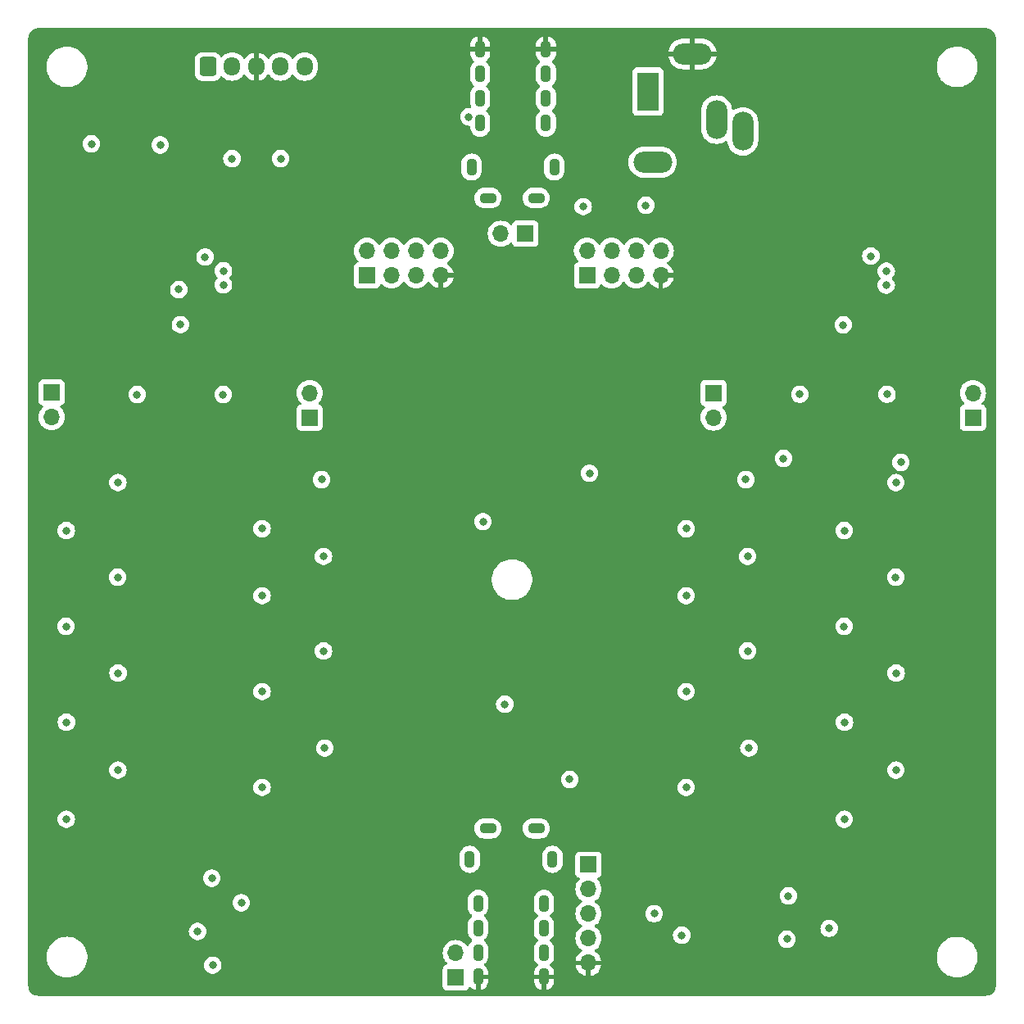
<source format=gbr>
%TF.GenerationSoftware,KiCad,Pcbnew,7.0.7*%
%TF.CreationDate,2024-01-18T16:33:32+01:00*%
%TF.ProjectId,BHOA,42484f41-2e6b-4696-9361-645f70636258,rev?*%
%TF.SameCoordinates,Original*%
%TF.FileFunction,Copper,L2,Inr*%
%TF.FilePolarity,Positive*%
%FSLAX46Y46*%
G04 Gerber Fmt 4.6, Leading zero omitted, Abs format (unit mm)*
G04 Created by KiCad (PCBNEW 7.0.7) date 2024-01-18 16:33:32*
%MOMM*%
%LPD*%
G01*
G04 APERTURE LIST*
G04 Aperture macros list*
%AMRoundRect*
0 Rectangle with rounded corners*
0 $1 Rounding radius*
0 $2 $3 $4 $5 $6 $7 $8 $9 X,Y pos of 4 corners*
0 Add a 4 corners polygon primitive as box body*
4,1,4,$2,$3,$4,$5,$6,$7,$8,$9,$2,$3,0*
0 Add four circle primitives for the rounded corners*
1,1,$1+$1,$2,$3*
1,1,$1+$1,$4,$5*
1,1,$1+$1,$6,$7*
1,1,$1+$1,$8,$9*
0 Add four rect primitives between the rounded corners*
20,1,$1+$1,$2,$3,$4,$5,0*
20,1,$1+$1,$4,$5,$6,$7,0*
20,1,$1+$1,$6,$7,$8,$9,0*
20,1,$1+$1,$8,$9,$2,$3,0*%
G04 Aperture macros list end*
%TA.AperFunction,ComponentPad*%
%ADD10R,1.700000X1.700000*%
%TD*%
%TA.AperFunction,ComponentPad*%
%ADD11O,1.700000X1.700000*%
%TD*%
%TA.AperFunction,ComponentPad*%
%ADD12O,1.100000X1.800000*%
%TD*%
%TA.AperFunction,ComponentPad*%
%ADD13O,1.800000X1.100000*%
%TD*%
%TA.AperFunction,ComponentPad*%
%ADD14RoundRect,0.250000X-0.600000X-0.725000X0.600000X-0.725000X0.600000X0.725000X-0.600000X0.725000X0*%
%TD*%
%TA.AperFunction,ComponentPad*%
%ADD15O,1.700000X1.950000*%
%TD*%
%TA.AperFunction,ComponentPad*%
%ADD16O,2.200000X4.000000*%
%TD*%
%TA.AperFunction,ComponentPad*%
%ADD17O,4.000000X2.200000*%
%TD*%
%TA.AperFunction,ComponentPad*%
%ADD18R,2.200000X4.000000*%
%TD*%
%TA.AperFunction,ViaPad*%
%ADD19C,0.800000*%
%TD*%
G04 APERTURE END LIST*
D10*
%TO.N,/In_out_R_+*%
%TO.C,J13*%
X197639000Y-89247000D03*
D11*
%TO.N,/Out_pre_R_+*%
X197639000Y-86707000D03*
%TD*%
%TO.N,/In_out_L_-*%
%TO.C,J12*%
X102412800Y-89199800D03*
D10*
%TO.N,/Out_pre_L_-*%
X102412800Y-86659800D03*
%TD*%
D11*
%TO.N,/Out_pre_L_+*%
%TO.C,J8*%
X129096748Y-86698486D03*
D10*
%TO.N,/In_out_L_+*%
X129096748Y-89238486D03*
%TD*%
%TO.N,/Out_pre_R_-*%
%TO.C,J7*%
X170839000Y-86697000D03*
D11*
%TO.N,/In_out_R_-*%
X170839000Y-89237000D03*
%TD*%
D10*
%TO.N,/In_pre_R_+*%
%TO.C,J6*%
X157744000Y-74554000D03*
D11*
%TO.N,/In_R_unbal_filtered*%
X157744000Y-72014000D03*
%TO.N,/In_pre_R_+*%
X160284000Y-74554000D03*
%TO.N,/In_R+_bal_filtered*%
X160284000Y-72014000D03*
%TO.N,/In_pre_R_-*%
X162824000Y-74554000D03*
%TO.N,/In_R-_bal_filtered*%
X162824000Y-72014000D03*
%TO.N,GND*%
X165364000Y-74554000D03*
%TO.N,N/C*%
X165364000Y-72014000D03*
%TD*%
D10*
%TO.N,/In_pre_L_+*%
%TO.C,J5*%
X135011000Y-74554000D03*
D11*
%TO.N,/In_L_unbal_filtered*%
X135011000Y-72014000D03*
%TO.N,/In_pre_L_+*%
X137551000Y-74554000D03*
%TO.N,/In_L+_bal_filtered*%
X137551000Y-72014000D03*
%TO.N,/In_pre_L_-*%
X140091000Y-74554000D03*
%TO.N,/In_L-_bal_filtered*%
X140091000Y-72014000D03*
%TO.N,GND*%
X142631000Y-74554000D03*
%TO.N,N/C*%
X142631000Y-72014000D03*
%TD*%
D10*
%TO.N,/Out_L_+*%
%TO.C,J11*%
X157899000Y-135450000D03*
D11*
%TO.N,/Out_L_-*%
X157899000Y-137990000D03*
%TO.N,/Out_R_+*%
X157899000Y-140530000D03*
%TO.N,/Out_R_-*%
X157899000Y-143070000D03*
%TO.N,GND*%
X157899000Y-145610000D03*
%TD*%
D12*
%TO.N,GND*%
%TO.C,J10*%
X146500000Y-147050000D03*
X153300000Y-147050000D03*
D13*
%TO.N,/Out_L_+*%
X147500000Y-131700000D03*
X152500000Y-131700000D03*
D12*
%TO.N,/Out_L_-*%
X146500000Y-139440000D03*
X153300000Y-139440000D03*
%TO.N,/Out_R_+*%
X146500000Y-141980000D03*
X153300000Y-141980000D03*
%TO.N,/Out_R_-*%
X146500000Y-144520000D03*
X153300000Y-144520000D03*
%TO.N,Net-(J9-Pin_2)*%
X154180000Y-134900000D03*
%TO.N,Net-(J9-Pin_1)*%
X145630000Y-134900000D03*
%TD*%
D14*
%TO.N,VEE*%
%TO.C,J4*%
X118571000Y-52959000D03*
D15*
X121071000Y-52959000D03*
%TO.N,GND*%
X123571000Y-52959000D03*
%TO.N,VCC*%
X126071000Y-52959000D03*
X128571000Y-52959000D03*
%TD*%
D12*
%TO.N,Net-(J3-Pin_1)*%
%TO.C,J1*%
X154370000Y-63350000D03*
%TO.N,Net-(J3-Pin_2)*%
X145820000Y-63350000D03*
%TO.N,/In_R-_bal*%
X146700000Y-53730000D03*
X153500000Y-53730000D03*
%TO.N,/In_R+_bal*%
X146700000Y-56270000D03*
X153500000Y-56270000D03*
%TO.N,/In_L-_bal*%
X146700000Y-58810000D03*
X153500000Y-58810000D03*
D13*
%TO.N,/In_L+_bal*%
X147500000Y-66550000D03*
X152500000Y-66550000D03*
D12*
%TO.N,GND*%
X146700000Y-51200000D03*
X153500000Y-51200000D03*
%TD*%
D16*
%TO.N,/In_R_unbal*%
%TO.C,J2*%
X173842500Y-59650000D03*
%TO.N,unconnected-(J2-PadRN)*%
X171142500Y-58450000D03*
D17*
%TO.N,GND*%
X168642500Y-51650000D03*
D18*
%TO.N,/In_L_unbal*%
X164042500Y-55550000D03*
D17*
%TO.N,unconnected-(J2-PadTN)*%
X164542500Y-62850000D03*
%TD*%
D10*
%TO.N,Net-(J3-Pin_1)*%
%TO.C,J3*%
X151375000Y-70240000D03*
D11*
%TO.N,Net-(J3-Pin_2)*%
X148835000Y-70240000D03*
%TD*%
D10*
%TO.N,Net-(J9-Pin_1)*%
%TO.C,J9*%
X144189200Y-147124000D03*
D11*
%TO.N,Net-(J9-Pin_2)*%
X144189200Y-144584000D03*
%TD*%
D19*
%TO.N,/In_L_unbal_filtered*%
X157353000Y-67437000D03*
%TO.N,GND*%
X157353000Y-65405000D03*
X157353000Y-64389000D03*
X157353000Y-63373000D03*
X157353000Y-62357000D03*
X157353000Y-61341000D03*
X140335000Y-61976000D03*
X140335000Y-60960000D03*
X140335000Y-59944000D03*
X140335000Y-58928000D03*
%TO.N,/In_L_unbal_filtered*%
X163830000Y-67310000D03*
%TO.N,/r_mute*%
X122021600Y-139395200D03*
X178409600Y-143154400D03*
X155956000Y-126644400D03*
%TO.N,+5V*%
X182778400Y-142036800D03*
%TO.N,/r_mute*%
X118973600Y-136855200D03*
X117500400Y-142341600D03*
%TO.N,+5V*%
X178562000Y-138684000D03*
X119075200Y-145837500D03*
X149250400Y-118872000D03*
X106527600Y-60960000D03*
%TO.N,VCC*%
X113639600Y-61061600D03*
X126085600Y-62484000D03*
%TO.N,VEE*%
X121056400Y-62484000D03*
X120142000Y-86868000D03*
%TO.N,VCC*%
X111252000Y-86868000D03*
X178054000Y-93472000D03*
%TO.N,VEE*%
X147000000Y-100000000D03*
%TO.N,VCC*%
X158000000Y-95000000D03*
%TO.N,/Out_R_+*%
X164693600Y-140512800D03*
X167538400Y-142748000D03*
%TO.N,/In_L+_bal*%
X145542000Y-58166000D03*
%TO.N,GND*%
X112014000Y-64643000D03*
X102108000Y-64643000D03*
X168700000Y-63836000D03*
%TO.N,VCC*%
X130510364Y-103589000D03*
X130637364Y-123401000D03*
X190188000Y-93868500D03*
X189680000Y-125682300D03*
X189680000Y-95964300D03*
X109261864Y-125682300D03*
X189701500Y-115649300D03*
X174479500Y-123401000D03*
X187089200Y-72549000D03*
X189654000Y-105743300D03*
X174157800Y-95651200D03*
X115726748Y-79633486D03*
X118266748Y-72648486D03*
X109283364Y-115649300D03*
X174352500Y-113368000D03*
X109261864Y-95964300D03*
X174352500Y-103589000D03*
X184229000Y-79661000D03*
X130510364Y-113368000D03*
X179739800Y-86836200D03*
X130315664Y-95651200D03*
X109235864Y-105743300D03*
%TO.N,GND*%
X195344500Y-103652200D03*
X134029664Y-105430200D03*
X188756800Y-85566200D03*
X199154500Y-104922200D03*
X121937564Y-117622800D03*
X113545864Y-109621200D03*
X188756800Y-77692200D03*
X113545864Y-113431200D03*
X195598500Y-113558200D03*
X193820500Y-103652200D03*
X199154500Y-103652200D03*
X194582500Y-110002200D03*
X195598500Y-119908200D03*
X179739800Y-85566200D03*
X121937564Y-127528800D03*
X118814864Y-112161200D03*
X111110548Y-77791686D03*
X118814864Y-114701200D03*
X121937564Y-107716800D03*
X165779700Y-127528800D03*
X118814864Y-126131200D03*
X114815864Y-109621200D03*
X121937564Y-97810800D03*
X177871800Y-125115200D03*
X194582500Y-113558200D03*
X118814864Y-127401200D03*
X118814864Y-98191200D03*
X165779700Y-97810800D03*
X179612800Y-77819200D03*
X195598500Y-123210200D03*
X195598500Y-110002200D03*
X113545864Y-123591200D03*
X134029664Y-125115200D03*
X118814864Y-128671200D03*
X114815864Y-123591200D03*
X165779700Y-107716800D03*
X118814864Y-113431200D03*
X194582500Y-119908200D03*
X177871800Y-105430200D03*
X165779700Y-117622800D03*
X111237548Y-85538686D03*
X120254548Y-85538686D03*
X134029664Y-115209200D03*
X114815864Y-113431200D03*
X194582500Y-123210200D03*
X177871800Y-115209200D03*
X181742200Y-98123300D03*
X199154500Y-106192200D03*
X181742200Y-117935300D03*
X181742200Y-127841300D03*
X114815864Y-119781200D03*
X199154500Y-98318200D03*
X120254548Y-77664686D03*
X113545864Y-119781200D03*
X118814864Y-103906200D03*
%TO.N,VEE*%
X103927864Y-100917300D03*
X115555548Y-76013686D03*
X168002500Y-127465000D03*
X168002500Y-100731200D03*
X188756800Y-86836200D03*
X184346000Y-100917300D03*
X184346000Y-130762300D03*
X168002500Y-117559000D03*
X124160364Y-117559000D03*
X103901864Y-110823300D03*
X124160364Y-107653000D03*
X184367500Y-120729300D03*
X103949364Y-120729300D03*
X168002500Y-107653000D03*
X124160364Y-127465000D03*
X124160364Y-100731200D03*
X103927864Y-130762300D03*
X184320000Y-110823300D03*
%TO.N,Net-(U40B--)*%
X120171748Y-75531986D03*
X120171748Y-74082986D03*
%TO.N,Net-(U50B--)*%
X188674000Y-75559500D03*
X188674000Y-74110500D03*
%TD*%
%TA.AperFunction,Conductor*%
%TO.N,GND*%
G36*
X199002695Y-49000735D02*
G01*
X199045519Y-49004482D01*
X199171771Y-49016918D01*
X199191685Y-49020541D01*
X199258349Y-49038403D01*
X199351570Y-49066682D01*
X199367971Y-49072958D01*
X199435411Y-49104406D01*
X199438375Y-49105888D01*
X199475969Y-49125982D01*
X199522327Y-49150762D01*
X199528667Y-49154657D01*
X199594828Y-49200983D01*
X199598600Y-49203844D01*
X199670808Y-49263103D01*
X199675309Y-49267182D01*
X199732815Y-49324688D01*
X199736895Y-49329190D01*
X199796154Y-49401398D01*
X199799015Y-49405170D01*
X199845341Y-49471331D01*
X199849236Y-49477671D01*
X199894101Y-49561605D01*
X199895614Y-49564631D01*
X199927040Y-49632027D01*
X199933319Y-49648435D01*
X199961601Y-49741669D01*
X199979454Y-49808299D01*
X199983082Y-49828238D01*
X199995523Y-49954554D01*
X199999264Y-49997302D01*
X199999500Y-50002710D01*
X199999500Y-147997289D01*
X199999264Y-148002697D01*
X199995523Y-148045445D01*
X199983082Y-148171760D01*
X199979454Y-148191699D01*
X199961601Y-148258330D01*
X199933318Y-148351563D01*
X199927040Y-148367971D01*
X199895614Y-148435367D01*
X199894101Y-148438393D01*
X199849236Y-148522327D01*
X199845341Y-148528667D01*
X199799015Y-148594828D01*
X199796154Y-148598600D01*
X199736895Y-148670808D01*
X199732806Y-148675320D01*
X199675320Y-148732806D01*
X199670808Y-148736895D01*
X199598600Y-148796154D01*
X199594828Y-148799015D01*
X199528667Y-148845341D01*
X199522327Y-148849236D01*
X199438393Y-148894101D01*
X199435367Y-148895614D01*
X199367971Y-148927040D01*
X199351563Y-148933318D01*
X199258330Y-148961601D01*
X199191699Y-148979454D01*
X199171760Y-148983082D01*
X199045445Y-148995523D01*
X199004789Y-148999080D01*
X199002696Y-148999264D01*
X198997290Y-148999500D01*
X101002710Y-148999500D01*
X100997303Y-148999264D01*
X100995015Y-148999063D01*
X100954554Y-148995523D01*
X100828238Y-148983082D01*
X100808299Y-148979454D01*
X100741669Y-148961601D01*
X100648435Y-148933319D01*
X100632027Y-148927040D01*
X100583433Y-148904381D01*
X100564618Y-148895607D01*
X100561605Y-148894101D01*
X100477671Y-148849236D01*
X100471331Y-148845341D01*
X100405170Y-148799015D01*
X100401398Y-148796154D01*
X100329190Y-148736895D01*
X100324688Y-148732815D01*
X100267182Y-148675309D01*
X100263103Y-148670808D01*
X100203844Y-148598600D01*
X100200983Y-148594828D01*
X100154657Y-148528667D01*
X100150762Y-148522327D01*
X100125196Y-148474498D01*
X100105888Y-148438375D01*
X100104406Y-148435411D01*
X100072958Y-148367971D01*
X100066682Y-148351570D01*
X100038398Y-148258330D01*
X100020541Y-148191685D01*
X100016918Y-148171771D01*
X100004475Y-148045435D01*
X100000733Y-148002671D01*
X100000500Y-147997315D01*
X100000500Y-145143678D01*
X101899500Y-145143678D01*
X101938629Y-145428357D01*
X101938630Y-145428364D01*
X101969380Y-145538111D01*
X102016156Y-145705058D01*
X102016157Y-145705061D01*
X102016158Y-145705063D01*
X102016158Y-145705064D01*
X102130634Y-145968617D01*
X102216311Y-146109507D01*
X102279945Y-146214147D01*
X102461292Y-146437053D01*
X102570808Y-146539334D01*
X102671299Y-146633187D01*
X102764028Y-146698642D01*
X102906064Y-146798901D01*
X103161203Y-146931104D01*
X103431968Y-147027334D01*
X103713314Y-147085798D01*
X103928248Y-147100500D01*
X103928253Y-147100500D01*
X104071747Y-147100500D01*
X104071752Y-147100500D01*
X104286686Y-147085798D01*
X104568032Y-147027334D01*
X104838797Y-146931104D01*
X105093936Y-146798901D01*
X105328698Y-146633189D01*
X105538708Y-146437053D01*
X105720055Y-146214147D01*
X105869361Y-145968625D01*
X105869363Y-145968620D01*
X105869365Y-145968617D01*
X105926317Y-145837500D01*
X118169740Y-145837500D01*
X118189526Y-146025756D01*
X118189527Y-146025759D01*
X118248018Y-146205777D01*
X118248021Y-146205784D01*
X118342667Y-146369716D01*
X118394065Y-146426799D01*
X118469329Y-146510388D01*
X118622465Y-146621648D01*
X118622470Y-146621651D01*
X118795392Y-146698642D01*
X118795397Y-146698644D01*
X118980554Y-146738000D01*
X118980555Y-146738000D01*
X119169844Y-146738000D01*
X119169846Y-146738000D01*
X119355003Y-146698644D01*
X119527930Y-146621651D01*
X119681071Y-146510388D01*
X119807733Y-146369716D01*
X119902379Y-146205784D01*
X119960874Y-146025756D01*
X119980660Y-145837500D01*
X119960874Y-145649244D01*
X119902379Y-145469216D01*
X119807733Y-145305284D01*
X119681071Y-145164612D01*
X119652258Y-145143678D01*
X119527934Y-145053351D01*
X119527929Y-145053348D01*
X119355007Y-144976357D01*
X119355002Y-144976355D01*
X119209201Y-144945365D01*
X119169846Y-144937000D01*
X118980554Y-144937000D01*
X118948097Y-144943898D01*
X118795397Y-144976355D01*
X118795392Y-144976357D01*
X118622470Y-145053348D01*
X118622465Y-145053351D01*
X118469329Y-145164611D01*
X118342666Y-145305285D01*
X118248021Y-145469215D01*
X118248018Y-145469222D01*
X118189527Y-145649240D01*
X118189526Y-145649244D01*
X118169740Y-145837500D01*
X105926317Y-145837500D01*
X105954115Y-145773501D01*
X105983844Y-145705058D01*
X106061371Y-145428358D01*
X106100500Y-145143678D01*
X106100500Y-144856322D01*
X106063070Y-144584000D01*
X142833541Y-144584000D01*
X142854136Y-144819403D01*
X142854138Y-144819413D01*
X142915294Y-145047655D01*
X142915296Y-145047659D01*
X142915297Y-145047663D01*
X142979361Y-145185048D01*
X143015165Y-145261830D01*
X143015167Y-145261834D01*
X143083904Y-145360000D01*
X143150701Y-145455396D01*
X143150706Y-145455402D01*
X143272630Y-145577326D01*
X143306115Y-145638649D01*
X143301131Y-145708341D01*
X143259259Y-145764274D01*
X143228283Y-145781189D01*
X143096869Y-145830203D01*
X143096864Y-145830206D01*
X142981655Y-145916452D01*
X142981652Y-145916455D01*
X142895406Y-146031664D01*
X142895402Y-146031671D01*
X142845108Y-146166517D01*
X142838701Y-146226116D01*
X142838700Y-146226135D01*
X142838700Y-148021870D01*
X142838701Y-148021876D01*
X142845108Y-148081483D01*
X142895402Y-148216328D01*
X142895406Y-148216335D01*
X142981652Y-148331544D01*
X142981655Y-148331547D01*
X143096864Y-148417793D01*
X143096871Y-148417797D01*
X143231717Y-148468091D01*
X143231716Y-148468091D01*
X143238644Y-148468835D01*
X143291327Y-148474500D01*
X145087072Y-148474499D01*
X145146683Y-148468091D01*
X145281531Y-148417796D01*
X145396746Y-148331546D01*
X145482996Y-148216331D01*
X145510364Y-148142951D01*
X145552235Y-148087017D01*
X145617699Y-148062599D01*
X145685973Y-148077450D01*
X145722400Y-148107618D01*
X145753944Y-148146055D01*
X145913826Y-148277267D01*
X145913833Y-148277271D01*
X146096233Y-148374766D01*
X146250000Y-148421410D01*
X146250000Y-147804978D01*
X146269685Y-147737939D01*
X146322489Y-147692184D01*
X146391647Y-147682240D01*
X146407926Y-147685709D01*
X146471840Y-147703895D01*
X146583521Y-147693546D01*
X146583526Y-147693543D01*
X146592063Y-147691115D01*
X146661930Y-147691701D01*
X146720390Y-147729966D01*
X146748881Y-147793763D01*
X146750000Y-147810381D01*
X146750000Y-148421410D01*
X146903766Y-148374766D01*
X147086166Y-148277271D01*
X147086173Y-148277267D01*
X147246055Y-148146055D01*
X147377267Y-147986173D01*
X147377271Y-147986166D01*
X147474766Y-147803766D01*
X147534808Y-147605834D01*
X147550000Y-147451584D01*
X147550000Y-147300000D01*
X146924000Y-147300000D01*
X146856961Y-147280315D01*
X146811206Y-147227511D01*
X146800000Y-147176000D01*
X146800000Y-146924000D01*
X146819685Y-146856961D01*
X146872489Y-146811206D01*
X146924000Y-146800000D01*
X147550000Y-146800000D01*
X147550000Y-146648415D01*
X147534808Y-146494165D01*
X147474766Y-146296233D01*
X147377271Y-146113833D01*
X147377267Y-146113826D01*
X147246055Y-145953944D01*
X147157386Y-145881175D01*
X147118052Y-145823429D01*
X147116181Y-145753584D01*
X147152369Y-145693816D01*
X147157368Y-145689484D01*
X147246410Y-145616410D01*
X147377685Y-145456450D01*
X147475232Y-145273954D01*
X147535300Y-145075934D01*
X147550500Y-144921608D01*
X147550500Y-144921604D01*
X152249500Y-144921604D01*
X152264699Y-145075932D01*
X152279681Y-145125320D01*
X152324768Y-145273954D01*
X152422315Y-145456450D01*
X152422317Y-145456452D01*
X152553589Y-145616410D01*
X152642612Y-145689468D01*
X152681947Y-145747214D01*
X152683818Y-145817058D01*
X152647631Y-145876827D01*
X152642614Y-145881175D01*
X152553942Y-145953946D01*
X152422732Y-146113826D01*
X152422728Y-146113833D01*
X152325233Y-146296233D01*
X152265191Y-146494165D01*
X152250000Y-146648415D01*
X152250000Y-146800000D01*
X152876000Y-146800000D01*
X152943039Y-146819685D01*
X152988794Y-146872489D01*
X153000000Y-146924000D01*
X153000000Y-147176000D01*
X152980315Y-147243039D01*
X152927511Y-147288794D01*
X152876000Y-147300000D01*
X152250000Y-147300000D01*
X152250000Y-147451584D01*
X152265191Y-147605834D01*
X152325233Y-147803766D01*
X152422728Y-147986166D01*
X152422732Y-147986173D01*
X152553944Y-148146055D01*
X152713826Y-148277267D01*
X152713833Y-148277271D01*
X152896233Y-148374766D01*
X153050000Y-148421410D01*
X153050000Y-147804978D01*
X153069685Y-147737939D01*
X153122489Y-147692184D01*
X153191647Y-147682240D01*
X153207926Y-147685709D01*
X153271840Y-147703895D01*
X153383521Y-147693546D01*
X153383526Y-147693543D01*
X153392063Y-147691115D01*
X153461930Y-147691701D01*
X153520390Y-147729966D01*
X153548881Y-147793763D01*
X153550000Y-147810381D01*
X153550000Y-148421410D01*
X153703766Y-148374766D01*
X153886166Y-148277271D01*
X153886173Y-148277267D01*
X154046055Y-148146055D01*
X154177267Y-147986173D01*
X154177271Y-147986166D01*
X154274766Y-147803766D01*
X154334808Y-147605834D01*
X154350000Y-147451584D01*
X154350000Y-147300000D01*
X153724000Y-147300000D01*
X153656961Y-147280315D01*
X153611206Y-147227511D01*
X153600000Y-147176000D01*
X153600000Y-146924000D01*
X153619685Y-146856961D01*
X153672489Y-146811206D01*
X153724000Y-146800000D01*
X154350000Y-146800000D01*
X154350000Y-146648415D01*
X154334808Y-146494165D01*
X154274766Y-146296233D01*
X154177271Y-146113833D01*
X154177267Y-146113826D01*
X154046055Y-145953944D01*
X153957386Y-145881175D01*
X153918052Y-145823429D01*
X153916181Y-145753584D01*
X153952369Y-145693816D01*
X153957368Y-145689484D01*
X154046410Y-145616410D01*
X154177685Y-145456450D01*
X154275232Y-145273954D01*
X154335300Y-145075934D01*
X154350500Y-144921608D01*
X154350500Y-144118392D01*
X154335300Y-143964066D01*
X154275232Y-143766046D01*
X154177685Y-143583550D01*
X154125702Y-143520209D01*
X154046410Y-143423589D01*
X153951688Y-143345854D01*
X153912353Y-143288108D01*
X153910482Y-143218263D01*
X153946669Y-143158495D01*
X153951688Y-143154146D01*
X154046410Y-143076410D01*
X154051671Y-143070000D01*
X156543341Y-143070000D01*
X156563936Y-143305403D01*
X156563938Y-143305413D01*
X156625094Y-143533655D01*
X156625096Y-143533659D01*
X156625097Y-143533663D01*
X156724964Y-143747829D01*
X156724965Y-143747830D01*
X156724967Y-143747834D01*
X156780602Y-143827288D01*
X156858509Y-143938551D01*
X156860501Y-143941395D01*
X156860506Y-143941402D01*
X157027597Y-144108493D01*
X157027603Y-144108498D01*
X157213594Y-144238730D01*
X157257219Y-144293307D01*
X157264413Y-144362805D01*
X157232890Y-144425160D01*
X157213595Y-144441880D01*
X157027922Y-144571890D01*
X157027920Y-144571891D01*
X156860891Y-144738920D01*
X156860886Y-144738926D01*
X156725400Y-144932420D01*
X156725399Y-144932422D01*
X156625570Y-145146507D01*
X156625567Y-145146513D01*
X156568364Y-145359999D01*
X156568364Y-145360000D01*
X157285653Y-145360000D01*
X157352692Y-145379685D01*
X157398447Y-145432489D01*
X157408391Y-145501647D01*
X157404631Y-145518933D01*
X157399000Y-145538111D01*
X157399000Y-145681889D01*
X157402502Y-145693816D01*
X157404631Y-145701067D01*
X157404630Y-145770936D01*
X157366855Y-145829714D01*
X157303299Y-145858738D01*
X157285653Y-145860000D01*
X156568364Y-145860000D01*
X156625567Y-146073486D01*
X156625570Y-146073492D01*
X156725399Y-146287578D01*
X156860894Y-146481082D01*
X157027917Y-146648105D01*
X157221421Y-146783600D01*
X157435507Y-146883429D01*
X157435516Y-146883433D01*
X157649000Y-146940634D01*
X157649000Y-146222301D01*
X157668685Y-146155262D01*
X157721489Y-146109507D01*
X157790647Y-146099563D01*
X157863237Y-146110000D01*
X157863238Y-146110000D01*
X157934762Y-146110000D01*
X157934763Y-146110000D01*
X158007353Y-146099563D01*
X158076512Y-146109507D01*
X158129315Y-146155262D01*
X158149000Y-146222301D01*
X158149000Y-146940633D01*
X158362483Y-146883433D01*
X158362492Y-146883429D01*
X158576578Y-146783600D01*
X158770082Y-146648105D01*
X158937105Y-146481082D01*
X159072600Y-146287578D01*
X159172429Y-146073492D01*
X159172432Y-146073486D01*
X159229636Y-145860000D01*
X158512347Y-145860000D01*
X158445308Y-145840315D01*
X158399553Y-145787511D01*
X158389609Y-145718353D01*
X158393369Y-145701067D01*
X158395498Y-145693816D01*
X158399000Y-145681889D01*
X158399000Y-145538111D01*
X158393368Y-145518933D01*
X158393370Y-145449064D01*
X158431145Y-145390286D01*
X158494701Y-145361262D01*
X158512347Y-145360000D01*
X159229636Y-145360000D01*
X159229635Y-145359999D01*
X159172432Y-145146513D01*
X159172429Y-145146507D01*
X159171110Y-145143678D01*
X193899500Y-145143678D01*
X193938629Y-145428357D01*
X193938630Y-145428364D01*
X193969380Y-145538111D01*
X194016156Y-145705058D01*
X194016157Y-145705061D01*
X194016158Y-145705063D01*
X194016158Y-145705064D01*
X194130634Y-145968617D01*
X194216311Y-146109507D01*
X194279945Y-146214147D01*
X194461292Y-146437053D01*
X194570808Y-146539334D01*
X194671299Y-146633187D01*
X194764028Y-146698642D01*
X194906064Y-146798901D01*
X195161203Y-146931104D01*
X195431968Y-147027334D01*
X195713314Y-147085798D01*
X195928248Y-147100500D01*
X195928253Y-147100500D01*
X196071747Y-147100500D01*
X196071752Y-147100500D01*
X196286686Y-147085798D01*
X196568032Y-147027334D01*
X196838797Y-146931104D01*
X197093936Y-146798901D01*
X197328698Y-146633189D01*
X197538708Y-146437053D01*
X197720055Y-146214147D01*
X197869361Y-145968625D01*
X197869363Y-145968620D01*
X197869365Y-145968617D01*
X197954115Y-145773501D01*
X197983844Y-145705058D01*
X198061371Y-145428358D01*
X198100500Y-145143678D01*
X198100500Y-144856322D01*
X198061371Y-144571642D01*
X197983844Y-144294942D01*
X197908002Y-144120335D01*
X197869365Y-144031382D01*
X197859732Y-144015542D01*
X197720055Y-143785853D01*
X197538708Y-143562947D01*
X197419831Y-143451923D01*
X197328700Y-143366812D01*
X197093935Y-143201098D01*
X196853298Y-143076410D01*
X196838797Y-143068896D01*
X196838796Y-143068895D01*
X196838793Y-143068894D01*
X196568037Y-142972667D01*
X196568034Y-142972666D01*
X196391509Y-142935984D01*
X196286686Y-142914202D01*
X196286684Y-142914201D01*
X196286680Y-142914201D01*
X196150654Y-142904897D01*
X196071752Y-142899500D01*
X195928248Y-142899500D01*
X195854743Y-142904527D01*
X195713319Y-142914201D01*
X195431965Y-142972666D01*
X195431962Y-142972667D01*
X195161206Y-143068894D01*
X194906064Y-143201098D01*
X194671299Y-143366812D01*
X194461289Y-143562950D01*
X194279944Y-143785853D01*
X194130634Y-144031382D01*
X194016158Y-144294935D01*
X194016158Y-144294936D01*
X194016156Y-144294939D01*
X194016156Y-144294942D01*
X194002438Y-144343903D01*
X193938630Y-144571635D01*
X193938629Y-144571642D01*
X193899500Y-144856321D01*
X193899500Y-145143678D01*
X159171110Y-145143678D01*
X159072600Y-144932422D01*
X159072599Y-144932420D01*
X158937113Y-144738926D01*
X158937108Y-144738920D01*
X158770078Y-144571890D01*
X158584405Y-144441879D01*
X158540780Y-144387302D01*
X158533588Y-144317804D01*
X158565110Y-144255449D01*
X158584406Y-144238730D01*
X158770401Y-144108495D01*
X158937495Y-143941401D01*
X159073035Y-143747830D01*
X159172903Y-143533663D01*
X159234063Y-143305408D01*
X159254659Y-143070000D01*
X159234063Y-142834592D01*
X159210861Y-142748000D01*
X166632940Y-142748000D01*
X166652726Y-142936256D01*
X166652727Y-142936259D01*
X166711218Y-143116277D01*
X166711221Y-143116284D01*
X166805867Y-143280216D01*
X166864967Y-143345853D01*
X166932529Y-143420888D01*
X167085665Y-143532148D01*
X167085670Y-143532151D01*
X167258592Y-143609142D01*
X167258597Y-143609144D01*
X167443754Y-143648500D01*
X167443755Y-143648500D01*
X167633044Y-143648500D01*
X167633046Y-143648500D01*
X167818203Y-143609144D01*
X167991130Y-143532151D01*
X168144271Y-143420888D01*
X168270933Y-143280216D01*
X168343573Y-143154400D01*
X177504140Y-143154400D01*
X177523926Y-143342656D01*
X177523927Y-143342659D01*
X177582418Y-143522677D01*
X177582421Y-143522684D01*
X177677067Y-143686616D01*
X177766421Y-143785853D01*
X177803729Y-143827288D01*
X177956865Y-143938548D01*
X177956870Y-143938551D01*
X178129792Y-144015542D01*
X178129797Y-144015544D01*
X178314954Y-144054900D01*
X178314955Y-144054900D01*
X178504244Y-144054900D01*
X178504246Y-144054900D01*
X178689403Y-144015544D01*
X178862330Y-143938551D01*
X179015471Y-143827288D01*
X179142133Y-143686616D01*
X179236779Y-143522684D01*
X179295274Y-143342656D01*
X179315060Y-143154400D01*
X179295274Y-142966144D01*
X179236779Y-142786116D01*
X179142133Y-142622184D01*
X179015471Y-142481512D01*
X179015470Y-142481511D01*
X178862334Y-142370251D01*
X178862329Y-142370248D01*
X178689407Y-142293257D01*
X178689402Y-142293255D01*
X178543601Y-142262265D01*
X178504246Y-142253900D01*
X178314954Y-142253900D01*
X178282497Y-142260798D01*
X178129797Y-142293255D01*
X178129792Y-142293257D01*
X177956870Y-142370248D01*
X177956865Y-142370251D01*
X177803729Y-142481511D01*
X177677066Y-142622185D01*
X177582421Y-142786115D01*
X177582418Y-142786122D01*
X177540072Y-142916452D01*
X177523926Y-142966144D01*
X177504140Y-143154400D01*
X168343573Y-143154400D01*
X168365579Y-143116284D01*
X168424074Y-142936256D01*
X168443860Y-142748000D01*
X168424074Y-142559744D01*
X168365579Y-142379716D01*
X168270933Y-142215784D01*
X168144271Y-142075112D01*
X168144270Y-142075111D01*
X168091540Y-142036800D01*
X181872940Y-142036800D01*
X181892726Y-142225056D01*
X181892727Y-142225059D01*
X181951218Y-142405077D01*
X181951221Y-142405084D01*
X182045867Y-142569016D01*
X182093740Y-142622184D01*
X182172529Y-142709688D01*
X182325665Y-142820948D01*
X182325670Y-142820951D01*
X182498592Y-142897942D01*
X182498597Y-142897944D01*
X182683754Y-142937300D01*
X182683755Y-142937300D01*
X182873044Y-142937300D01*
X182873046Y-142937300D01*
X183058203Y-142897944D01*
X183231130Y-142820951D01*
X183384271Y-142709688D01*
X183510933Y-142569016D01*
X183605579Y-142405084D01*
X183664074Y-142225056D01*
X183683860Y-142036800D01*
X183664074Y-141848544D01*
X183605579Y-141668516D01*
X183510933Y-141504584D01*
X183384271Y-141363912D01*
X183384270Y-141363911D01*
X183231134Y-141252651D01*
X183231129Y-141252648D01*
X183058207Y-141175657D01*
X183058202Y-141175655D01*
X182912401Y-141144665D01*
X182873046Y-141136300D01*
X182683754Y-141136300D01*
X182651297Y-141143198D01*
X182498597Y-141175655D01*
X182498592Y-141175657D01*
X182325670Y-141252648D01*
X182325665Y-141252651D01*
X182172529Y-141363911D01*
X182045866Y-141504585D01*
X181951221Y-141668515D01*
X181951218Y-141668522D01*
X181901188Y-141822500D01*
X181892726Y-141848544D01*
X181880607Y-141963849D01*
X181873497Y-142031505D01*
X181872940Y-142036800D01*
X168091540Y-142036800D01*
X167991134Y-141963851D01*
X167991129Y-141963848D01*
X167818207Y-141886857D01*
X167818202Y-141886855D01*
X167672400Y-141855865D01*
X167633046Y-141847500D01*
X167443754Y-141847500D01*
X167411297Y-141854398D01*
X167258597Y-141886855D01*
X167258592Y-141886857D01*
X167085670Y-141963848D01*
X167085665Y-141963851D01*
X166932529Y-142075111D01*
X166805866Y-142215785D01*
X166711221Y-142379715D01*
X166711218Y-142379722D01*
X166678145Y-142481512D01*
X166652726Y-142559744D01*
X166632940Y-142748000D01*
X159210861Y-142748000D01*
X159172903Y-142606337D01*
X159073035Y-142392171D01*
X159064319Y-142379722D01*
X158937494Y-142198597D01*
X158770402Y-142031506D01*
X158770396Y-142031501D01*
X158584842Y-141901575D01*
X158541217Y-141846998D01*
X158534023Y-141777500D01*
X158565546Y-141715145D01*
X158584842Y-141698425D01*
X158756262Y-141578395D01*
X158770401Y-141568495D01*
X158937495Y-141401401D01*
X159073035Y-141207830D01*
X159172903Y-140993663D01*
X159234063Y-140765408D01*
X159254659Y-140530000D01*
X159253154Y-140512800D01*
X163788140Y-140512800D01*
X163807926Y-140701056D01*
X163807927Y-140701059D01*
X163866418Y-140881077D01*
X163866421Y-140881084D01*
X163961067Y-141045016D01*
X164043260Y-141136300D01*
X164087729Y-141185688D01*
X164240865Y-141296948D01*
X164240870Y-141296951D01*
X164413792Y-141373942D01*
X164413797Y-141373944D01*
X164598954Y-141413300D01*
X164598955Y-141413300D01*
X164788244Y-141413300D01*
X164788246Y-141413300D01*
X164973403Y-141373944D01*
X165146330Y-141296951D01*
X165299471Y-141185688D01*
X165426133Y-141045016D01*
X165520779Y-140881084D01*
X165579274Y-140701056D01*
X165599060Y-140512800D01*
X165579274Y-140324544D01*
X165520779Y-140144516D01*
X165426133Y-139980584D01*
X165299471Y-139839912D01*
X165299470Y-139839911D01*
X165146334Y-139728651D01*
X165146329Y-139728648D01*
X164973407Y-139651657D01*
X164973402Y-139651655D01*
X164827601Y-139620665D01*
X164788246Y-139612300D01*
X164598954Y-139612300D01*
X164566497Y-139619198D01*
X164413797Y-139651655D01*
X164413792Y-139651657D01*
X164240870Y-139728648D01*
X164240865Y-139728651D01*
X164087729Y-139839911D01*
X163961066Y-139980585D01*
X163866421Y-140144515D01*
X163866418Y-140144522D01*
X163817298Y-140295700D01*
X163807926Y-140324544D01*
X163788140Y-140512800D01*
X159253154Y-140512800D01*
X159234063Y-140294592D01*
X159172903Y-140066337D01*
X159073035Y-139852171D01*
X159064452Y-139839912D01*
X158937494Y-139658597D01*
X158770402Y-139491506D01*
X158770396Y-139491501D01*
X158584842Y-139361575D01*
X158541217Y-139306998D01*
X158534023Y-139237500D01*
X158565546Y-139175145D01*
X158584842Y-139158425D01*
X158607026Y-139142891D01*
X158770401Y-139028495D01*
X158937495Y-138861401D01*
X159061713Y-138684000D01*
X177656540Y-138684000D01*
X177676326Y-138872256D01*
X177676327Y-138872259D01*
X177734818Y-139052277D01*
X177734821Y-139052284D01*
X177829467Y-139216216D01*
X177889150Y-139282500D01*
X177956129Y-139356888D01*
X178109265Y-139468148D01*
X178109270Y-139468151D01*
X178282192Y-139545142D01*
X178282197Y-139545144D01*
X178467354Y-139584500D01*
X178467355Y-139584500D01*
X178656644Y-139584500D01*
X178656646Y-139584500D01*
X178841803Y-139545144D01*
X179014730Y-139468151D01*
X179167871Y-139356888D01*
X179294533Y-139216216D01*
X179389179Y-139052284D01*
X179447674Y-138872256D01*
X179467460Y-138684000D01*
X179447674Y-138495744D01*
X179389179Y-138315716D01*
X179294533Y-138151784D01*
X179167871Y-138011112D01*
X179138813Y-137990000D01*
X179014734Y-137899851D01*
X179014729Y-137899848D01*
X178841807Y-137822857D01*
X178841802Y-137822855D01*
X178696001Y-137791865D01*
X178656646Y-137783500D01*
X178467354Y-137783500D01*
X178434897Y-137790398D01*
X178282197Y-137822855D01*
X178282192Y-137822857D01*
X178109270Y-137899848D01*
X178109265Y-137899851D01*
X177956129Y-138011111D01*
X177829466Y-138151785D01*
X177734821Y-138315715D01*
X177734818Y-138315722D01*
X177676665Y-138494700D01*
X177676326Y-138495744D01*
X177656540Y-138684000D01*
X159061713Y-138684000D01*
X159073035Y-138667830D01*
X159172903Y-138453663D01*
X159234063Y-138225408D01*
X159254659Y-137990000D01*
X159234063Y-137754592D01*
X159172903Y-137526337D01*
X159073035Y-137312171D01*
X158937495Y-137118599D01*
X158815567Y-136996671D01*
X158782084Y-136935351D01*
X158787068Y-136865659D01*
X158828939Y-136809725D01*
X158859915Y-136792810D01*
X158991331Y-136743796D01*
X159106546Y-136657546D01*
X159192796Y-136542331D01*
X159243091Y-136407483D01*
X159249500Y-136347873D01*
X159249499Y-134552128D01*
X159243091Y-134492517D01*
X159192796Y-134357669D01*
X159192795Y-134357668D01*
X159192793Y-134357664D01*
X159106547Y-134242455D01*
X159106544Y-134242452D01*
X158991335Y-134156206D01*
X158991328Y-134156202D01*
X158856482Y-134105908D01*
X158856483Y-134105908D01*
X158796883Y-134099501D01*
X158796881Y-134099500D01*
X158796873Y-134099500D01*
X158796864Y-134099500D01*
X157001129Y-134099500D01*
X157001123Y-134099501D01*
X156941516Y-134105908D01*
X156806671Y-134156202D01*
X156806664Y-134156206D01*
X156691455Y-134242452D01*
X156691452Y-134242455D01*
X156605206Y-134357664D01*
X156605202Y-134357671D01*
X156554908Y-134492517D01*
X156548501Y-134552116D01*
X156548501Y-134552123D01*
X156548500Y-134552135D01*
X156548500Y-136347870D01*
X156548501Y-136347876D01*
X156554908Y-136407483D01*
X156605202Y-136542328D01*
X156605206Y-136542335D01*
X156691452Y-136657544D01*
X156691455Y-136657547D01*
X156806664Y-136743793D01*
X156806671Y-136743797D01*
X156938081Y-136792810D01*
X156994015Y-136834681D01*
X157018432Y-136900145D01*
X157003580Y-136968418D01*
X156982430Y-136996673D01*
X156860503Y-137118600D01*
X156724965Y-137312169D01*
X156724964Y-137312171D01*
X156625098Y-137526335D01*
X156625094Y-137526344D01*
X156563938Y-137754586D01*
X156563936Y-137754596D01*
X156543341Y-137989999D01*
X156543341Y-137990000D01*
X156563936Y-138225403D01*
X156563938Y-138225413D01*
X156625094Y-138453655D01*
X156625096Y-138453659D01*
X156625097Y-138453663D01*
X156724964Y-138667829D01*
X156724965Y-138667830D01*
X156724967Y-138667834D01*
X156860501Y-138861395D01*
X156860506Y-138861402D01*
X157027597Y-139028493D01*
X157027603Y-139028498D01*
X157213158Y-139158425D01*
X157256783Y-139213002D01*
X157263977Y-139282500D01*
X157232454Y-139344855D01*
X157213158Y-139361575D01*
X157027597Y-139491505D01*
X156860505Y-139658597D01*
X156724965Y-139852169D01*
X156724964Y-139852171D01*
X156625098Y-140066335D01*
X156625094Y-140066344D01*
X156563938Y-140294586D01*
X156563936Y-140294596D01*
X156543341Y-140529999D01*
X156543341Y-140530000D01*
X156563936Y-140765403D01*
X156563938Y-140765413D01*
X156625094Y-140993655D01*
X156625096Y-140993659D01*
X156625097Y-140993663D01*
X156714640Y-141185688D01*
X156724965Y-141207830D01*
X156724967Y-141207834D01*
X156860501Y-141401395D01*
X156860506Y-141401402D01*
X157027597Y-141568493D01*
X157027603Y-141568498D01*
X157213158Y-141698425D01*
X157256783Y-141753002D01*
X157263977Y-141822500D01*
X157232454Y-141884855D01*
X157213158Y-141901575D01*
X157027597Y-142031505D01*
X156860505Y-142198597D01*
X156724965Y-142392169D01*
X156724964Y-142392171D01*
X156625098Y-142606335D01*
X156625094Y-142606344D01*
X156563938Y-142834586D01*
X156563936Y-142834596D01*
X156543341Y-143069999D01*
X156543341Y-143070000D01*
X154051671Y-143070000D01*
X154177685Y-142916450D01*
X154275232Y-142733954D01*
X154335300Y-142535934D01*
X154350500Y-142381608D01*
X154350500Y-141578392D01*
X154335300Y-141424066D01*
X154275232Y-141226046D01*
X154177685Y-141043550D01*
X154125702Y-140980209D01*
X154046410Y-140883589D01*
X153951688Y-140805854D01*
X153912353Y-140748108D01*
X153910482Y-140678263D01*
X153946669Y-140618495D01*
X153951688Y-140614146D01*
X154046410Y-140536410D01*
X154046409Y-140536410D01*
X154177685Y-140376450D01*
X154275232Y-140193954D01*
X154335300Y-139995934D01*
X154350500Y-139841608D01*
X154350500Y-139038392D01*
X154335300Y-138884066D01*
X154275232Y-138686046D01*
X154177685Y-138503550D01*
X154125702Y-138440209D01*
X154046410Y-138343589D01*
X153886452Y-138212317D01*
X153886453Y-138212317D01*
X153886450Y-138212315D01*
X153703954Y-138114768D01*
X153505934Y-138054700D01*
X153505932Y-138054699D01*
X153505934Y-138054699D01*
X153300000Y-138034417D01*
X153094067Y-138054699D01*
X152896043Y-138114769D01*
X152785897Y-138173643D01*
X152713550Y-138212315D01*
X152713548Y-138212316D01*
X152713547Y-138212317D01*
X152553589Y-138343589D01*
X152422317Y-138503547D01*
X152324769Y-138686043D01*
X152264699Y-138884067D01*
X152253251Y-139000298D01*
X152249500Y-139038392D01*
X152249500Y-139841608D01*
X152254502Y-139892398D01*
X152264699Y-139995932D01*
X152264700Y-139995934D01*
X152324768Y-140193954D01*
X152422315Y-140376450D01*
X152422317Y-140376452D01*
X152553590Y-140536410D01*
X152648312Y-140614147D01*
X152687646Y-140671893D01*
X152689517Y-140741737D01*
X152653329Y-140801505D01*
X152648312Y-140805853D01*
X152553590Y-140883589D01*
X152463255Y-140993664D01*
X152422315Y-141043550D01*
X152383643Y-141115898D01*
X152324769Y-141226043D01*
X152264699Y-141424067D01*
X152256769Y-141504585D01*
X152249500Y-141578392D01*
X152249500Y-142381608D01*
X152251812Y-142405077D01*
X152264699Y-142535932D01*
X152274735Y-142569016D01*
X152324768Y-142733954D01*
X152422315Y-142916450D01*
X152463098Y-142966144D01*
X152553590Y-143076410D01*
X152648312Y-143154147D01*
X152687646Y-143211893D01*
X152689517Y-143281737D01*
X152653329Y-143341505D01*
X152648312Y-143345853D01*
X152553590Y-143423589D01*
X152422317Y-143583547D01*
X152324769Y-143766043D01*
X152264699Y-143964067D01*
X152253251Y-144080298D01*
X152250475Y-144108498D01*
X152249500Y-144118395D01*
X152249500Y-144921604D01*
X147550500Y-144921604D01*
X147550500Y-144118392D01*
X147535300Y-143964066D01*
X147475232Y-143766046D01*
X147377685Y-143583550D01*
X147325702Y-143520209D01*
X147246410Y-143423589D01*
X147151688Y-143345854D01*
X147112353Y-143288108D01*
X147110482Y-143218263D01*
X147146669Y-143158495D01*
X147151688Y-143154146D01*
X147246410Y-143076410D01*
X147377685Y-142916450D01*
X147475232Y-142733954D01*
X147535300Y-142535934D01*
X147550500Y-142381608D01*
X147550500Y-141578392D01*
X147535300Y-141424066D01*
X147475232Y-141226046D01*
X147377685Y-141043550D01*
X147325702Y-140980209D01*
X147246410Y-140883589D01*
X147151688Y-140805854D01*
X147112353Y-140748108D01*
X147110482Y-140678263D01*
X147146669Y-140618495D01*
X147151688Y-140614146D01*
X147246410Y-140536410D01*
X147377685Y-140376450D01*
X147475232Y-140193954D01*
X147535300Y-139995934D01*
X147550500Y-139841608D01*
X147550500Y-139038392D01*
X147535300Y-138884066D01*
X147475232Y-138686046D01*
X147377685Y-138503550D01*
X147325702Y-138440209D01*
X147246410Y-138343589D01*
X147086452Y-138212317D01*
X147086453Y-138212317D01*
X147086450Y-138212315D01*
X146903954Y-138114768D01*
X146705934Y-138054700D01*
X146705932Y-138054699D01*
X146705934Y-138054699D01*
X146500000Y-138034417D01*
X146294067Y-138054699D01*
X146096043Y-138114769D01*
X145985897Y-138173643D01*
X145913550Y-138212315D01*
X145913548Y-138212316D01*
X145913547Y-138212317D01*
X145753589Y-138343589D01*
X145622317Y-138503547D01*
X145524769Y-138686043D01*
X145464699Y-138884067D01*
X145453251Y-139000298D01*
X145449500Y-139038392D01*
X145449500Y-139841608D01*
X145454502Y-139892398D01*
X145464699Y-139995932D01*
X145464700Y-139995934D01*
X145524768Y-140193954D01*
X145622315Y-140376450D01*
X145622317Y-140376452D01*
X145753590Y-140536410D01*
X145848312Y-140614147D01*
X145887646Y-140671893D01*
X145889517Y-140741737D01*
X145853329Y-140801505D01*
X145848312Y-140805853D01*
X145753590Y-140883589D01*
X145663255Y-140993664D01*
X145622315Y-141043550D01*
X145583643Y-141115898D01*
X145524769Y-141226043D01*
X145464699Y-141424067D01*
X145456769Y-141504585D01*
X145449500Y-141578392D01*
X145449500Y-142381608D01*
X145451812Y-142405077D01*
X145464699Y-142535932D01*
X145474735Y-142569016D01*
X145524768Y-142733954D01*
X145622315Y-142916450D01*
X145663098Y-142966144D01*
X145753590Y-143076410D01*
X145848312Y-143154147D01*
X145887646Y-143211893D01*
X145889517Y-143281737D01*
X145853329Y-143341505D01*
X145848312Y-143345853D01*
X145753590Y-143423589D01*
X145622317Y-143583547D01*
X145524767Y-143766046D01*
X145520287Y-143780815D01*
X145481987Y-143839252D01*
X145418174Y-143867706D01*
X145349108Y-143857143D01*
X145300053Y-143815938D01*
X145227693Y-143712596D01*
X145060602Y-143545506D01*
X145060595Y-143545501D01*
X145041529Y-143532151D01*
X145021721Y-143518281D01*
X144867034Y-143409967D01*
X144867030Y-143409965D01*
X144774486Y-143366811D01*
X144652863Y-143310097D01*
X144652859Y-143310096D01*
X144652855Y-143310094D01*
X144424613Y-143248938D01*
X144424603Y-143248936D01*
X144189201Y-143228341D01*
X144189199Y-143228341D01*
X143953796Y-143248936D01*
X143953786Y-143248938D01*
X143725544Y-143310094D01*
X143725535Y-143310098D01*
X143511371Y-143409964D01*
X143511369Y-143409965D01*
X143317797Y-143545505D01*
X143150705Y-143712597D01*
X143015165Y-143906169D01*
X143015164Y-143906171D01*
X142915298Y-144120335D01*
X142915294Y-144120344D01*
X142854138Y-144348586D01*
X142854136Y-144348596D01*
X142833541Y-144583999D01*
X142833541Y-144584000D01*
X106063070Y-144584000D01*
X106061371Y-144571642D01*
X105983844Y-144294942D01*
X105908002Y-144120335D01*
X105869365Y-144031382D01*
X105859732Y-144015542D01*
X105720055Y-143785853D01*
X105538708Y-143562947D01*
X105419831Y-143451923D01*
X105328700Y-143366812D01*
X105093935Y-143201098D01*
X104853298Y-143076410D01*
X104838797Y-143068896D01*
X104838796Y-143068895D01*
X104838793Y-143068894D01*
X104568037Y-142972667D01*
X104568034Y-142972666D01*
X104391509Y-142935984D01*
X104286686Y-142914202D01*
X104286684Y-142914201D01*
X104286680Y-142914201D01*
X104150654Y-142904897D01*
X104071752Y-142899500D01*
X103928248Y-142899500D01*
X103854743Y-142904527D01*
X103713319Y-142914201D01*
X103431965Y-142972666D01*
X103431962Y-142972667D01*
X103161206Y-143068894D01*
X102906064Y-143201098D01*
X102671299Y-143366812D01*
X102461289Y-143562950D01*
X102279944Y-143785853D01*
X102130634Y-144031382D01*
X102016158Y-144294935D01*
X102016158Y-144294936D01*
X102016156Y-144294939D01*
X102016156Y-144294942D01*
X102002438Y-144343903D01*
X101938630Y-144571635D01*
X101938629Y-144571642D01*
X101899500Y-144856321D01*
X101899500Y-145143678D01*
X100000500Y-145143678D01*
X100000500Y-142341600D01*
X116594940Y-142341600D01*
X116614726Y-142529856D01*
X116614727Y-142529859D01*
X116673218Y-142709877D01*
X116673221Y-142709884D01*
X116767867Y-142873816D01*
X116850996Y-142966140D01*
X116894529Y-143014488D01*
X117047665Y-143125748D01*
X117047670Y-143125751D01*
X117220592Y-143202742D01*
X117220597Y-143202744D01*
X117405754Y-143242100D01*
X117405755Y-143242100D01*
X117595044Y-143242100D01*
X117595046Y-143242100D01*
X117780203Y-143202744D01*
X117953130Y-143125751D01*
X118106271Y-143014488D01*
X118232933Y-142873816D01*
X118327579Y-142709884D01*
X118386074Y-142529856D01*
X118405860Y-142341600D01*
X118386074Y-142153344D01*
X118327579Y-141973316D01*
X118232933Y-141809384D01*
X118106271Y-141668712D01*
X118106270Y-141668711D01*
X117953134Y-141557451D01*
X117953129Y-141557448D01*
X117780207Y-141480457D01*
X117780202Y-141480455D01*
X117634400Y-141449465D01*
X117595046Y-141441100D01*
X117405754Y-141441100D01*
X117373297Y-141447998D01*
X117220597Y-141480455D01*
X117220592Y-141480457D01*
X117047670Y-141557448D01*
X117047665Y-141557451D01*
X116894529Y-141668711D01*
X116767866Y-141809385D01*
X116673221Y-141973315D01*
X116673218Y-141973322D01*
X116640145Y-142075112D01*
X116614726Y-142153344D01*
X116594940Y-142341600D01*
X100000500Y-142341600D01*
X100000500Y-139395200D01*
X121116140Y-139395200D01*
X121135926Y-139583456D01*
X121135927Y-139583459D01*
X121194418Y-139763477D01*
X121194421Y-139763484D01*
X121289067Y-139927416D01*
X121350761Y-139995934D01*
X121415729Y-140068088D01*
X121568865Y-140179348D01*
X121568870Y-140179351D01*
X121741792Y-140256342D01*
X121741797Y-140256344D01*
X121926954Y-140295700D01*
X121926955Y-140295700D01*
X122116244Y-140295700D01*
X122116246Y-140295700D01*
X122301403Y-140256344D01*
X122474330Y-140179351D01*
X122627471Y-140068088D01*
X122754133Y-139927416D01*
X122848779Y-139763484D01*
X122907274Y-139583456D01*
X122927060Y-139395200D01*
X122907274Y-139206944D01*
X122848779Y-139026916D01*
X122754133Y-138862984D01*
X122627471Y-138722312D01*
X122627470Y-138722311D01*
X122474334Y-138611051D01*
X122474329Y-138611048D01*
X122301407Y-138534057D01*
X122301402Y-138534055D01*
X122155601Y-138503065D01*
X122116246Y-138494700D01*
X121926954Y-138494700D01*
X121894497Y-138501598D01*
X121741797Y-138534055D01*
X121741792Y-138534057D01*
X121568870Y-138611048D01*
X121568865Y-138611051D01*
X121415729Y-138722311D01*
X121289066Y-138862985D01*
X121194421Y-139026915D01*
X121194418Y-139026922D01*
X121149868Y-139164035D01*
X121135926Y-139206944D01*
X121116140Y-139395200D01*
X100000500Y-139395200D01*
X100000500Y-136855200D01*
X118068140Y-136855200D01*
X118087926Y-137043456D01*
X118087927Y-137043459D01*
X118146418Y-137223477D01*
X118146421Y-137223484D01*
X118241067Y-137387416D01*
X118366151Y-137526335D01*
X118367729Y-137528088D01*
X118520865Y-137639348D01*
X118520870Y-137639351D01*
X118693792Y-137716342D01*
X118693797Y-137716344D01*
X118878954Y-137755700D01*
X118878955Y-137755700D01*
X119068244Y-137755700D01*
X119068246Y-137755700D01*
X119253403Y-137716344D01*
X119426330Y-137639351D01*
X119579471Y-137528088D01*
X119706133Y-137387416D01*
X119800779Y-137223484D01*
X119859274Y-137043456D01*
X119879060Y-136855200D01*
X119859274Y-136666944D01*
X119800779Y-136486916D01*
X119706133Y-136322984D01*
X119579471Y-136182312D01*
X119579470Y-136182311D01*
X119426334Y-136071051D01*
X119426329Y-136071048D01*
X119253407Y-135994057D01*
X119253402Y-135994055D01*
X119107601Y-135963065D01*
X119068246Y-135954700D01*
X118878954Y-135954700D01*
X118846497Y-135961598D01*
X118693797Y-135994055D01*
X118693792Y-135994057D01*
X118520870Y-136071048D01*
X118520865Y-136071051D01*
X118367729Y-136182311D01*
X118241066Y-136322985D01*
X118146421Y-136486915D01*
X118146418Y-136486922D01*
X118090979Y-136657547D01*
X118087926Y-136666944D01*
X118068140Y-136855200D01*
X100000500Y-136855200D01*
X100000500Y-135301604D01*
X144579500Y-135301604D01*
X144594699Y-135455932D01*
X144594700Y-135455934D01*
X144654768Y-135653954D01*
X144752315Y-135836450D01*
X144752317Y-135836452D01*
X144883589Y-135996410D01*
X144974537Y-136071048D01*
X145043550Y-136127685D01*
X145226046Y-136225232D01*
X145424066Y-136285300D01*
X145424065Y-136285300D01*
X145444348Y-136287297D01*
X145630000Y-136305583D01*
X145835934Y-136285300D01*
X146033954Y-136225232D01*
X146216450Y-136127685D01*
X146376410Y-135996410D01*
X146507685Y-135836450D01*
X146605232Y-135653954D01*
X146665300Y-135455934D01*
X146680500Y-135301608D01*
X146680500Y-135301604D01*
X153129500Y-135301604D01*
X153144699Y-135455932D01*
X153144700Y-135455934D01*
X153204768Y-135653954D01*
X153302315Y-135836450D01*
X153302317Y-135836452D01*
X153433589Y-135996410D01*
X153524537Y-136071048D01*
X153593550Y-136127685D01*
X153776046Y-136225232D01*
X153974066Y-136285300D01*
X153974065Y-136285300D01*
X153994348Y-136287297D01*
X154180000Y-136305583D01*
X154385934Y-136285300D01*
X154583954Y-136225232D01*
X154766450Y-136127685D01*
X154926410Y-135996410D01*
X155057685Y-135836450D01*
X155155232Y-135653954D01*
X155215300Y-135455934D01*
X155230500Y-135301608D01*
X155230500Y-134498392D01*
X155215300Y-134344066D01*
X155155232Y-134146046D01*
X155057685Y-133963550D01*
X155005702Y-133900209D01*
X154926410Y-133803589D01*
X154766452Y-133672317D01*
X154766453Y-133672317D01*
X154766450Y-133672315D01*
X154583954Y-133574768D01*
X154385934Y-133514700D01*
X154385932Y-133514699D01*
X154385934Y-133514699D01*
X154198463Y-133496235D01*
X154180000Y-133494417D01*
X154179999Y-133494417D01*
X153974067Y-133514699D01*
X153776043Y-133574769D01*
X153665897Y-133633643D01*
X153593550Y-133672315D01*
X153593548Y-133672316D01*
X153593547Y-133672317D01*
X153433589Y-133803589D01*
X153302317Y-133963547D01*
X153204769Y-134146043D01*
X153144699Y-134344067D01*
X153129500Y-134498395D01*
X153129500Y-135301604D01*
X146680500Y-135301604D01*
X146680500Y-134498392D01*
X146665300Y-134344066D01*
X146605232Y-134146046D01*
X146507685Y-133963550D01*
X146455702Y-133900209D01*
X146376410Y-133803589D01*
X146216452Y-133672317D01*
X146216453Y-133672317D01*
X146216450Y-133672315D01*
X146033954Y-133574768D01*
X145835934Y-133514700D01*
X145835932Y-133514699D01*
X145835934Y-133514699D01*
X145648463Y-133496235D01*
X145630000Y-133494417D01*
X145629999Y-133494417D01*
X145424067Y-133514699D01*
X145226043Y-133574769D01*
X145115898Y-133633643D01*
X145043550Y-133672315D01*
X145043548Y-133672316D01*
X145043547Y-133672317D01*
X144883589Y-133803589D01*
X144752317Y-133963547D01*
X144654769Y-134146043D01*
X144594699Y-134344067D01*
X144579500Y-134498395D01*
X144579500Y-135301604D01*
X100000500Y-135301604D01*
X100000500Y-131700000D01*
X146094417Y-131700000D01*
X146114699Y-131905932D01*
X146114700Y-131905934D01*
X146174768Y-132103954D01*
X146272315Y-132286450D01*
X146272317Y-132286452D01*
X146403589Y-132446410D01*
X146500209Y-132525702D01*
X146563550Y-132577685D01*
X146746046Y-132675232D01*
X146944066Y-132735300D01*
X146944065Y-132735300D01*
X146982647Y-132739100D01*
X147098392Y-132750500D01*
X147098395Y-132750500D01*
X147901605Y-132750500D01*
X147901608Y-132750500D01*
X148055934Y-132735300D01*
X148253954Y-132675232D01*
X148436450Y-132577685D01*
X148596410Y-132446410D01*
X148727685Y-132286450D01*
X148825232Y-132103954D01*
X148885300Y-131905934D01*
X148905583Y-131700000D01*
X151094417Y-131700000D01*
X151114699Y-131905932D01*
X151114700Y-131905934D01*
X151174768Y-132103954D01*
X151272315Y-132286450D01*
X151272317Y-132286452D01*
X151403589Y-132446410D01*
X151500209Y-132525702D01*
X151563550Y-132577685D01*
X151746046Y-132675232D01*
X151944066Y-132735300D01*
X151944065Y-132735300D01*
X151982647Y-132739100D01*
X152098392Y-132750500D01*
X152098395Y-132750500D01*
X152901605Y-132750500D01*
X152901608Y-132750500D01*
X153055934Y-132735300D01*
X153253954Y-132675232D01*
X153436450Y-132577685D01*
X153596410Y-132446410D01*
X153727685Y-132286450D01*
X153825232Y-132103954D01*
X153885300Y-131905934D01*
X153905583Y-131700000D01*
X153885300Y-131494066D01*
X153825232Y-131296046D01*
X153727685Y-131113550D01*
X153675702Y-131050209D01*
X153596410Y-130953589D01*
X153436452Y-130822317D01*
X153436453Y-130822317D01*
X153436450Y-130822315D01*
X153324171Y-130762300D01*
X183440540Y-130762300D01*
X183460326Y-130950556D01*
X183461312Y-130953590D01*
X183518818Y-131130577D01*
X183518821Y-131130584D01*
X183613467Y-131294516D01*
X183614845Y-131296046D01*
X183740129Y-131435188D01*
X183893265Y-131546448D01*
X183893270Y-131546451D01*
X184066192Y-131623442D01*
X184066197Y-131623444D01*
X184251354Y-131662800D01*
X184251355Y-131662800D01*
X184440644Y-131662800D01*
X184440646Y-131662800D01*
X184625803Y-131623444D01*
X184798730Y-131546451D01*
X184951871Y-131435188D01*
X185078533Y-131294516D01*
X185173179Y-131130584D01*
X185231674Y-130950556D01*
X185251460Y-130762300D01*
X185231674Y-130574044D01*
X185173179Y-130394016D01*
X185078533Y-130230084D01*
X184951871Y-130089412D01*
X184951870Y-130089411D01*
X184798734Y-129978151D01*
X184798729Y-129978148D01*
X184625807Y-129901157D01*
X184625802Y-129901155D01*
X184480000Y-129870165D01*
X184440646Y-129861800D01*
X184251354Y-129861800D01*
X184218897Y-129868698D01*
X184066197Y-129901155D01*
X184066192Y-129901157D01*
X183893270Y-129978148D01*
X183893265Y-129978151D01*
X183740129Y-130089411D01*
X183613466Y-130230085D01*
X183518821Y-130394015D01*
X183518818Y-130394022D01*
X183460327Y-130574040D01*
X183460326Y-130574044D01*
X183440540Y-130762300D01*
X153324171Y-130762300D01*
X153253954Y-130724768D01*
X153055934Y-130664700D01*
X153055932Y-130664699D01*
X153055934Y-130664699D01*
X152936805Y-130652966D01*
X152901608Y-130649500D01*
X152098392Y-130649500D01*
X152060298Y-130653251D01*
X151944067Y-130664699D01*
X151746043Y-130724769D01*
X151675831Y-130762299D01*
X151563550Y-130822315D01*
X151563548Y-130822316D01*
X151563547Y-130822317D01*
X151403589Y-130953589D01*
X151272317Y-131113547D01*
X151174769Y-131296043D01*
X151114699Y-131494067D01*
X151094417Y-131700000D01*
X148905583Y-131700000D01*
X148885300Y-131494066D01*
X148825232Y-131296046D01*
X148727685Y-131113550D01*
X148675702Y-131050209D01*
X148596410Y-130953589D01*
X148436452Y-130822317D01*
X148436453Y-130822317D01*
X148436450Y-130822315D01*
X148253954Y-130724768D01*
X148055934Y-130664700D01*
X148055932Y-130664699D01*
X148055934Y-130664699D01*
X147936805Y-130652966D01*
X147901608Y-130649500D01*
X147098392Y-130649500D01*
X147060298Y-130653251D01*
X146944067Y-130664699D01*
X146746043Y-130724769D01*
X146675831Y-130762299D01*
X146563550Y-130822315D01*
X146563548Y-130822316D01*
X146563547Y-130822317D01*
X146403589Y-130953589D01*
X146272317Y-131113547D01*
X146174769Y-131296043D01*
X146114699Y-131494067D01*
X146094417Y-131700000D01*
X100000500Y-131700000D01*
X100000500Y-130762300D01*
X103022404Y-130762300D01*
X103042190Y-130950556D01*
X103043176Y-130953590D01*
X103100682Y-131130577D01*
X103100685Y-131130584D01*
X103195331Y-131294516D01*
X103196709Y-131296046D01*
X103321993Y-131435188D01*
X103475129Y-131546448D01*
X103475134Y-131546451D01*
X103648056Y-131623442D01*
X103648061Y-131623444D01*
X103833218Y-131662800D01*
X103833219Y-131662800D01*
X104022508Y-131662800D01*
X104022510Y-131662800D01*
X104207667Y-131623444D01*
X104380594Y-131546451D01*
X104533735Y-131435188D01*
X104660397Y-131294516D01*
X104755043Y-131130584D01*
X104813538Y-130950556D01*
X104833324Y-130762300D01*
X104813538Y-130574044D01*
X104755043Y-130394016D01*
X104660397Y-130230084D01*
X104533735Y-130089412D01*
X104533734Y-130089411D01*
X104380598Y-129978151D01*
X104380593Y-129978148D01*
X104207671Y-129901157D01*
X104207666Y-129901155D01*
X104061865Y-129870165D01*
X104022510Y-129861800D01*
X103833218Y-129861800D01*
X103800761Y-129868698D01*
X103648061Y-129901155D01*
X103648056Y-129901157D01*
X103475134Y-129978148D01*
X103475129Y-129978151D01*
X103321993Y-130089411D01*
X103195330Y-130230085D01*
X103100685Y-130394015D01*
X103100682Y-130394022D01*
X103042191Y-130574040D01*
X103042190Y-130574044D01*
X103022404Y-130762300D01*
X100000500Y-130762300D01*
X100000500Y-127465000D01*
X123254904Y-127465000D01*
X123274690Y-127653256D01*
X123274691Y-127653259D01*
X123333182Y-127833277D01*
X123333185Y-127833284D01*
X123427831Y-127997216D01*
X123554493Y-128137888D01*
X123707629Y-128249148D01*
X123707634Y-128249151D01*
X123880556Y-128326142D01*
X123880561Y-128326144D01*
X124065718Y-128365500D01*
X124065719Y-128365500D01*
X124255008Y-128365500D01*
X124255010Y-128365500D01*
X124440167Y-128326144D01*
X124613094Y-128249151D01*
X124766235Y-128137888D01*
X124892897Y-127997216D01*
X124987543Y-127833284D01*
X125046038Y-127653256D01*
X125065824Y-127465000D01*
X125046038Y-127276744D01*
X124987543Y-127096716D01*
X124892897Y-126932784D01*
X124766235Y-126792112D01*
X124766234Y-126792111D01*
X124613098Y-126680851D01*
X124613093Y-126680848D01*
X124531231Y-126644400D01*
X155050540Y-126644400D01*
X155070326Y-126832656D01*
X155070327Y-126832659D01*
X155128818Y-127012677D01*
X155128821Y-127012684D01*
X155223467Y-127176616D01*
X155313623Y-127276744D01*
X155350129Y-127317288D01*
X155503265Y-127428548D01*
X155503270Y-127428551D01*
X155676192Y-127505542D01*
X155676197Y-127505544D01*
X155861354Y-127544900D01*
X155861355Y-127544900D01*
X156050644Y-127544900D01*
X156050646Y-127544900D01*
X156235803Y-127505544D01*
X156326865Y-127465000D01*
X167097040Y-127465000D01*
X167116826Y-127653256D01*
X167116827Y-127653259D01*
X167175318Y-127833277D01*
X167175321Y-127833284D01*
X167269967Y-127997216D01*
X167396629Y-128137888D01*
X167549765Y-128249148D01*
X167549770Y-128249151D01*
X167722692Y-128326142D01*
X167722697Y-128326144D01*
X167907854Y-128365500D01*
X167907855Y-128365500D01*
X168097144Y-128365500D01*
X168097146Y-128365500D01*
X168282303Y-128326144D01*
X168455230Y-128249151D01*
X168608371Y-128137888D01*
X168735033Y-127997216D01*
X168829679Y-127833284D01*
X168888174Y-127653256D01*
X168907960Y-127465000D01*
X168888174Y-127276744D01*
X168829679Y-127096716D01*
X168735033Y-126932784D01*
X168608371Y-126792112D01*
X168608370Y-126792111D01*
X168455234Y-126680851D01*
X168455229Y-126680848D01*
X168282307Y-126603857D01*
X168282302Y-126603855D01*
X168136500Y-126572865D01*
X168097146Y-126564500D01*
X167907854Y-126564500D01*
X167875397Y-126571398D01*
X167722697Y-126603855D01*
X167722692Y-126603857D01*
X167549770Y-126680848D01*
X167549765Y-126680851D01*
X167396629Y-126792111D01*
X167269966Y-126932785D01*
X167175321Y-127096715D01*
X167175318Y-127096722D01*
X167116827Y-127276740D01*
X167116826Y-127276744D01*
X167097040Y-127465000D01*
X156326865Y-127465000D01*
X156408730Y-127428551D01*
X156561871Y-127317288D01*
X156688533Y-127176616D01*
X156783179Y-127012684D01*
X156841674Y-126832656D01*
X156861460Y-126644400D01*
X156841674Y-126456144D01*
X156783179Y-126276116D01*
X156688533Y-126112184D01*
X156561871Y-125971512D01*
X156561870Y-125971511D01*
X156408734Y-125860251D01*
X156408729Y-125860248D01*
X156235807Y-125783257D01*
X156235802Y-125783255D01*
X156090000Y-125752265D01*
X156050646Y-125743900D01*
X155861354Y-125743900D01*
X155828897Y-125750798D01*
X155676197Y-125783255D01*
X155676192Y-125783257D01*
X155503270Y-125860248D01*
X155503265Y-125860251D01*
X155350129Y-125971511D01*
X155223466Y-126112185D01*
X155128821Y-126276115D01*
X155128818Y-126276122D01*
X155070327Y-126456140D01*
X155070326Y-126456144D01*
X155050540Y-126644400D01*
X124531231Y-126644400D01*
X124440171Y-126603857D01*
X124440166Y-126603855D01*
X124294364Y-126572865D01*
X124255010Y-126564500D01*
X124065718Y-126564500D01*
X124033261Y-126571398D01*
X123880561Y-126603855D01*
X123880556Y-126603857D01*
X123707634Y-126680848D01*
X123707629Y-126680851D01*
X123554493Y-126792111D01*
X123427830Y-126932785D01*
X123333185Y-127096715D01*
X123333182Y-127096722D01*
X123274691Y-127276740D01*
X123274690Y-127276744D01*
X123254904Y-127465000D01*
X100000500Y-127465000D01*
X100000500Y-125682300D01*
X108356404Y-125682300D01*
X108376190Y-125870556D01*
X108376191Y-125870559D01*
X108434682Y-126050577D01*
X108434685Y-126050584D01*
X108529331Y-126214516D01*
X108655992Y-126355188D01*
X108655993Y-126355188D01*
X108809129Y-126466448D01*
X108809134Y-126466451D01*
X108982056Y-126543442D01*
X108982061Y-126543444D01*
X109167218Y-126582800D01*
X109167219Y-126582800D01*
X109356508Y-126582800D01*
X109356510Y-126582800D01*
X109541667Y-126543444D01*
X109714594Y-126466451D01*
X109867735Y-126355188D01*
X109994397Y-126214516D01*
X110089043Y-126050584D01*
X110147538Y-125870556D01*
X110167324Y-125682300D01*
X188774540Y-125682300D01*
X188794326Y-125870556D01*
X188794327Y-125870559D01*
X188852818Y-126050577D01*
X188852821Y-126050584D01*
X188947467Y-126214516D01*
X189074129Y-126355187D01*
X189074129Y-126355188D01*
X189227265Y-126466448D01*
X189227270Y-126466451D01*
X189400192Y-126543442D01*
X189400197Y-126543444D01*
X189585354Y-126582800D01*
X189585355Y-126582800D01*
X189774644Y-126582800D01*
X189774646Y-126582800D01*
X189959803Y-126543444D01*
X190132730Y-126466451D01*
X190285871Y-126355188D01*
X190412533Y-126214516D01*
X190507179Y-126050584D01*
X190565674Y-125870556D01*
X190585460Y-125682300D01*
X190565674Y-125494044D01*
X190507179Y-125314016D01*
X190412533Y-125150084D01*
X190285871Y-125009412D01*
X190285870Y-125009411D01*
X190132734Y-124898151D01*
X190132729Y-124898148D01*
X189959807Y-124821157D01*
X189959802Y-124821155D01*
X189814001Y-124790165D01*
X189774646Y-124781800D01*
X189585354Y-124781800D01*
X189552897Y-124788698D01*
X189400197Y-124821155D01*
X189400192Y-124821157D01*
X189227270Y-124898148D01*
X189227265Y-124898151D01*
X189074129Y-125009411D01*
X188947466Y-125150085D01*
X188852821Y-125314015D01*
X188852818Y-125314022D01*
X188794327Y-125494040D01*
X188794326Y-125494044D01*
X188774540Y-125682300D01*
X110167324Y-125682300D01*
X110147538Y-125494044D01*
X110089043Y-125314016D01*
X109994397Y-125150084D01*
X109867735Y-125009412D01*
X109867734Y-125009411D01*
X109714598Y-124898151D01*
X109714593Y-124898148D01*
X109541671Y-124821157D01*
X109541666Y-124821155D01*
X109395864Y-124790165D01*
X109356510Y-124781800D01*
X109167218Y-124781800D01*
X109134761Y-124788698D01*
X108982061Y-124821155D01*
X108982056Y-124821157D01*
X108809134Y-124898148D01*
X108809129Y-124898151D01*
X108655993Y-125009411D01*
X108529330Y-125150085D01*
X108434685Y-125314015D01*
X108434682Y-125314022D01*
X108376191Y-125494040D01*
X108376190Y-125494044D01*
X108356404Y-125682300D01*
X100000500Y-125682300D01*
X100000500Y-123401000D01*
X129731904Y-123401000D01*
X129751690Y-123589256D01*
X129751691Y-123589259D01*
X129810182Y-123769277D01*
X129810185Y-123769284D01*
X129904831Y-123933216D01*
X130031493Y-124073888D01*
X130184629Y-124185148D01*
X130184634Y-124185151D01*
X130357556Y-124262142D01*
X130357561Y-124262144D01*
X130542718Y-124301500D01*
X130542719Y-124301500D01*
X130732008Y-124301500D01*
X130732010Y-124301500D01*
X130917167Y-124262144D01*
X131090094Y-124185151D01*
X131243235Y-124073888D01*
X131369897Y-123933216D01*
X131464543Y-123769284D01*
X131523038Y-123589256D01*
X131542824Y-123401000D01*
X173574040Y-123401000D01*
X173593826Y-123589256D01*
X173593827Y-123589259D01*
X173652318Y-123769277D01*
X173652321Y-123769284D01*
X173746967Y-123933216D01*
X173873629Y-124073887D01*
X173873629Y-124073888D01*
X174026765Y-124185148D01*
X174026770Y-124185151D01*
X174199692Y-124262142D01*
X174199697Y-124262144D01*
X174384854Y-124301500D01*
X174384855Y-124301500D01*
X174574144Y-124301500D01*
X174574146Y-124301500D01*
X174759303Y-124262144D01*
X174932230Y-124185151D01*
X175085371Y-124073888D01*
X175212033Y-123933216D01*
X175306679Y-123769284D01*
X175365174Y-123589256D01*
X175384960Y-123401000D01*
X175365174Y-123212744D01*
X175306679Y-123032716D01*
X175212033Y-122868784D01*
X175085371Y-122728112D01*
X175085370Y-122728111D01*
X174932234Y-122616851D01*
X174932229Y-122616848D01*
X174759307Y-122539857D01*
X174759302Y-122539855D01*
X174613500Y-122508865D01*
X174574146Y-122500500D01*
X174384854Y-122500500D01*
X174352397Y-122507398D01*
X174199697Y-122539855D01*
X174199692Y-122539857D01*
X174026770Y-122616848D01*
X174026765Y-122616851D01*
X173873629Y-122728111D01*
X173746966Y-122868785D01*
X173652321Y-123032715D01*
X173652318Y-123032722D01*
X173593827Y-123212740D01*
X173593826Y-123212744D01*
X173574040Y-123401000D01*
X131542824Y-123401000D01*
X131523038Y-123212744D01*
X131464543Y-123032716D01*
X131369897Y-122868784D01*
X131243235Y-122728112D01*
X131243234Y-122728111D01*
X131090098Y-122616851D01*
X131090093Y-122616848D01*
X130917171Y-122539857D01*
X130917166Y-122539855D01*
X130771364Y-122508865D01*
X130732010Y-122500500D01*
X130542718Y-122500500D01*
X130510261Y-122507398D01*
X130357561Y-122539855D01*
X130357556Y-122539857D01*
X130184634Y-122616848D01*
X130184629Y-122616851D01*
X130031493Y-122728111D01*
X129904830Y-122868785D01*
X129810185Y-123032715D01*
X129810182Y-123032722D01*
X129751691Y-123212740D01*
X129751690Y-123212744D01*
X129731904Y-123401000D01*
X100000500Y-123401000D01*
X100000500Y-120729300D01*
X103043904Y-120729300D01*
X103063690Y-120917556D01*
X103063691Y-120917559D01*
X103122182Y-121097577D01*
X103122185Y-121097584D01*
X103216831Y-121261516D01*
X103343493Y-121402188D01*
X103496629Y-121513448D01*
X103496634Y-121513451D01*
X103669556Y-121590442D01*
X103669561Y-121590444D01*
X103854718Y-121629800D01*
X103854719Y-121629800D01*
X104044008Y-121629800D01*
X104044010Y-121629800D01*
X104229167Y-121590444D01*
X104402094Y-121513451D01*
X104555235Y-121402188D01*
X104681897Y-121261516D01*
X104776543Y-121097584D01*
X104835038Y-120917556D01*
X104854824Y-120729300D01*
X183462040Y-120729300D01*
X183481826Y-120917556D01*
X183481827Y-120917559D01*
X183540318Y-121097577D01*
X183540321Y-121097584D01*
X183634967Y-121261516D01*
X183761628Y-121402188D01*
X183761629Y-121402188D01*
X183914765Y-121513448D01*
X183914770Y-121513451D01*
X184087692Y-121590442D01*
X184087697Y-121590444D01*
X184272854Y-121629800D01*
X184272855Y-121629800D01*
X184462144Y-121629800D01*
X184462146Y-121629800D01*
X184647303Y-121590444D01*
X184820230Y-121513451D01*
X184973371Y-121402188D01*
X185100033Y-121261516D01*
X185194679Y-121097584D01*
X185253174Y-120917556D01*
X185272960Y-120729300D01*
X185253174Y-120541044D01*
X185194679Y-120361016D01*
X185100033Y-120197084D01*
X184973371Y-120056412D01*
X184973370Y-120056411D01*
X184820234Y-119945151D01*
X184820229Y-119945148D01*
X184647307Y-119868157D01*
X184647302Y-119868155D01*
X184501501Y-119837165D01*
X184462146Y-119828800D01*
X184272854Y-119828800D01*
X184240397Y-119835698D01*
X184087697Y-119868155D01*
X184087692Y-119868157D01*
X183914770Y-119945148D01*
X183914765Y-119945151D01*
X183761629Y-120056411D01*
X183634966Y-120197085D01*
X183540321Y-120361015D01*
X183540318Y-120361022D01*
X183481827Y-120541040D01*
X183481826Y-120541044D01*
X183462040Y-120729300D01*
X104854824Y-120729300D01*
X104835038Y-120541044D01*
X104776543Y-120361016D01*
X104681897Y-120197084D01*
X104555235Y-120056412D01*
X104555234Y-120056411D01*
X104402098Y-119945151D01*
X104402093Y-119945148D01*
X104229171Y-119868157D01*
X104229166Y-119868155D01*
X104083364Y-119837165D01*
X104044010Y-119828800D01*
X103854718Y-119828800D01*
X103822261Y-119835698D01*
X103669561Y-119868155D01*
X103669556Y-119868157D01*
X103496634Y-119945148D01*
X103496629Y-119945151D01*
X103343493Y-120056411D01*
X103216830Y-120197085D01*
X103122185Y-120361015D01*
X103122182Y-120361022D01*
X103063691Y-120541040D01*
X103063690Y-120541044D01*
X103043904Y-120729300D01*
X100000500Y-120729300D01*
X100000500Y-118872000D01*
X148344940Y-118872000D01*
X148364726Y-119060256D01*
X148364727Y-119060259D01*
X148423218Y-119240277D01*
X148423221Y-119240284D01*
X148517867Y-119404216D01*
X148644528Y-119544887D01*
X148644529Y-119544888D01*
X148797665Y-119656148D01*
X148797670Y-119656151D01*
X148970592Y-119733142D01*
X148970597Y-119733144D01*
X149155754Y-119772500D01*
X149155755Y-119772500D01*
X149345044Y-119772500D01*
X149345046Y-119772500D01*
X149530203Y-119733144D01*
X149703130Y-119656151D01*
X149856271Y-119544888D01*
X149982933Y-119404216D01*
X150077579Y-119240284D01*
X150136074Y-119060256D01*
X150155860Y-118872000D01*
X150136074Y-118683744D01*
X150077579Y-118503716D01*
X149982933Y-118339784D01*
X149856271Y-118199112D01*
X149856270Y-118199111D01*
X149703134Y-118087851D01*
X149703129Y-118087848D01*
X149530207Y-118010857D01*
X149530202Y-118010855D01*
X149384400Y-117979865D01*
X149345046Y-117971500D01*
X149155754Y-117971500D01*
X149123297Y-117978398D01*
X148970597Y-118010855D01*
X148970592Y-118010857D01*
X148797670Y-118087848D01*
X148797665Y-118087851D01*
X148644529Y-118199111D01*
X148517866Y-118339785D01*
X148423221Y-118503715D01*
X148423218Y-118503722D01*
X148364727Y-118683740D01*
X148364726Y-118683744D01*
X148344940Y-118872000D01*
X100000500Y-118872000D01*
X100000500Y-117559000D01*
X123254904Y-117559000D01*
X123274690Y-117747256D01*
X123274691Y-117747259D01*
X123333182Y-117927277D01*
X123333185Y-117927284D01*
X123427831Y-118091216D01*
X123524981Y-118199112D01*
X123554493Y-118231888D01*
X123707629Y-118343148D01*
X123707634Y-118343151D01*
X123880556Y-118420142D01*
X123880561Y-118420144D01*
X124065718Y-118459500D01*
X124065719Y-118459500D01*
X124255008Y-118459500D01*
X124255010Y-118459500D01*
X124440167Y-118420144D01*
X124613094Y-118343151D01*
X124766235Y-118231888D01*
X124892897Y-118091216D01*
X124987543Y-117927284D01*
X125046038Y-117747256D01*
X125065824Y-117559000D01*
X167097040Y-117559000D01*
X167116826Y-117747256D01*
X167116827Y-117747259D01*
X167175318Y-117927277D01*
X167175321Y-117927284D01*
X167269967Y-118091216D01*
X167367117Y-118199112D01*
X167396629Y-118231888D01*
X167549765Y-118343148D01*
X167549770Y-118343151D01*
X167722692Y-118420142D01*
X167722697Y-118420144D01*
X167907854Y-118459500D01*
X167907855Y-118459500D01*
X168097144Y-118459500D01*
X168097146Y-118459500D01*
X168282303Y-118420144D01*
X168455230Y-118343151D01*
X168608371Y-118231888D01*
X168735033Y-118091216D01*
X168829679Y-117927284D01*
X168888174Y-117747256D01*
X168907960Y-117559000D01*
X168888174Y-117370744D01*
X168829679Y-117190716D01*
X168735033Y-117026784D01*
X168608371Y-116886112D01*
X168608370Y-116886111D01*
X168455234Y-116774851D01*
X168455229Y-116774848D01*
X168282307Y-116697857D01*
X168282302Y-116697855D01*
X168136500Y-116666865D01*
X168097146Y-116658500D01*
X167907854Y-116658500D01*
X167875397Y-116665398D01*
X167722697Y-116697855D01*
X167722692Y-116697857D01*
X167549770Y-116774848D01*
X167549765Y-116774851D01*
X167396629Y-116886111D01*
X167269966Y-117026785D01*
X167175321Y-117190715D01*
X167175318Y-117190722D01*
X167116827Y-117370740D01*
X167116826Y-117370744D01*
X167097040Y-117559000D01*
X125065824Y-117559000D01*
X125046038Y-117370744D01*
X124987543Y-117190716D01*
X124892897Y-117026784D01*
X124766235Y-116886112D01*
X124766234Y-116886111D01*
X124613098Y-116774851D01*
X124613093Y-116774848D01*
X124440171Y-116697857D01*
X124440166Y-116697855D01*
X124294365Y-116666865D01*
X124255010Y-116658500D01*
X124065718Y-116658500D01*
X124033261Y-116665398D01*
X123880561Y-116697855D01*
X123880556Y-116697857D01*
X123707634Y-116774848D01*
X123707629Y-116774851D01*
X123554493Y-116886111D01*
X123427830Y-117026785D01*
X123333185Y-117190715D01*
X123333182Y-117190722D01*
X123274691Y-117370740D01*
X123274690Y-117370744D01*
X123254904Y-117559000D01*
X100000500Y-117559000D01*
X100000500Y-115649300D01*
X108377904Y-115649300D01*
X108397690Y-115837556D01*
X108397691Y-115837559D01*
X108456182Y-116017577D01*
X108456185Y-116017584D01*
X108550831Y-116181516D01*
X108677492Y-116322188D01*
X108677493Y-116322188D01*
X108830629Y-116433448D01*
X108830634Y-116433451D01*
X109003556Y-116510442D01*
X109003561Y-116510444D01*
X109188718Y-116549800D01*
X109188719Y-116549800D01*
X109378008Y-116549800D01*
X109378010Y-116549800D01*
X109563167Y-116510444D01*
X109736094Y-116433451D01*
X109889235Y-116322188D01*
X110015897Y-116181516D01*
X110110543Y-116017584D01*
X110169038Y-115837556D01*
X110188824Y-115649300D01*
X188796040Y-115649300D01*
X188815826Y-115837556D01*
X188815827Y-115837559D01*
X188874318Y-116017577D01*
X188874321Y-116017584D01*
X188968967Y-116181516D01*
X189095628Y-116322188D01*
X189095629Y-116322188D01*
X189248765Y-116433448D01*
X189248770Y-116433451D01*
X189421692Y-116510442D01*
X189421697Y-116510444D01*
X189606854Y-116549800D01*
X189606855Y-116549800D01*
X189796144Y-116549800D01*
X189796146Y-116549800D01*
X189981303Y-116510444D01*
X190154230Y-116433451D01*
X190307371Y-116322188D01*
X190434033Y-116181516D01*
X190528679Y-116017584D01*
X190587174Y-115837556D01*
X190606960Y-115649300D01*
X190587174Y-115461044D01*
X190528679Y-115281016D01*
X190434033Y-115117084D01*
X190307371Y-114976412D01*
X190307370Y-114976411D01*
X190154234Y-114865151D01*
X190154229Y-114865148D01*
X189981307Y-114788157D01*
X189981302Y-114788155D01*
X189835500Y-114757165D01*
X189796146Y-114748800D01*
X189606854Y-114748800D01*
X189574397Y-114755698D01*
X189421697Y-114788155D01*
X189421692Y-114788157D01*
X189248770Y-114865148D01*
X189248765Y-114865151D01*
X189095629Y-114976411D01*
X188968966Y-115117085D01*
X188874321Y-115281015D01*
X188874318Y-115281022D01*
X188815827Y-115461040D01*
X188815826Y-115461044D01*
X188796040Y-115649300D01*
X110188824Y-115649300D01*
X110169038Y-115461044D01*
X110110543Y-115281016D01*
X110015897Y-115117084D01*
X109889235Y-114976412D01*
X109889234Y-114976411D01*
X109736098Y-114865151D01*
X109736093Y-114865148D01*
X109563171Y-114788157D01*
X109563166Y-114788155D01*
X109417364Y-114757165D01*
X109378010Y-114748800D01*
X109188718Y-114748800D01*
X109156261Y-114755698D01*
X109003561Y-114788155D01*
X109003556Y-114788157D01*
X108830634Y-114865148D01*
X108830629Y-114865151D01*
X108677493Y-114976411D01*
X108550830Y-115117085D01*
X108456185Y-115281015D01*
X108456182Y-115281022D01*
X108397691Y-115461040D01*
X108397690Y-115461044D01*
X108377904Y-115649300D01*
X100000500Y-115649300D01*
X100000500Y-113368000D01*
X129604904Y-113368000D01*
X129624690Y-113556256D01*
X129624691Y-113556259D01*
X129683182Y-113736277D01*
X129683185Y-113736284D01*
X129777831Y-113900216D01*
X129904493Y-114040887D01*
X129904493Y-114040888D01*
X130057629Y-114152148D01*
X130057634Y-114152151D01*
X130230556Y-114229142D01*
X130230561Y-114229144D01*
X130415718Y-114268500D01*
X130415719Y-114268500D01*
X130605008Y-114268500D01*
X130605010Y-114268500D01*
X130790167Y-114229144D01*
X130963094Y-114152151D01*
X131116235Y-114040888D01*
X131242897Y-113900216D01*
X131337543Y-113736284D01*
X131396038Y-113556256D01*
X131415824Y-113368000D01*
X173447040Y-113368000D01*
X173466826Y-113556256D01*
X173466827Y-113556259D01*
X173525318Y-113736277D01*
X173525321Y-113736284D01*
X173619967Y-113900216D01*
X173746629Y-114040888D01*
X173899765Y-114152148D01*
X173899770Y-114152151D01*
X174072692Y-114229142D01*
X174072697Y-114229144D01*
X174257854Y-114268500D01*
X174257855Y-114268500D01*
X174447144Y-114268500D01*
X174447146Y-114268500D01*
X174632303Y-114229144D01*
X174805230Y-114152151D01*
X174958371Y-114040888D01*
X175085033Y-113900216D01*
X175179679Y-113736284D01*
X175238174Y-113556256D01*
X175257960Y-113368000D01*
X175238174Y-113179744D01*
X175179679Y-112999716D01*
X175085033Y-112835784D01*
X174958371Y-112695112D01*
X174958370Y-112695111D01*
X174805234Y-112583851D01*
X174805229Y-112583848D01*
X174632307Y-112506857D01*
X174632302Y-112506855D01*
X174486501Y-112475865D01*
X174447146Y-112467500D01*
X174257854Y-112467500D01*
X174225397Y-112474398D01*
X174072697Y-112506855D01*
X174072692Y-112506857D01*
X173899770Y-112583848D01*
X173899765Y-112583851D01*
X173746629Y-112695111D01*
X173619966Y-112835785D01*
X173525321Y-112999715D01*
X173525318Y-112999722D01*
X173466827Y-113179740D01*
X173466826Y-113179744D01*
X173447040Y-113368000D01*
X131415824Y-113368000D01*
X131396038Y-113179744D01*
X131337543Y-112999716D01*
X131242897Y-112835784D01*
X131116235Y-112695112D01*
X131116234Y-112695111D01*
X130963098Y-112583851D01*
X130963093Y-112583848D01*
X130790171Y-112506857D01*
X130790166Y-112506855D01*
X130644364Y-112475865D01*
X130605010Y-112467500D01*
X130415718Y-112467500D01*
X130383261Y-112474398D01*
X130230561Y-112506855D01*
X130230556Y-112506857D01*
X130057634Y-112583848D01*
X130057629Y-112583851D01*
X129904493Y-112695111D01*
X129777830Y-112835785D01*
X129683185Y-112999715D01*
X129683182Y-112999722D01*
X129624691Y-113179740D01*
X129624690Y-113179744D01*
X129604904Y-113368000D01*
X100000500Y-113368000D01*
X100000500Y-110823300D01*
X102996404Y-110823300D01*
X103016190Y-111011556D01*
X103016191Y-111011559D01*
X103074682Y-111191577D01*
X103074685Y-111191584D01*
X103169331Y-111355516D01*
X103295992Y-111496188D01*
X103295993Y-111496188D01*
X103449129Y-111607448D01*
X103449134Y-111607451D01*
X103622056Y-111684442D01*
X103622061Y-111684444D01*
X103807218Y-111723800D01*
X103807219Y-111723800D01*
X103996508Y-111723800D01*
X103996510Y-111723800D01*
X104181667Y-111684444D01*
X104354594Y-111607451D01*
X104507735Y-111496188D01*
X104634397Y-111355516D01*
X104729043Y-111191584D01*
X104787538Y-111011556D01*
X104807324Y-110823300D01*
X183414540Y-110823300D01*
X183434326Y-111011556D01*
X183434327Y-111011559D01*
X183492818Y-111191577D01*
X183492821Y-111191584D01*
X183587467Y-111355516D01*
X183714129Y-111496188D01*
X183867265Y-111607448D01*
X183867270Y-111607451D01*
X184040192Y-111684442D01*
X184040197Y-111684444D01*
X184225354Y-111723800D01*
X184225355Y-111723800D01*
X184414644Y-111723800D01*
X184414646Y-111723800D01*
X184599803Y-111684444D01*
X184772730Y-111607451D01*
X184925871Y-111496188D01*
X185052533Y-111355516D01*
X185147179Y-111191584D01*
X185205674Y-111011556D01*
X185225460Y-110823300D01*
X185205674Y-110635044D01*
X185147179Y-110455016D01*
X185052533Y-110291084D01*
X184925871Y-110150412D01*
X184925870Y-110150411D01*
X184772734Y-110039151D01*
X184772729Y-110039148D01*
X184599807Y-109962157D01*
X184599802Y-109962155D01*
X184454000Y-109931165D01*
X184414646Y-109922800D01*
X184225354Y-109922800D01*
X184192897Y-109929698D01*
X184040197Y-109962155D01*
X184040192Y-109962157D01*
X183867270Y-110039148D01*
X183867265Y-110039151D01*
X183714129Y-110150411D01*
X183587466Y-110291085D01*
X183492821Y-110455015D01*
X183492818Y-110455022D01*
X183434327Y-110635040D01*
X183434326Y-110635044D01*
X183414540Y-110823300D01*
X104807324Y-110823300D01*
X104787538Y-110635044D01*
X104729043Y-110455016D01*
X104634397Y-110291084D01*
X104507735Y-110150412D01*
X104507734Y-110150411D01*
X104354598Y-110039151D01*
X104354593Y-110039148D01*
X104181671Y-109962157D01*
X104181666Y-109962155D01*
X104035865Y-109931165D01*
X103996510Y-109922800D01*
X103807218Y-109922800D01*
X103774761Y-109929698D01*
X103622061Y-109962155D01*
X103622056Y-109962157D01*
X103449134Y-110039148D01*
X103449129Y-110039151D01*
X103295993Y-110150411D01*
X103169330Y-110291085D01*
X103074685Y-110455015D01*
X103074682Y-110455022D01*
X103016191Y-110635040D01*
X103016190Y-110635044D01*
X102996404Y-110823300D01*
X100000500Y-110823300D01*
X100000500Y-107653000D01*
X123254904Y-107653000D01*
X123274690Y-107841256D01*
X123274691Y-107841259D01*
X123333182Y-108021277D01*
X123333185Y-108021284D01*
X123427831Y-108185216D01*
X123554492Y-108325888D01*
X123554493Y-108325888D01*
X123707629Y-108437148D01*
X123707634Y-108437151D01*
X123880556Y-108514142D01*
X123880561Y-108514144D01*
X124065718Y-108553500D01*
X124065719Y-108553500D01*
X124255008Y-108553500D01*
X124255010Y-108553500D01*
X124440167Y-108514144D01*
X124613094Y-108437151D01*
X124766235Y-108325888D01*
X124892897Y-108185216D01*
X124987543Y-108021284D01*
X125046038Y-107841256D01*
X125065824Y-107653000D01*
X125046038Y-107464744D01*
X124987543Y-107284716D01*
X124892897Y-107120784D01*
X124766235Y-106980112D01*
X124766234Y-106980111D01*
X124613098Y-106868851D01*
X124613093Y-106868848D01*
X124440171Y-106791857D01*
X124440166Y-106791855D01*
X124294364Y-106760865D01*
X124255010Y-106752500D01*
X124065718Y-106752500D01*
X124033261Y-106759398D01*
X123880561Y-106791855D01*
X123880556Y-106791857D01*
X123707634Y-106868848D01*
X123707629Y-106868851D01*
X123554493Y-106980111D01*
X123427830Y-107120785D01*
X123333185Y-107284715D01*
X123333182Y-107284722D01*
X123283687Y-107437053D01*
X123274690Y-107464744D01*
X123254904Y-107653000D01*
X100000500Y-107653000D01*
X100000500Y-105743300D01*
X108330404Y-105743300D01*
X108350190Y-105931556D01*
X108350191Y-105931559D01*
X108408682Y-106111577D01*
X108408685Y-106111584D01*
X108503331Y-106275516D01*
X108629993Y-106416187D01*
X108629993Y-106416188D01*
X108783129Y-106527448D01*
X108783134Y-106527451D01*
X108956056Y-106604442D01*
X108956061Y-106604444D01*
X109141218Y-106643800D01*
X109141219Y-106643800D01*
X109330508Y-106643800D01*
X109330510Y-106643800D01*
X109515667Y-106604444D01*
X109688594Y-106527451D01*
X109841735Y-106416188D01*
X109968397Y-106275516D01*
X110044514Y-106143678D01*
X147899500Y-106143678D01*
X147938629Y-106428357D01*
X147938630Y-106428364D01*
X147966392Y-106527448D01*
X148016156Y-106705058D01*
X148016157Y-106705061D01*
X148016158Y-106705063D01*
X148016158Y-106705064D01*
X148130634Y-106968617D01*
X148130639Y-106968625D01*
X148279945Y-107214147D01*
X148461292Y-107437053D01*
X148587104Y-107554554D01*
X148671299Y-107633187D01*
X148699368Y-107653000D01*
X148906064Y-107798901D01*
X149161203Y-107931104D01*
X149431968Y-108027334D01*
X149713314Y-108085798D01*
X149928248Y-108100500D01*
X149928253Y-108100500D01*
X150071747Y-108100500D01*
X150071752Y-108100500D01*
X150286686Y-108085798D01*
X150568032Y-108027334D01*
X150838797Y-107931104D01*
X151093936Y-107798901D01*
X151300632Y-107653000D01*
X167097040Y-107653000D01*
X167116826Y-107841256D01*
X167116827Y-107841259D01*
X167175318Y-108021277D01*
X167175321Y-108021284D01*
X167269967Y-108185216D01*
X167396629Y-108325888D01*
X167549765Y-108437148D01*
X167549770Y-108437151D01*
X167722692Y-108514142D01*
X167722697Y-108514144D01*
X167907854Y-108553500D01*
X167907855Y-108553500D01*
X168097144Y-108553500D01*
X168097146Y-108553500D01*
X168282303Y-108514144D01*
X168455230Y-108437151D01*
X168608371Y-108325888D01*
X168735033Y-108185216D01*
X168829679Y-108021284D01*
X168888174Y-107841256D01*
X168907960Y-107653000D01*
X168888174Y-107464744D01*
X168829679Y-107284716D01*
X168735033Y-107120784D01*
X168608371Y-106980112D01*
X168608370Y-106980111D01*
X168455234Y-106868851D01*
X168455229Y-106868848D01*
X168282307Y-106791857D01*
X168282302Y-106791855D01*
X168136501Y-106760865D01*
X168097146Y-106752500D01*
X167907854Y-106752500D01*
X167875397Y-106759398D01*
X167722697Y-106791855D01*
X167722692Y-106791857D01*
X167549770Y-106868848D01*
X167549765Y-106868851D01*
X167396629Y-106980111D01*
X167269966Y-107120785D01*
X167175321Y-107284715D01*
X167175318Y-107284722D01*
X167125823Y-107437053D01*
X167116826Y-107464744D01*
X167097040Y-107653000D01*
X151300632Y-107653000D01*
X151328698Y-107633189D01*
X151538708Y-107437053D01*
X151720055Y-107214147D01*
X151869361Y-106968625D01*
X151869363Y-106968620D01*
X151869365Y-106968617D01*
X151983841Y-106705064D01*
X151983844Y-106705058D01*
X152061371Y-106428358D01*
X152100500Y-106143678D01*
X152100500Y-105856322D01*
X152084965Y-105743300D01*
X188748540Y-105743300D01*
X188768326Y-105931556D01*
X188768327Y-105931559D01*
X188826818Y-106111577D01*
X188826821Y-106111584D01*
X188921467Y-106275516D01*
X189048128Y-106416188D01*
X189048129Y-106416188D01*
X189201265Y-106527448D01*
X189201270Y-106527451D01*
X189374192Y-106604442D01*
X189374197Y-106604444D01*
X189559354Y-106643800D01*
X189559355Y-106643800D01*
X189748644Y-106643800D01*
X189748646Y-106643800D01*
X189933803Y-106604444D01*
X190106730Y-106527451D01*
X190259871Y-106416188D01*
X190386533Y-106275516D01*
X190481179Y-106111584D01*
X190539674Y-105931556D01*
X190559460Y-105743300D01*
X190539674Y-105555044D01*
X190481179Y-105375016D01*
X190386533Y-105211084D01*
X190259871Y-105070412D01*
X190206151Y-105031382D01*
X190106734Y-104959151D01*
X190106729Y-104959148D01*
X189933807Y-104882157D01*
X189933802Y-104882155D01*
X189788000Y-104851165D01*
X189748646Y-104842800D01*
X189559354Y-104842800D01*
X189526897Y-104849698D01*
X189374197Y-104882155D01*
X189374192Y-104882157D01*
X189201270Y-104959148D01*
X189201265Y-104959151D01*
X189048129Y-105070411D01*
X188921466Y-105211085D01*
X188826821Y-105375015D01*
X188826818Y-105375022D01*
X188768327Y-105555040D01*
X188768326Y-105555044D01*
X188748540Y-105743300D01*
X152084965Y-105743300D01*
X152061371Y-105571642D01*
X151983844Y-105294942D01*
X151947420Y-105211085D01*
X151869365Y-105031382D01*
X151825438Y-104959148D01*
X151720055Y-104785853D01*
X151538708Y-104562947D01*
X151417924Y-104450142D01*
X151328700Y-104366812D01*
X151093935Y-104201098D01*
X150838793Y-104068894D01*
X150568037Y-103972667D01*
X150568034Y-103972666D01*
X150391509Y-103935984D01*
X150286686Y-103914202D01*
X150286684Y-103914201D01*
X150286680Y-103914201D01*
X150150654Y-103904897D01*
X150071752Y-103899500D01*
X149928248Y-103899500D01*
X149854742Y-103904527D01*
X149713319Y-103914201D01*
X149431965Y-103972666D01*
X149431962Y-103972667D01*
X149161206Y-104068894D01*
X148906064Y-104201098D01*
X148671299Y-104366812D01*
X148461289Y-104562950D01*
X148279944Y-104785853D01*
X148130634Y-105031382D01*
X148016158Y-105294935D01*
X148016158Y-105294936D01*
X147938630Y-105571635D01*
X147938629Y-105571642D01*
X147899500Y-105856321D01*
X147899500Y-106143678D01*
X110044514Y-106143678D01*
X110063043Y-106111584D01*
X110121538Y-105931556D01*
X110141324Y-105743300D01*
X110121538Y-105555044D01*
X110063043Y-105375016D01*
X109968397Y-105211084D01*
X109841735Y-105070412D01*
X109788015Y-105031382D01*
X109688598Y-104959151D01*
X109688593Y-104959148D01*
X109515671Y-104882157D01*
X109515666Y-104882155D01*
X109369865Y-104851165D01*
X109330510Y-104842800D01*
X109141218Y-104842800D01*
X109108761Y-104849698D01*
X108956061Y-104882155D01*
X108956056Y-104882157D01*
X108783134Y-104959148D01*
X108783129Y-104959151D01*
X108629993Y-105070411D01*
X108503330Y-105211085D01*
X108408685Y-105375015D01*
X108408682Y-105375022D01*
X108350191Y-105555040D01*
X108350190Y-105555044D01*
X108330404Y-105743300D01*
X100000500Y-105743300D01*
X100000500Y-103589000D01*
X129604904Y-103589000D01*
X129624690Y-103777256D01*
X129624691Y-103777259D01*
X129683182Y-103957277D01*
X129683185Y-103957284D01*
X129777831Y-104121216D01*
X129904492Y-104261888D01*
X129904493Y-104261888D01*
X130057629Y-104373148D01*
X130057634Y-104373151D01*
X130230556Y-104450142D01*
X130230561Y-104450144D01*
X130415718Y-104489500D01*
X130415719Y-104489500D01*
X130605008Y-104489500D01*
X130605010Y-104489500D01*
X130790167Y-104450144D01*
X130963094Y-104373151D01*
X131116235Y-104261888D01*
X131242897Y-104121216D01*
X131337543Y-103957284D01*
X131396038Y-103777256D01*
X131415824Y-103589000D01*
X173447040Y-103589000D01*
X173466826Y-103777256D01*
X173466827Y-103777259D01*
X173525318Y-103957277D01*
X173525321Y-103957284D01*
X173619967Y-104121216D01*
X173746629Y-104261888D01*
X173899765Y-104373148D01*
X173899770Y-104373151D01*
X174072692Y-104450142D01*
X174072697Y-104450144D01*
X174257854Y-104489500D01*
X174257855Y-104489500D01*
X174447144Y-104489500D01*
X174447146Y-104489500D01*
X174632303Y-104450144D01*
X174805230Y-104373151D01*
X174958371Y-104261888D01*
X175085033Y-104121216D01*
X175179679Y-103957284D01*
X175238174Y-103777256D01*
X175257960Y-103589000D01*
X175238174Y-103400744D01*
X175179679Y-103220716D01*
X175085033Y-103056784D01*
X174958371Y-102916112D01*
X174958370Y-102916111D01*
X174805234Y-102804851D01*
X174805229Y-102804848D01*
X174632307Y-102727857D01*
X174632302Y-102727855D01*
X174486500Y-102696865D01*
X174447146Y-102688500D01*
X174257854Y-102688500D01*
X174225397Y-102695398D01*
X174072697Y-102727855D01*
X174072692Y-102727857D01*
X173899770Y-102804848D01*
X173899765Y-102804851D01*
X173746629Y-102916111D01*
X173619966Y-103056785D01*
X173525321Y-103220715D01*
X173525318Y-103220722D01*
X173466827Y-103400740D01*
X173466826Y-103400744D01*
X173447040Y-103589000D01*
X131415824Y-103589000D01*
X131396038Y-103400744D01*
X131337543Y-103220716D01*
X131242897Y-103056784D01*
X131116235Y-102916112D01*
X131116234Y-102916111D01*
X130963098Y-102804851D01*
X130963093Y-102804848D01*
X130790171Y-102727857D01*
X130790166Y-102727855D01*
X130644364Y-102696865D01*
X130605010Y-102688500D01*
X130415718Y-102688500D01*
X130383261Y-102695398D01*
X130230561Y-102727855D01*
X130230556Y-102727857D01*
X130057634Y-102804848D01*
X130057629Y-102804851D01*
X129904493Y-102916111D01*
X129777830Y-103056785D01*
X129683185Y-103220715D01*
X129683182Y-103220722D01*
X129624691Y-103400740D01*
X129624690Y-103400744D01*
X129604904Y-103589000D01*
X100000500Y-103589000D01*
X100000500Y-100917300D01*
X103022404Y-100917300D01*
X103042190Y-101105556D01*
X103042191Y-101105559D01*
X103100682Y-101285577D01*
X103100685Y-101285584D01*
X103195331Y-101449516D01*
X103321993Y-101590187D01*
X103321993Y-101590188D01*
X103475129Y-101701448D01*
X103475134Y-101701451D01*
X103648056Y-101778442D01*
X103648061Y-101778444D01*
X103833218Y-101817800D01*
X103833219Y-101817800D01*
X104022508Y-101817800D01*
X104022510Y-101817800D01*
X104207667Y-101778444D01*
X104380594Y-101701451D01*
X104533735Y-101590188D01*
X104660397Y-101449516D01*
X104755043Y-101285584D01*
X104813538Y-101105556D01*
X104833324Y-100917300D01*
X104813765Y-100731200D01*
X123254904Y-100731200D01*
X123274690Y-100919456D01*
X123274691Y-100919459D01*
X123333182Y-101099477D01*
X123333185Y-101099484D01*
X123427831Y-101263416D01*
X123554493Y-101404087D01*
X123554493Y-101404088D01*
X123707629Y-101515348D01*
X123707634Y-101515351D01*
X123880556Y-101592342D01*
X123880561Y-101592344D01*
X124065718Y-101631700D01*
X124065719Y-101631700D01*
X124255008Y-101631700D01*
X124255010Y-101631700D01*
X124440167Y-101592344D01*
X124613094Y-101515351D01*
X124766235Y-101404088D01*
X124892897Y-101263416D01*
X124987543Y-101099484D01*
X125046038Y-100919456D01*
X125065824Y-100731200D01*
X125046038Y-100542944D01*
X124987543Y-100362916D01*
X124892897Y-100198984D01*
X124766235Y-100058312D01*
X124763268Y-100056156D01*
X124685976Y-100000000D01*
X146094540Y-100000000D01*
X146114326Y-100188256D01*
X146114327Y-100188259D01*
X146172818Y-100368277D01*
X146172821Y-100368284D01*
X146267467Y-100532216D01*
X146394128Y-100672887D01*
X146394129Y-100672888D01*
X146547265Y-100784148D01*
X146547270Y-100784151D01*
X146720192Y-100861142D01*
X146720197Y-100861144D01*
X146905354Y-100900500D01*
X146905355Y-100900500D01*
X147094644Y-100900500D01*
X147094646Y-100900500D01*
X147279803Y-100861144D01*
X147452730Y-100784151D01*
X147525611Y-100731200D01*
X167097040Y-100731200D01*
X167116826Y-100919456D01*
X167116827Y-100919459D01*
X167175318Y-101099477D01*
X167175321Y-101099484D01*
X167269967Y-101263416D01*
X167396629Y-101404088D01*
X167549765Y-101515348D01*
X167549770Y-101515351D01*
X167722692Y-101592342D01*
X167722697Y-101592344D01*
X167907854Y-101631700D01*
X167907855Y-101631700D01*
X168097144Y-101631700D01*
X168097146Y-101631700D01*
X168282303Y-101592344D01*
X168455230Y-101515351D01*
X168608371Y-101404088D01*
X168735033Y-101263416D01*
X168829679Y-101099484D01*
X168888174Y-100919456D01*
X168888401Y-100917300D01*
X183440540Y-100917300D01*
X183460326Y-101105556D01*
X183460327Y-101105559D01*
X183518818Y-101285577D01*
X183518821Y-101285584D01*
X183613467Y-101449516D01*
X183740129Y-101590187D01*
X183740129Y-101590188D01*
X183893265Y-101701448D01*
X183893270Y-101701451D01*
X184066192Y-101778442D01*
X184066197Y-101778444D01*
X184251354Y-101817800D01*
X184251355Y-101817800D01*
X184440644Y-101817800D01*
X184440646Y-101817800D01*
X184625803Y-101778444D01*
X184798730Y-101701451D01*
X184951871Y-101590188D01*
X185078533Y-101449516D01*
X185173179Y-101285584D01*
X185231674Y-101105556D01*
X185251460Y-100917300D01*
X185231674Y-100729044D01*
X185173179Y-100549016D01*
X185078533Y-100385084D01*
X184951871Y-100244412D01*
X184951870Y-100244411D01*
X184798734Y-100133151D01*
X184798729Y-100133148D01*
X184625807Y-100056157D01*
X184625802Y-100056155D01*
X184480000Y-100025165D01*
X184440646Y-100016800D01*
X184251354Y-100016800D01*
X184218897Y-100023698D01*
X184066197Y-100056155D01*
X184066192Y-100056157D01*
X183893270Y-100133148D01*
X183893265Y-100133151D01*
X183740129Y-100244411D01*
X183613466Y-100385085D01*
X183518821Y-100549015D01*
X183518818Y-100549022D01*
X183478572Y-100672888D01*
X183460326Y-100729044D01*
X183440540Y-100917300D01*
X168888401Y-100917300D01*
X168907960Y-100731200D01*
X168888174Y-100542944D01*
X168829679Y-100362916D01*
X168735033Y-100198984D01*
X168608371Y-100058312D01*
X168605404Y-100056156D01*
X168455234Y-99947051D01*
X168455229Y-99947048D01*
X168282307Y-99870057D01*
X168282302Y-99870055D01*
X168136500Y-99839065D01*
X168097146Y-99830700D01*
X167907854Y-99830700D01*
X167875397Y-99837598D01*
X167722697Y-99870055D01*
X167722692Y-99870057D01*
X167549770Y-99947048D01*
X167549765Y-99947051D01*
X167396629Y-100058311D01*
X167269966Y-100198985D01*
X167175321Y-100362915D01*
X167175318Y-100362922D01*
X167116827Y-100542940D01*
X167116826Y-100542944D01*
X167097040Y-100731200D01*
X147525611Y-100731200D01*
X147605871Y-100672888D01*
X147732533Y-100532216D01*
X147827179Y-100368284D01*
X147885674Y-100188256D01*
X147905460Y-100000000D01*
X147885674Y-99811744D01*
X147827179Y-99631716D01*
X147732533Y-99467784D01*
X147605871Y-99327112D01*
X147605870Y-99327111D01*
X147452734Y-99215851D01*
X147452729Y-99215848D01*
X147279807Y-99138857D01*
X147279802Y-99138855D01*
X147134000Y-99107865D01*
X147094646Y-99099500D01*
X146905354Y-99099500D01*
X146872897Y-99106398D01*
X146720197Y-99138855D01*
X146720192Y-99138857D01*
X146547270Y-99215848D01*
X146547265Y-99215851D01*
X146394129Y-99327111D01*
X146267466Y-99467785D01*
X146172821Y-99631715D01*
X146172818Y-99631722D01*
X146114327Y-99811740D01*
X146114326Y-99811744D01*
X146094540Y-100000000D01*
X124685976Y-100000000D01*
X124613098Y-99947051D01*
X124613093Y-99947048D01*
X124440171Y-99870057D01*
X124440166Y-99870055D01*
X124294365Y-99839065D01*
X124255010Y-99830700D01*
X124065718Y-99830700D01*
X124033261Y-99837598D01*
X123880561Y-99870055D01*
X123880556Y-99870057D01*
X123707634Y-99947048D01*
X123707629Y-99947051D01*
X123554493Y-100058311D01*
X123427830Y-100198985D01*
X123333185Y-100362915D01*
X123333182Y-100362922D01*
X123274691Y-100542940D01*
X123274690Y-100542944D01*
X123254904Y-100731200D01*
X104813765Y-100731200D01*
X104813538Y-100729044D01*
X104755043Y-100549016D01*
X104660397Y-100385084D01*
X104533735Y-100244412D01*
X104533734Y-100244411D01*
X104380598Y-100133151D01*
X104380593Y-100133148D01*
X104207671Y-100056157D01*
X104207666Y-100056155D01*
X104061865Y-100025165D01*
X104022510Y-100016800D01*
X103833218Y-100016800D01*
X103800761Y-100023698D01*
X103648061Y-100056155D01*
X103648056Y-100056157D01*
X103475134Y-100133148D01*
X103475129Y-100133151D01*
X103321993Y-100244411D01*
X103195330Y-100385085D01*
X103100685Y-100549015D01*
X103100682Y-100549022D01*
X103060436Y-100672888D01*
X103042190Y-100729044D01*
X103022404Y-100917300D01*
X100000500Y-100917300D01*
X100000500Y-95964300D01*
X108356404Y-95964300D01*
X108376190Y-96152556D01*
X108376191Y-96152559D01*
X108434682Y-96332577D01*
X108434685Y-96332584D01*
X108529331Y-96496516D01*
X108655993Y-96637188D01*
X108809129Y-96748448D01*
X108809134Y-96748451D01*
X108982056Y-96825442D01*
X108982061Y-96825444D01*
X109167218Y-96864800D01*
X109167219Y-96864800D01*
X109356508Y-96864800D01*
X109356510Y-96864800D01*
X109541667Y-96825444D01*
X109714594Y-96748451D01*
X109867735Y-96637188D01*
X109994397Y-96496516D01*
X110089043Y-96332584D01*
X110147538Y-96152556D01*
X110167324Y-95964300D01*
X110147538Y-95776044D01*
X110106973Y-95651200D01*
X129410204Y-95651200D01*
X129429990Y-95839456D01*
X129429991Y-95839459D01*
X129488482Y-96019477D01*
X129488485Y-96019484D01*
X129583131Y-96183416D01*
X129709792Y-96324087D01*
X129709793Y-96324088D01*
X129862929Y-96435348D01*
X129862934Y-96435351D01*
X130035856Y-96512342D01*
X130035861Y-96512344D01*
X130221018Y-96551700D01*
X130221019Y-96551700D01*
X130410308Y-96551700D01*
X130410310Y-96551700D01*
X130595467Y-96512344D01*
X130768394Y-96435351D01*
X130921535Y-96324088D01*
X131048197Y-96183416D01*
X131142843Y-96019484D01*
X131201338Y-95839456D01*
X131221124Y-95651200D01*
X131201338Y-95462944D01*
X131142843Y-95282916D01*
X131048197Y-95118984D01*
X130941063Y-95000000D01*
X157094540Y-95000000D01*
X157114326Y-95188256D01*
X157114327Y-95188259D01*
X157172818Y-95368277D01*
X157172821Y-95368284D01*
X157267467Y-95532216D01*
X157374600Y-95651199D01*
X157394129Y-95672888D01*
X157547265Y-95784148D01*
X157547270Y-95784151D01*
X157720192Y-95861142D01*
X157720197Y-95861144D01*
X157905354Y-95900500D01*
X157905355Y-95900500D01*
X158094644Y-95900500D01*
X158094646Y-95900500D01*
X158279803Y-95861144D01*
X158452730Y-95784151D01*
X158605871Y-95672888D01*
X158625399Y-95651200D01*
X173252340Y-95651200D01*
X173272126Y-95839456D01*
X173272127Y-95839459D01*
X173330618Y-96019477D01*
X173330621Y-96019484D01*
X173425267Y-96183416D01*
X173551928Y-96324088D01*
X173551929Y-96324088D01*
X173705065Y-96435348D01*
X173705070Y-96435351D01*
X173877992Y-96512342D01*
X173877997Y-96512344D01*
X174063154Y-96551700D01*
X174063155Y-96551700D01*
X174252444Y-96551700D01*
X174252446Y-96551700D01*
X174437603Y-96512344D01*
X174610530Y-96435351D01*
X174763671Y-96324088D01*
X174890333Y-96183416D01*
X174984979Y-96019484D01*
X175002909Y-95964300D01*
X188774540Y-95964300D01*
X188794326Y-96152556D01*
X188794327Y-96152559D01*
X188852818Y-96332577D01*
X188852821Y-96332584D01*
X188947467Y-96496516D01*
X189074129Y-96637187D01*
X189074129Y-96637188D01*
X189227265Y-96748448D01*
X189227270Y-96748451D01*
X189400192Y-96825442D01*
X189400197Y-96825444D01*
X189585354Y-96864800D01*
X189585355Y-96864800D01*
X189774644Y-96864800D01*
X189774646Y-96864800D01*
X189959803Y-96825444D01*
X190132730Y-96748451D01*
X190285871Y-96637188D01*
X190412533Y-96496516D01*
X190507179Y-96332584D01*
X190565674Y-96152556D01*
X190585460Y-95964300D01*
X190565674Y-95776044D01*
X190507179Y-95596016D01*
X190412533Y-95432084D01*
X190285871Y-95291412D01*
X190285870Y-95291411D01*
X190132734Y-95180151D01*
X190132729Y-95180148D01*
X189959807Y-95103157D01*
X189959802Y-95103155D01*
X189814001Y-95072165D01*
X189774646Y-95063800D01*
X189585354Y-95063800D01*
X189552897Y-95070698D01*
X189400197Y-95103155D01*
X189400192Y-95103157D01*
X189227270Y-95180148D01*
X189227265Y-95180151D01*
X189074129Y-95291411D01*
X188947466Y-95432085D01*
X188852821Y-95596015D01*
X188852818Y-95596022D01*
X188794327Y-95776040D01*
X188794326Y-95776044D01*
X188774540Y-95964300D01*
X175002909Y-95964300D01*
X175043474Y-95839456D01*
X175063260Y-95651200D01*
X175043474Y-95462944D01*
X174984979Y-95282916D01*
X174890333Y-95118984D01*
X174763671Y-94978312D01*
X174763670Y-94978311D01*
X174610534Y-94867051D01*
X174610529Y-94867048D01*
X174437607Y-94790057D01*
X174437602Y-94790055D01*
X174291801Y-94759065D01*
X174252446Y-94750700D01*
X174063154Y-94750700D01*
X174030697Y-94757598D01*
X173877997Y-94790055D01*
X173877992Y-94790057D01*
X173705070Y-94867048D01*
X173705065Y-94867051D01*
X173551929Y-94978311D01*
X173425266Y-95118985D01*
X173330621Y-95282915D01*
X173330618Y-95282922D01*
X173272127Y-95462940D01*
X173272126Y-95462944D01*
X173252340Y-95651200D01*
X158625399Y-95651200D01*
X158732533Y-95532216D01*
X158827179Y-95368284D01*
X158885674Y-95188256D01*
X158905460Y-95000000D01*
X158885674Y-94811744D01*
X158827179Y-94631716D01*
X158732533Y-94467784D01*
X158605871Y-94327112D01*
X158605870Y-94327111D01*
X158452734Y-94215851D01*
X158452729Y-94215848D01*
X158279807Y-94138857D01*
X158279802Y-94138855D01*
X158134001Y-94107865D01*
X158094646Y-94099500D01*
X157905354Y-94099500D01*
X157872897Y-94106398D01*
X157720197Y-94138855D01*
X157720192Y-94138857D01*
X157547270Y-94215848D01*
X157547265Y-94215851D01*
X157394129Y-94327111D01*
X157267466Y-94467785D01*
X157172821Y-94631715D01*
X157172818Y-94631722D01*
X157114327Y-94811740D01*
X157114326Y-94811744D01*
X157094540Y-95000000D01*
X130941063Y-95000000D01*
X130921535Y-94978312D01*
X130921534Y-94978311D01*
X130768398Y-94867051D01*
X130768393Y-94867048D01*
X130595471Y-94790057D01*
X130595466Y-94790055D01*
X130449664Y-94759065D01*
X130410310Y-94750700D01*
X130221018Y-94750700D01*
X130188561Y-94757598D01*
X130035861Y-94790055D01*
X130035856Y-94790057D01*
X129862934Y-94867048D01*
X129862929Y-94867051D01*
X129709793Y-94978311D01*
X129583130Y-95118985D01*
X129488485Y-95282915D01*
X129488482Y-95282922D01*
X129429991Y-95462940D01*
X129429990Y-95462944D01*
X129410204Y-95651200D01*
X110106973Y-95651200D01*
X110089043Y-95596016D01*
X109994397Y-95432084D01*
X109867735Y-95291412D01*
X109867734Y-95291411D01*
X109714598Y-95180151D01*
X109714593Y-95180148D01*
X109541671Y-95103157D01*
X109541666Y-95103155D01*
X109395864Y-95072165D01*
X109356510Y-95063800D01*
X109167218Y-95063800D01*
X109134761Y-95070698D01*
X108982061Y-95103155D01*
X108982056Y-95103157D01*
X108809134Y-95180148D01*
X108809129Y-95180151D01*
X108655993Y-95291411D01*
X108529330Y-95432085D01*
X108434685Y-95596015D01*
X108434682Y-95596022D01*
X108376191Y-95776040D01*
X108376190Y-95776044D01*
X108356404Y-95964300D01*
X100000500Y-95964300D01*
X100000500Y-93472000D01*
X177148540Y-93472000D01*
X177168326Y-93660256D01*
X177168327Y-93660259D01*
X177226818Y-93840277D01*
X177226821Y-93840284D01*
X177321467Y-94004216D01*
X177442697Y-94138855D01*
X177448129Y-94144888D01*
X177601265Y-94256148D01*
X177601270Y-94256151D01*
X177774192Y-94333142D01*
X177774197Y-94333144D01*
X177959354Y-94372500D01*
X177959355Y-94372500D01*
X178148644Y-94372500D01*
X178148646Y-94372500D01*
X178333803Y-94333144D01*
X178506730Y-94256151D01*
X178659871Y-94144888D01*
X178786533Y-94004216D01*
X178864889Y-93868500D01*
X189282540Y-93868500D01*
X189302326Y-94056756D01*
X189302327Y-94056759D01*
X189360818Y-94236777D01*
X189360821Y-94236784D01*
X189455467Y-94400716D01*
X189582128Y-94541388D01*
X189582129Y-94541388D01*
X189735265Y-94652648D01*
X189735270Y-94652651D01*
X189908192Y-94729642D01*
X189908197Y-94729644D01*
X190093354Y-94769000D01*
X190093355Y-94769000D01*
X190282644Y-94769000D01*
X190282646Y-94769000D01*
X190467803Y-94729644D01*
X190640730Y-94652651D01*
X190793871Y-94541388D01*
X190920533Y-94400716D01*
X191015179Y-94236784D01*
X191073674Y-94056756D01*
X191093460Y-93868500D01*
X191073674Y-93680244D01*
X191015179Y-93500216D01*
X190920533Y-93336284D01*
X190793871Y-93195612D01*
X190793870Y-93195611D01*
X190640734Y-93084351D01*
X190640729Y-93084348D01*
X190467807Y-93007357D01*
X190467802Y-93007355D01*
X190322001Y-92976365D01*
X190282646Y-92968000D01*
X190093354Y-92968000D01*
X190060897Y-92974898D01*
X189908197Y-93007355D01*
X189908192Y-93007357D01*
X189735270Y-93084348D01*
X189735265Y-93084351D01*
X189582129Y-93195611D01*
X189455466Y-93336285D01*
X189360821Y-93500215D01*
X189360818Y-93500222D01*
X189302327Y-93680240D01*
X189302326Y-93680244D01*
X189282540Y-93868500D01*
X178864889Y-93868500D01*
X178881179Y-93840284D01*
X178939674Y-93660256D01*
X178959460Y-93472000D01*
X178939674Y-93283744D01*
X178881179Y-93103716D01*
X178786533Y-92939784D01*
X178659871Y-92799112D01*
X178659870Y-92799111D01*
X178506734Y-92687851D01*
X178506729Y-92687848D01*
X178333807Y-92610857D01*
X178333802Y-92610855D01*
X178188001Y-92579865D01*
X178148646Y-92571500D01*
X177959354Y-92571500D01*
X177926897Y-92578398D01*
X177774197Y-92610855D01*
X177774192Y-92610857D01*
X177601270Y-92687848D01*
X177601265Y-92687851D01*
X177448129Y-92799111D01*
X177321466Y-92939785D01*
X177226821Y-93103715D01*
X177226818Y-93103722D01*
X177168327Y-93283740D01*
X177168326Y-93283744D01*
X177148540Y-93472000D01*
X100000500Y-93472000D01*
X100000500Y-89199800D01*
X101057141Y-89199800D01*
X101077736Y-89435203D01*
X101077738Y-89435213D01*
X101138894Y-89663455D01*
X101138896Y-89663459D01*
X101138897Y-89663463D01*
X101238765Y-89877629D01*
X101238765Y-89877630D01*
X101238767Y-89877634D01*
X101347081Y-90032321D01*
X101374305Y-90071201D01*
X101541399Y-90238295D01*
X101638184Y-90306064D01*
X101734965Y-90373832D01*
X101734967Y-90373833D01*
X101734970Y-90373835D01*
X101949137Y-90473703D01*
X102177392Y-90534863D01*
X102365718Y-90551339D01*
X102412799Y-90555459D01*
X102412800Y-90555459D01*
X102412801Y-90555459D01*
X102452034Y-90552026D01*
X102648208Y-90534863D01*
X102876463Y-90473703D01*
X103090630Y-90373835D01*
X103284201Y-90238295D01*
X103451295Y-90071201D01*
X103586835Y-89877630D01*
X103686703Y-89663463D01*
X103747863Y-89435208D01*
X103768459Y-89199800D01*
X103747863Y-88964392D01*
X103701426Y-88791085D01*
X103686705Y-88736144D01*
X103686704Y-88736143D01*
X103686703Y-88736137D01*
X103586835Y-88521971D01*
X103477343Y-88365600D01*
X103451296Y-88328400D01*
X103403898Y-88281002D01*
X103329367Y-88206471D01*
X103295884Y-88145151D01*
X103300868Y-88075459D01*
X103342739Y-88019525D01*
X103373715Y-88002610D01*
X103505131Y-87953596D01*
X103620346Y-87867346D01*
X103706596Y-87752131D01*
X103756891Y-87617283D01*
X103763300Y-87557673D01*
X103763300Y-86868000D01*
X110346540Y-86868000D01*
X110366326Y-87056256D01*
X110366327Y-87056259D01*
X110424818Y-87236277D01*
X110424821Y-87236284D01*
X110519467Y-87400216D01*
X110617496Y-87509088D01*
X110646129Y-87540888D01*
X110799265Y-87652148D01*
X110799270Y-87652151D01*
X110972192Y-87729142D01*
X110972197Y-87729144D01*
X111157354Y-87768500D01*
X111157355Y-87768500D01*
X111346644Y-87768500D01*
X111346646Y-87768500D01*
X111531803Y-87729144D01*
X111704730Y-87652151D01*
X111857871Y-87540888D01*
X111984533Y-87400216D01*
X112079179Y-87236284D01*
X112137674Y-87056256D01*
X112157460Y-86868000D01*
X119236540Y-86868000D01*
X119256326Y-87056256D01*
X119256327Y-87056259D01*
X119314818Y-87236277D01*
X119314821Y-87236284D01*
X119409467Y-87400216D01*
X119507496Y-87509088D01*
X119536129Y-87540888D01*
X119689265Y-87652148D01*
X119689270Y-87652151D01*
X119862192Y-87729142D01*
X119862197Y-87729144D01*
X120047354Y-87768500D01*
X120047355Y-87768500D01*
X120236644Y-87768500D01*
X120236646Y-87768500D01*
X120421803Y-87729144D01*
X120594730Y-87652151D01*
X120747871Y-87540888D01*
X120874533Y-87400216D01*
X120969179Y-87236284D01*
X121027674Y-87056256D01*
X121047460Y-86868000D01*
X121029644Y-86698486D01*
X127741089Y-86698486D01*
X127761684Y-86933889D01*
X127761686Y-86933899D01*
X127822842Y-87162141D01*
X127822844Y-87162145D01*
X127822845Y-87162149D01*
X127857412Y-87236277D01*
X127922713Y-87376316D01*
X127922715Y-87376320D01*
X128015681Y-87509088D01*
X128058249Y-87569882D01*
X128058254Y-87569888D01*
X128180178Y-87691812D01*
X128213663Y-87753135D01*
X128208679Y-87822827D01*
X128166807Y-87878760D01*
X128135831Y-87895675D01*
X128004417Y-87944689D01*
X128004412Y-87944692D01*
X127889203Y-88030938D01*
X127889200Y-88030941D01*
X127802954Y-88146150D01*
X127802950Y-88146157D01*
X127752656Y-88281003D01*
X127747561Y-88328399D01*
X127746249Y-88340609D01*
X127746248Y-88340621D01*
X127746248Y-90136356D01*
X127746249Y-90136362D01*
X127752656Y-90195969D01*
X127802950Y-90330814D01*
X127802954Y-90330821D01*
X127889200Y-90446030D01*
X127889203Y-90446033D01*
X128004412Y-90532279D01*
X128004419Y-90532283D01*
X128139265Y-90582577D01*
X128139264Y-90582577D01*
X128146192Y-90583321D01*
X128198875Y-90588986D01*
X129994620Y-90588985D01*
X130054231Y-90582577D01*
X130189079Y-90532282D01*
X130304294Y-90446032D01*
X130390544Y-90330817D01*
X130440839Y-90195969D01*
X130447248Y-90136359D01*
X130447247Y-89237000D01*
X169483341Y-89237000D01*
X169503936Y-89472403D01*
X169503938Y-89472413D01*
X169565094Y-89700655D01*
X169565096Y-89700659D01*
X169565097Y-89700663D01*
X169647618Y-89877630D01*
X169664965Y-89914830D01*
X169664967Y-89914834D01*
X169773281Y-90069521D01*
X169800505Y-90108401D01*
X169967599Y-90275495D01*
X170046603Y-90330814D01*
X170161165Y-90411032D01*
X170161167Y-90411033D01*
X170161170Y-90411035D01*
X170375337Y-90510903D01*
X170603592Y-90572063D01*
X170791918Y-90588539D01*
X170838999Y-90592659D01*
X170839000Y-90592659D01*
X170839001Y-90592659D01*
X170881004Y-90588984D01*
X171074408Y-90572063D01*
X171302663Y-90510903D01*
X171516830Y-90411035D01*
X171710401Y-90275495D01*
X171877495Y-90108401D01*
X172013035Y-89914830D01*
X172112903Y-89700663D01*
X172174063Y-89472408D01*
X172194659Y-89237000D01*
X172174063Y-89001592D01*
X172112903Y-88773337D01*
X172013035Y-88559171D01*
X171986987Y-88521971D01*
X171877496Y-88365600D01*
X171840295Y-88328399D01*
X171755567Y-88243671D01*
X171722084Y-88182351D01*
X171727068Y-88112659D01*
X171768939Y-88056725D01*
X171799915Y-88039810D01*
X171931331Y-87990796D01*
X172046546Y-87904546D01*
X172132796Y-87789331D01*
X172183091Y-87654483D01*
X172189500Y-87594873D01*
X172189500Y-86836200D01*
X178834340Y-86836200D01*
X178854126Y-87024456D01*
X178854127Y-87024459D01*
X178912618Y-87204477D01*
X178912621Y-87204484D01*
X179007267Y-87368416D01*
X179133929Y-87509088D01*
X179287065Y-87620348D01*
X179287070Y-87620351D01*
X179459992Y-87697342D01*
X179459997Y-87697344D01*
X179645154Y-87736700D01*
X179645155Y-87736700D01*
X179834444Y-87736700D01*
X179834446Y-87736700D01*
X180019603Y-87697344D01*
X180192530Y-87620351D01*
X180345671Y-87509088D01*
X180472333Y-87368416D01*
X180566979Y-87204484D01*
X180625474Y-87024456D01*
X180645260Y-86836200D01*
X187851340Y-86836200D01*
X187871126Y-87024456D01*
X187871127Y-87024459D01*
X187929618Y-87204477D01*
X187929621Y-87204484D01*
X188024267Y-87368416D01*
X188150929Y-87509088D01*
X188304065Y-87620348D01*
X188304070Y-87620351D01*
X188476992Y-87697342D01*
X188476997Y-87697344D01*
X188662154Y-87736700D01*
X188662155Y-87736700D01*
X188851444Y-87736700D01*
X188851446Y-87736700D01*
X189036603Y-87697344D01*
X189209530Y-87620351D01*
X189362671Y-87509088D01*
X189489333Y-87368416D01*
X189583979Y-87204484D01*
X189642474Y-87024456D01*
X189662260Y-86836200D01*
X189648681Y-86707000D01*
X196283341Y-86707000D01*
X196303936Y-86942403D01*
X196303938Y-86942413D01*
X196365094Y-87170655D01*
X196365096Y-87170659D01*
X196365097Y-87170663D01*
X196395697Y-87236284D01*
X196464965Y-87384830D01*
X196464967Y-87384834D01*
X196475738Y-87400216D01*
X196600501Y-87578396D01*
X196600506Y-87578402D01*
X196722430Y-87700326D01*
X196755915Y-87761649D01*
X196750931Y-87831341D01*
X196709059Y-87887274D01*
X196678083Y-87904189D01*
X196546669Y-87953203D01*
X196546664Y-87953206D01*
X196431455Y-88039452D01*
X196431452Y-88039455D01*
X196345206Y-88154664D01*
X196345202Y-88154671D01*
X196294908Y-88289517D01*
X196288501Y-88349116D01*
X196288501Y-88349123D01*
X196288500Y-88349135D01*
X196288500Y-90144870D01*
X196288501Y-90144876D01*
X196294908Y-90204483D01*
X196345202Y-90339328D01*
X196345206Y-90339335D01*
X196431452Y-90454544D01*
X196431455Y-90454547D01*
X196546664Y-90540793D01*
X196546671Y-90540797D01*
X196681517Y-90591091D01*
X196681516Y-90591091D01*
X196688444Y-90591835D01*
X196741127Y-90597500D01*
X198536872Y-90597499D01*
X198596483Y-90591091D01*
X198731331Y-90540796D01*
X198846546Y-90454546D01*
X198932796Y-90339331D01*
X198983091Y-90204483D01*
X198989500Y-90144873D01*
X198989499Y-88349128D01*
X198983091Y-88289517D01*
X198979915Y-88281003D01*
X198932797Y-88154671D01*
X198932793Y-88154664D01*
X198846547Y-88039455D01*
X198846544Y-88039452D01*
X198731335Y-87953206D01*
X198731328Y-87953202D01*
X198599917Y-87904189D01*
X198543983Y-87862318D01*
X198519566Y-87796853D01*
X198534418Y-87728580D01*
X198555563Y-87700332D01*
X198677495Y-87578401D01*
X198813035Y-87384830D01*
X198912903Y-87170663D01*
X198974063Y-86942408D01*
X198994659Y-86707000D01*
X198974063Y-86471592D01*
X198912903Y-86243337D01*
X198813035Y-86029171D01*
X198807074Y-86020657D01*
X198677494Y-85835597D01*
X198510402Y-85668506D01*
X198510395Y-85668501D01*
X198316834Y-85532967D01*
X198316830Y-85532965D01*
X198298572Y-85524451D01*
X198102663Y-85433097D01*
X198102659Y-85433096D01*
X198102655Y-85433094D01*
X197874413Y-85371938D01*
X197874403Y-85371936D01*
X197639001Y-85351341D01*
X197638999Y-85351341D01*
X197403596Y-85371936D01*
X197403586Y-85371938D01*
X197175344Y-85433094D01*
X197175335Y-85433098D01*
X196961171Y-85532964D01*
X196961169Y-85532965D01*
X196767597Y-85668505D01*
X196600505Y-85835597D01*
X196464965Y-86029169D01*
X196464964Y-86029171D01*
X196365098Y-86243335D01*
X196365094Y-86243344D01*
X196303938Y-86471586D01*
X196303936Y-86471596D01*
X196283341Y-86706999D01*
X196283341Y-86707000D01*
X189648681Y-86707000D01*
X189642474Y-86647944D01*
X189583979Y-86467916D01*
X189489333Y-86303984D01*
X189362671Y-86163312D01*
X189362670Y-86163311D01*
X189209534Y-86052051D01*
X189209529Y-86052048D01*
X189036607Y-85975057D01*
X189036602Y-85975055D01*
X188890801Y-85944065D01*
X188851446Y-85935700D01*
X188662154Y-85935700D01*
X188629697Y-85942598D01*
X188476997Y-85975055D01*
X188476992Y-85975057D01*
X188304070Y-86052048D01*
X188304065Y-86052051D01*
X188150929Y-86163311D01*
X188024266Y-86303985D01*
X187929621Y-86467915D01*
X187929618Y-86467922D01*
X187871127Y-86647940D01*
X187871126Y-86647944D01*
X187851340Y-86836200D01*
X180645260Y-86836200D01*
X180625474Y-86647944D01*
X180566979Y-86467916D01*
X180472333Y-86303984D01*
X180345671Y-86163312D01*
X180345670Y-86163311D01*
X180192534Y-86052051D01*
X180192529Y-86052048D01*
X180019607Y-85975057D01*
X180019602Y-85975055D01*
X179873800Y-85944065D01*
X179834446Y-85935700D01*
X179645154Y-85935700D01*
X179612697Y-85942598D01*
X179459997Y-85975055D01*
X179459992Y-85975057D01*
X179287070Y-86052048D01*
X179287065Y-86052051D01*
X179133929Y-86163311D01*
X179007266Y-86303985D01*
X178912621Y-86467915D01*
X178912618Y-86467922D01*
X178854127Y-86647940D01*
X178854126Y-86647944D01*
X178834340Y-86836200D01*
X172189500Y-86836200D01*
X172189499Y-85799128D01*
X172183091Y-85739517D01*
X172169216Y-85702317D01*
X172132797Y-85604671D01*
X172132793Y-85604664D01*
X172046547Y-85489455D01*
X172046544Y-85489452D01*
X171931335Y-85403206D01*
X171931328Y-85403202D01*
X171796482Y-85352908D01*
X171796483Y-85352908D01*
X171736883Y-85346501D01*
X171736881Y-85346500D01*
X171736873Y-85346500D01*
X171736864Y-85346500D01*
X169941129Y-85346500D01*
X169941123Y-85346501D01*
X169881516Y-85352908D01*
X169746671Y-85403202D01*
X169746664Y-85403206D01*
X169631455Y-85489452D01*
X169631452Y-85489455D01*
X169545206Y-85604664D01*
X169545202Y-85604671D01*
X169494908Y-85739517D01*
X169488501Y-85799116D01*
X169488501Y-85799123D01*
X169488500Y-85799135D01*
X169488500Y-87594870D01*
X169488501Y-87594876D01*
X169494908Y-87654483D01*
X169545202Y-87789328D01*
X169545206Y-87789335D01*
X169631452Y-87904544D01*
X169631455Y-87904547D01*
X169746664Y-87990793D01*
X169746671Y-87990797D01*
X169878081Y-88039810D01*
X169934015Y-88081681D01*
X169958432Y-88147145D01*
X169943580Y-88215418D01*
X169922430Y-88243673D01*
X169800503Y-88365600D01*
X169664965Y-88559169D01*
X169664964Y-88559171D01*
X169565098Y-88773335D01*
X169565094Y-88773344D01*
X169503938Y-89001586D01*
X169503936Y-89001596D01*
X169483341Y-89236999D01*
X169483341Y-89237000D01*
X130447247Y-89237000D01*
X130447247Y-88340614D01*
X130440839Y-88281003D01*
X130426916Y-88243674D01*
X130390545Y-88146157D01*
X130390541Y-88146150D01*
X130304295Y-88030941D01*
X130304292Y-88030938D01*
X130189083Y-87944692D01*
X130189076Y-87944688D01*
X130057665Y-87895675D01*
X130001731Y-87853804D01*
X129977314Y-87788339D01*
X129992166Y-87720066D01*
X130013311Y-87691818D01*
X130135243Y-87569887D01*
X130270783Y-87376316D01*
X130370651Y-87162149D01*
X130431811Y-86933894D01*
X130452407Y-86698486D01*
X130431811Y-86463078D01*
X130370651Y-86234823D01*
X130270783Y-86020657D01*
X130261121Y-86006857D01*
X130135242Y-85827083D01*
X129968150Y-85659992D01*
X129968143Y-85659987D01*
X129774582Y-85524453D01*
X129774578Y-85524451D01*
X129699527Y-85489454D01*
X129560411Y-85424583D01*
X129560407Y-85424582D01*
X129560403Y-85424580D01*
X129332161Y-85363424D01*
X129332151Y-85363422D01*
X129096749Y-85342827D01*
X129096747Y-85342827D01*
X128861344Y-85363422D01*
X128861334Y-85363424D01*
X128633092Y-85424580D01*
X128633083Y-85424584D01*
X128418919Y-85524450D01*
X128418917Y-85524451D01*
X128225345Y-85659991D01*
X128058253Y-85827083D01*
X127922713Y-86020655D01*
X127922712Y-86020657D01*
X127822846Y-86234821D01*
X127822842Y-86234830D01*
X127761686Y-86463072D01*
X127761684Y-86463082D01*
X127741089Y-86698485D01*
X127741089Y-86698486D01*
X121029644Y-86698486D01*
X121027674Y-86679744D01*
X120969179Y-86499716D01*
X120874533Y-86335784D01*
X120747871Y-86195112D01*
X120747870Y-86195111D01*
X120594734Y-86083851D01*
X120594729Y-86083848D01*
X120421807Y-86006857D01*
X120421802Y-86006855D01*
X120272190Y-85975055D01*
X120236646Y-85967500D01*
X120047354Y-85967500D01*
X120014897Y-85974398D01*
X119862197Y-86006855D01*
X119862192Y-86006857D01*
X119689270Y-86083848D01*
X119689265Y-86083851D01*
X119536129Y-86195111D01*
X119409466Y-86335785D01*
X119314821Y-86499715D01*
X119314818Y-86499722D01*
X119256327Y-86679740D01*
X119256326Y-86679744D01*
X119236540Y-86868000D01*
X112157460Y-86868000D01*
X112137674Y-86679744D01*
X112079179Y-86499716D01*
X111984533Y-86335784D01*
X111857871Y-86195112D01*
X111857870Y-86195111D01*
X111704734Y-86083851D01*
X111704729Y-86083848D01*
X111531807Y-86006857D01*
X111531802Y-86006855D01*
X111382190Y-85975055D01*
X111346646Y-85967500D01*
X111157354Y-85967500D01*
X111124897Y-85974398D01*
X110972197Y-86006855D01*
X110972192Y-86006857D01*
X110799270Y-86083848D01*
X110799265Y-86083851D01*
X110646129Y-86195111D01*
X110519466Y-86335785D01*
X110424821Y-86499715D01*
X110424818Y-86499722D01*
X110366327Y-86679740D01*
X110366326Y-86679744D01*
X110346540Y-86868000D01*
X103763300Y-86868000D01*
X103763299Y-85761928D01*
X103756891Y-85702317D01*
X103744280Y-85668506D01*
X103706597Y-85567471D01*
X103706593Y-85567464D01*
X103620347Y-85452255D01*
X103620344Y-85452252D01*
X103505135Y-85366006D01*
X103505128Y-85366002D01*
X103370282Y-85315708D01*
X103370283Y-85315708D01*
X103310683Y-85309301D01*
X103310681Y-85309300D01*
X103310673Y-85309300D01*
X103310664Y-85309300D01*
X101514929Y-85309300D01*
X101514923Y-85309301D01*
X101455316Y-85315708D01*
X101320471Y-85366002D01*
X101320464Y-85366006D01*
X101205255Y-85452252D01*
X101205252Y-85452255D01*
X101119006Y-85567464D01*
X101119002Y-85567471D01*
X101068708Y-85702317D01*
X101064709Y-85739517D01*
X101062301Y-85761923D01*
X101062300Y-85761935D01*
X101062300Y-87557670D01*
X101062301Y-87557676D01*
X101068708Y-87617283D01*
X101119002Y-87752128D01*
X101119006Y-87752135D01*
X101205252Y-87867344D01*
X101205255Y-87867347D01*
X101320464Y-87953593D01*
X101320471Y-87953597D01*
X101451881Y-88002610D01*
X101507815Y-88044481D01*
X101532232Y-88109945D01*
X101517380Y-88178218D01*
X101496230Y-88206473D01*
X101374303Y-88328400D01*
X101238765Y-88521969D01*
X101238764Y-88521971D01*
X101138898Y-88736135D01*
X101138894Y-88736144D01*
X101077738Y-88964386D01*
X101077736Y-88964396D01*
X101057141Y-89199799D01*
X101057141Y-89199800D01*
X100000500Y-89199800D01*
X100000500Y-79633486D01*
X114821288Y-79633486D01*
X114841074Y-79821742D01*
X114841075Y-79821745D01*
X114899566Y-80001763D01*
X114899569Y-80001770D01*
X114994215Y-80165702D01*
X115018989Y-80193216D01*
X115120877Y-80306374D01*
X115274013Y-80417634D01*
X115274018Y-80417637D01*
X115446940Y-80494628D01*
X115446945Y-80494630D01*
X115632102Y-80533986D01*
X115632103Y-80533986D01*
X115821392Y-80533986D01*
X115821394Y-80533986D01*
X116006551Y-80494630D01*
X116179478Y-80417637D01*
X116332619Y-80306374D01*
X116459281Y-80165702D01*
X116553927Y-80001770D01*
X116612422Y-79821742D01*
X116629316Y-79661000D01*
X183323540Y-79661000D01*
X183343326Y-79849256D01*
X183343327Y-79849259D01*
X183401818Y-80029277D01*
X183401821Y-80029284D01*
X183496467Y-80193216D01*
X183598355Y-80306374D01*
X183623129Y-80333888D01*
X183776265Y-80445148D01*
X183776270Y-80445151D01*
X183949192Y-80522142D01*
X183949197Y-80522144D01*
X184134354Y-80561500D01*
X184134355Y-80561500D01*
X184323644Y-80561500D01*
X184323646Y-80561500D01*
X184508803Y-80522144D01*
X184681730Y-80445151D01*
X184834871Y-80333888D01*
X184961533Y-80193216D01*
X185056179Y-80029284D01*
X185114674Y-79849256D01*
X185134460Y-79661000D01*
X185114674Y-79472744D01*
X185056179Y-79292716D01*
X184961533Y-79128784D01*
X184834871Y-78988112D01*
X184834870Y-78988111D01*
X184681734Y-78876851D01*
X184681729Y-78876848D01*
X184508807Y-78799857D01*
X184508802Y-78799855D01*
X184363001Y-78768865D01*
X184323646Y-78760500D01*
X184134354Y-78760500D01*
X184101897Y-78767398D01*
X183949197Y-78799855D01*
X183949192Y-78799857D01*
X183776270Y-78876848D01*
X183776265Y-78876851D01*
X183623129Y-78988111D01*
X183496466Y-79128785D01*
X183401821Y-79292715D01*
X183401818Y-79292722D01*
X183343327Y-79472740D01*
X183343326Y-79472744D01*
X183323540Y-79661000D01*
X116629316Y-79661000D01*
X116632208Y-79633486D01*
X116612422Y-79445230D01*
X116553927Y-79265202D01*
X116459281Y-79101270D01*
X116332619Y-78960598D01*
X116332618Y-78960597D01*
X116179482Y-78849337D01*
X116179477Y-78849334D01*
X116006555Y-78772343D01*
X116006550Y-78772341D01*
X115860749Y-78741351D01*
X115821394Y-78732986D01*
X115632102Y-78732986D01*
X115599645Y-78739884D01*
X115446945Y-78772341D01*
X115446940Y-78772343D01*
X115274018Y-78849334D01*
X115274013Y-78849337D01*
X115120877Y-78960597D01*
X114994214Y-79101271D01*
X114899569Y-79265201D01*
X114899566Y-79265208D01*
X114841075Y-79445226D01*
X114841074Y-79445230D01*
X114821288Y-79633486D01*
X100000500Y-79633486D01*
X100000500Y-76013686D01*
X114650088Y-76013686D01*
X114669874Y-76201942D01*
X114669875Y-76201945D01*
X114728366Y-76381963D01*
X114728369Y-76381970D01*
X114823015Y-76545902D01*
X114949676Y-76686573D01*
X114949677Y-76686574D01*
X115102813Y-76797834D01*
X115102818Y-76797837D01*
X115275740Y-76874828D01*
X115275745Y-76874830D01*
X115460902Y-76914186D01*
X115460903Y-76914186D01*
X115650192Y-76914186D01*
X115650194Y-76914186D01*
X115835351Y-76874830D01*
X116008278Y-76797837D01*
X116161419Y-76686574D01*
X116288081Y-76545902D01*
X116382727Y-76381970D01*
X116441222Y-76201942D01*
X116461008Y-76013686D01*
X116441222Y-75825430D01*
X116382727Y-75645402D01*
X116317246Y-75531986D01*
X119266288Y-75531986D01*
X119286074Y-75720242D01*
X119286075Y-75720245D01*
X119344566Y-75900263D01*
X119344569Y-75900270D01*
X119439215Y-76064202D01*
X119463989Y-76091716D01*
X119565877Y-76204874D01*
X119719013Y-76316134D01*
X119719018Y-76316137D01*
X119891940Y-76393128D01*
X119891945Y-76393130D01*
X120077102Y-76432486D01*
X120077103Y-76432486D01*
X120266392Y-76432486D01*
X120266394Y-76432486D01*
X120451551Y-76393130D01*
X120624478Y-76316137D01*
X120777619Y-76204874D01*
X120904281Y-76064202D01*
X120998927Y-75900270D01*
X121057422Y-75720242D01*
X121077208Y-75531986D01*
X121057422Y-75343730D01*
X121002860Y-75175809D01*
X120998929Y-75163708D01*
X120998928Y-75163707D01*
X120998927Y-75163702D01*
X120904281Y-74999770D01*
X120805853Y-74890455D01*
X120775625Y-74827467D01*
X120784250Y-74758132D01*
X120805850Y-74724519D01*
X120904281Y-74615202D01*
X120998927Y-74451270D01*
X121057422Y-74271242D01*
X121077208Y-74082986D01*
X121057422Y-73894730D01*
X120998927Y-73714702D01*
X120904281Y-73550770D01*
X120777619Y-73410098D01*
X120744286Y-73385880D01*
X120624482Y-73298837D01*
X120624477Y-73298834D01*
X120451555Y-73221843D01*
X120451550Y-73221841D01*
X120292500Y-73188035D01*
X120266394Y-73182486D01*
X120077102Y-73182486D01*
X120050996Y-73188035D01*
X119891945Y-73221841D01*
X119891940Y-73221843D01*
X119719018Y-73298834D01*
X119719013Y-73298837D01*
X119565877Y-73410097D01*
X119439214Y-73550771D01*
X119344569Y-73714701D01*
X119344566Y-73714708D01*
X119288438Y-73887454D01*
X119286074Y-73894730D01*
X119266288Y-74082986D01*
X119286074Y-74271242D01*
X119286075Y-74271245D01*
X119344566Y-74451263D01*
X119344569Y-74451270D01*
X119439215Y-74615202D01*
X119463989Y-74642716D01*
X119537640Y-74724514D01*
X119567870Y-74787505D01*
X119559245Y-74856841D01*
X119537640Y-74890458D01*
X119439214Y-74999771D01*
X119344569Y-75163701D01*
X119344566Y-75163708D01*
X119286075Y-75343726D01*
X119286074Y-75343730D01*
X119266288Y-75531986D01*
X116317246Y-75531986D01*
X116288081Y-75481470D01*
X116161419Y-75340798D01*
X116161418Y-75340797D01*
X116008282Y-75229537D01*
X116008277Y-75229534D01*
X115835355Y-75152543D01*
X115835350Y-75152541D01*
X115689549Y-75121551D01*
X115650194Y-75113186D01*
X115460902Y-75113186D01*
X115428445Y-75120084D01*
X115275745Y-75152541D01*
X115275740Y-75152543D01*
X115102818Y-75229534D01*
X115102813Y-75229537D01*
X114949677Y-75340797D01*
X114823014Y-75481471D01*
X114728369Y-75645401D01*
X114728366Y-75645408D01*
X114669875Y-75825426D01*
X114669874Y-75825430D01*
X114650088Y-76013686D01*
X100000500Y-76013686D01*
X100000500Y-72648486D01*
X117361288Y-72648486D01*
X117381074Y-72836742D01*
X117381075Y-72836745D01*
X117439566Y-73016763D01*
X117439569Y-73016770D01*
X117534215Y-73180702D01*
X117640582Y-73298834D01*
X117660877Y-73321374D01*
X117814013Y-73432634D01*
X117814018Y-73432637D01*
X117986940Y-73509628D01*
X117986945Y-73509630D01*
X118172102Y-73548986D01*
X118172103Y-73548986D01*
X118361392Y-73548986D01*
X118361394Y-73548986D01*
X118546551Y-73509630D01*
X118719478Y-73432637D01*
X118872619Y-73321374D01*
X118999281Y-73180702D01*
X119093927Y-73016770D01*
X119152422Y-72836742D01*
X119172208Y-72648486D01*
X119152422Y-72460230D01*
X119093927Y-72280202D01*
X118999281Y-72116270D01*
X118907196Y-72014000D01*
X133655341Y-72014000D01*
X133675936Y-72249403D01*
X133675938Y-72249413D01*
X133737094Y-72477655D01*
X133737096Y-72477659D01*
X133737097Y-72477663D01*
X133741000Y-72486032D01*
X133836965Y-72691830D01*
X133836967Y-72691834D01*
X133938434Y-72836742D01*
X133972501Y-72885396D01*
X133972506Y-72885402D01*
X134094430Y-73007326D01*
X134127915Y-73068649D01*
X134122931Y-73138341D01*
X134081059Y-73194274D01*
X134050083Y-73211189D01*
X133918669Y-73260203D01*
X133918664Y-73260206D01*
X133803455Y-73346452D01*
X133803452Y-73346455D01*
X133717206Y-73461664D01*
X133717202Y-73461671D01*
X133666908Y-73596517D01*
X133660501Y-73656116D01*
X133660500Y-73656135D01*
X133660500Y-75451870D01*
X133660501Y-75451876D01*
X133666908Y-75511483D01*
X133717202Y-75646328D01*
X133717206Y-75646335D01*
X133803452Y-75761544D01*
X133803455Y-75761547D01*
X133918664Y-75847793D01*
X133918671Y-75847797D01*
X134053517Y-75898091D01*
X134053516Y-75898091D01*
X134060444Y-75898835D01*
X134113127Y-75904500D01*
X135908872Y-75904499D01*
X135968483Y-75898091D01*
X136103331Y-75847796D01*
X136218546Y-75761546D01*
X136304796Y-75646331D01*
X136353810Y-75514916D01*
X136395681Y-75458984D01*
X136461145Y-75434566D01*
X136529418Y-75449417D01*
X136557673Y-75470569D01*
X136679599Y-75592495D01*
X136776384Y-75660265D01*
X136873165Y-75728032D01*
X136873167Y-75728033D01*
X136873170Y-75728035D01*
X137087337Y-75827903D01*
X137315592Y-75889063D01*
X137492034Y-75904500D01*
X137550999Y-75909659D01*
X137551000Y-75909659D01*
X137551001Y-75909659D01*
X137609966Y-75904500D01*
X137786408Y-75889063D01*
X138014663Y-75827903D01*
X138228830Y-75728035D01*
X138422401Y-75592495D01*
X138589495Y-75425401D01*
X138719424Y-75239842D01*
X138774002Y-75196217D01*
X138843500Y-75189023D01*
X138905855Y-75220546D01*
X138922575Y-75239842D01*
X139052281Y-75425082D01*
X139052505Y-75425401D01*
X139219599Y-75592495D01*
X139316384Y-75660265D01*
X139413165Y-75728032D01*
X139413167Y-75728033D01*
X139413170Y-75728035D01*
X139627337Y-75827903D01*
X139855592Y-75889063D01*
X140032034Y-75904500D01*
X140090999Y-75909659D01*
X140091000Y-75909659D01*
X140091001Y-75909659D01*
X140149966Y-75904500D01*
X140326408Y-75889063D01*
X140554663Y-75827903D01*
X140768830Y-75728035D01*
X140962401Y-75592495D01*
X141129495Y-75425401D01*
X141259730Y-75239405D01*
X141314307Y-75195781D01*
X141383805Y-75188587D01*
X141446160Y-75220110D01*
X141462879Y-75239405D01*
X141592890Y-75425078D01*
X141759917Y-75592105D01*
X141953421Y-75727600D01*
X142167507Y-75827429D01*
X142167516Y-75827433D01*
X142381000Y-75884634D01*
X142381000Y-75166301D01*
X142400685Y-75099262D01*
X142453489Y-75053507D01*
X142522647Y-75043563D01*
X142595237Y-75054000D01*
X142595238Y-75054000D01*
X142666762Y-75054000D01*
X142666763Y-75054000D01*
X142739353Y-75043563D01*
X142808512Y-75053507D01*
X142861315Y-75099262D01*
X142881000Y-75166301D01*
X142881000Y-75884633D01*
X143094483Y-75827433D01*
X143094492Y-75827429D01*
X143308578Y-75727600D01*
X143502082Y-75592105D01*
X143669105Y-75425082D01*
X143804600Y-75231578D01*
X143904429Y-75017492D01*
X143904432Y-75017486D01*
X143961636Y-74804000D01*
X143244347Y-74804000D01*
X143177308Y-74784315D01*
X143131553Y-74731511D01*
X143121609Y-74662353D01*
X143125369Y-74645067D01*
X143131000Y-74625888D01*
X143131000Y-74482111D01*
X143125369Y-74462933D01*
X143125370Y-74393064D01*
X143163145Y-74334286D01*
X143226701Y-74305262D01*
X143244347Y-74304000D01*
X143961636Y-74304000D01*
X143961635Y-74303999D01*
X143904432Y-74090513D01*
X143904429Y-74090507D01*
X143804600Y-73876422D01*
X143804599Y-73876420D01*
X143669113Y-73682926D01*
X143669108Y-73682920D01*
X143502078Y-73515890D01*
X143316405Y-73385879D01*
X143272780Y-73331302D01*
X143265588Y-73261804D01*
X143297110Y-73199449D01*
X143316406Y-73182730D01*
X143502401Y-73052495D01*
X143669495Y-72885401D01*
X143805035Y-72691830D01*
X143904903Y-72477663D01*
X143966063Y-72249408D01*
X143986659Y-72014000D01*
X156388341Y-72014000D01*
X156408936Y-72249403D01*
X156408938Y-72249413D01*
X156470094Y-72477655D01*
X156470096Y-72477659D01*
X156470097Y-72477663D01*
X156474000Y-72486032D01*
X156569965Y-72691830D01*
X156569967Y-72691834D01*
X156671434Y-72836742D01*
X156705501Y-72885396D01*
X156705506Y-72885402D01*
X156827430Y-73007326D01*
X156860915Y-73068649D01*
X156855931Y-73138341D01*
X156814059Y-73194274D01*
X156783083Y-73211189D01*
X156651669Y-73260203D01*
X156651664Y-73260206D01*
X156536455Y-73346452D01*
X156536452Y-73346455D01*
X156450206Y-73461664D01*
X156450202Y-73461671D01*
X156399908Y-73596517D01*
X156393501Y-73656116D01*
X156393500Y-73656135D01*
X156393500Y-75451870D01*
X156393501Y-75451876D01*
X156399908Y-75511483D01*
X156450202Y-75646328D01*
X156450206Y-75646335D01*
X156536452Y-75761544D01*
X156536455Y-75761547D01*
X156651664Y-75847793D01*
X156651671Y-75847797D01*
X156786517Y-75898091D01*
X156786516Y-75898091D01*
X156793444Y-75898835D01*
X156846127Y-75904500D01*
X158641872Y-75904499D01*
X158701483Y-75898091D01*
X158836331Y-75847796D01*
X158951546Y-75761546D01*
X159037796Y-75646331D01*
X159086810Y-75514916D01*
X159128681Y-75458984D01*
X159194145Y-75434566D01*
X159262418Y-75449417D01*
X159290673Y-75470569D01*
X159412599Y-75592495D01*
X159509384Y-75660264D01*
X159606165Y-75728032D01*
X159606167Y-75728033D01*
X159606170Y-75728035D01*
X159820337Y-75827903D01*
X160048592Y-75889063D01*
X160225034Y-75904500D01*
X160283999Y-75909659D01*
X160284000Y-75909659D01*
X160284001Y-75909659D01*
X160342966Y-75904500D01*
X160519408Y-75889063D01*
X160747663Y-75827903D01*
X160961830Y-75728035D01*
X161155401Y-75592495D01*
X161322495Y-75425401D01*
X161452424Y-75239842D01*
X161507002Y-75196217D01*
X161576500Y-75189023D01*
X161638855Y-75220546D01*
X161655575Y-75239842D01*
X161785281Y-75425082D01*
X161785505Y-75425401D01*
X161952599Y-75592495D01*
X162049384Y-75660264D01*
X162146165Y-75728032D01*
X162146167Y-75728033D01*
X162146170Y-75728035D01*
X162360337Y-75827903D01*
X162588592Y-75889063D01*
X162765034Y-75904500D01*
X162823999Y-75909659D01*
X162824000Y-75909659D01*
X162824001Y-75909659D01*
X162882966Y-75904500D01*
X163059408Y-75889063D01*
X163287663Y-75827903D01*
X163501830Y-75728035D01*
X163695401Y-75592495D01*
X163862495Y-75425401D01*
X163992730Y-75239405D01*
X164047307Y-75195781D01*
X164116805Y-75188587D01*
X164179160Y-75220110D01*
X164195879Y-75239405D01*
X164325890Y-75425078D01*
X164492917Y-75592105D01*
X164686421Y-75727600D01*
X164900507Y-75827429D01*
X164900516Y-75827433D01*
X165114000Y-75884634D01*
X165114000Y-75166301D01*
X165133685Y-75099262D01*
X165186489Y-75053507D01*
X165255647Y-75043563D01*
X165328237Y-75054000D01*
X165328238Y-75054000D01*
X165399762Y-75054000D01*
X165399763Y-75054000D01*
X165472353Y-75043563D01*
X165541512Y-75053507D01*
X165594315Y-75099262D01*
X165614000Y-75166301D01*
X165614000Y-75884633D01*
X165827483Y-75827433D01*
X165827492Y-75827429D01*
X166041578Y-75727600D01*
X166235082Y-75592105D01*
X166267687Y-75559500D01*
X187768540Y-75559500D01*
X187788326Y-75747756D01*
X187788327Y-75747759D01*
X187846818Y-75927777D01*
X187846821Y-75927784D01*
X187941467Y-76091716D01*
X188040715Y-76201942D01*
X188068129Y-76232388D01*
X188221265Y-76343648D01*
X188221270Y-76343651D01*
X188394192Y-76420642D01*
X188394197Y-76420644D01*
X188579354Y-76460000D01*
X188579355Y-76460000D01*
X188768644Y-76460000D01*
X188768646Y-76460000D01*
X188953803Y-76420644D01*
X189126730Y-76343651D01*
X189279871Y-76232388D01*
X189406533Y-76091716D01*
X189501179Y-75927784D01*
X189559674Y-75747756D01*
X189579460Y-75559500D01*
X189559674Y-75371244D01*
X189501179Y-75191216D01*
X189406533Y-75027284D01*
X189308105Y-74917969D01*
X189277877Y-74854981D01*
X189286502Y-74785646D01*
X189308102Y-74752033D01*
X189406533Y-74642716D01*
X189501179Y-74478784D01*
X189559674Y-74298756D01*
X189579460Y-74110500D01*
X189559674Y-73922244D01*
X189501179Y-73742216D01*
X189406533Y-73578284D01*
X189279871Y-73437612D01*
X189279870Y-73437611D01*
X189126734Y-73326351D01*
X189126729Y-73326348D01*
X188953807Y-73249357D01*
X188953802Y-73249355D01*
X188808000Y-73218365D01*
X188768646Y-73210000D01*
X188579354Y-73210000D01*
X188546897Y-73216898D01*
X188394197Y-73249355D01*
X188394192Y-73249357D01*
X188221270Y-73326348D01*
X188221265Y-73326351D01*
X188068129Y-73437611D01*
X187941466Y-73578285D01*
X187846821Y-73742215D01*
X187846818Y-73742222D01*
X187789246Y-73919412D01*
X187788326Y-73922244D01*
X187768540Y-74110500D01*
X187788326Y-74298756D01*
X187788327Y-74298759D01*
X187846818Y-74478777D01*
X187846821Y-74478784D01*
X187941467Y-74642716D01*
X188015118Y-74724513D01*
X188039892Y-74752028D01*
X188070122Y-74815019D01*
X188061497Y-74884355D01*
X188039892Y-74917972D01*
X187941466Y-75027285D01*
X187846821Y-75191215D01*
X187846818Y-75191222D01*
X187788327Y-75371240D01*
X187788326Y-75371244D01*
X187768540Y-75559500D01*
X166267687Y-75559500D01*
X166402105Y-75425082D01*
X166537600Y-75231578D01*
X166637429Y-75017492D01*
X166637432Y-75017486D01*
X166694636Y-74804000D01*
X165977347Y-74804000D01*
X165910308Y-74784315D01*
X165864553Y-74731511D01*
X165854609Y-74662353D01*
X165858369Y-74645067D01*
X165864000Y-74625888D01*
X165864000Y-74482111D01*
X165858369Y-74462933D01*
X165858370Y-74393064D01*
X165896145Y-74334286D01*
X165959701Y-74305262D01*
X165977347Y-74304000D01*
X166694636Y-74304000D01*
X166694635Y-74303999D01*
X166637432Y-74090513D01*
X166637429Y-74090507D01*
X166537600Y-73876422D01*
X166537599Y-73876420D01*
X166402113Y-73682926D01*
X166402108Y-73682920D01*
X166235078Y-73515890D01*
X166049405Y-73385879D01*
X166005780Y-73331302D01*
X165998588Y-73261804D01*
X166030110Y-73199449D01*
X166049406Y-73182730D01*
X166235401Y-73052495D01*
X166402495Y-72885401D01*
X166538035Y-72691830D01*
X166604638Y-72549000D01*
X186183740Y-72549000D01*
X186203526Y-72737256D01*
X186203527Y-72737259D01*
X186262018Y-72917277D01*
X186262021Y-72917284D01*
X186356667Y-73081216D01*
X186447796Y-73182425D01*
X186483329Y-73221888D01*
X186636465Y-73333148D01*
X186636470Y-73333151D01*
X186809392Y-73410142D01*
X186809397Y-73410144D01*
X186994554Y-73449500D01*
X186994555Y-73449500D01*
X187183844Y-73449500D01*
X187183846Y-73449500D01*
X187369003Y-73410144D01*
X187541930Y-73333151D01*
X187695071Y-73221888D01*
X187821733Y-73081216D01*
X187916379Y-72917284D01*
X187974874Y-72737256D01*
X187994660Y-72549000D01*
X187974874Y-72360744D01*
X187916379Y-72180716D01*
X187821733Y-72016784D01*
X187695071Y-71876112D01*
X187695070Y-71876111D01*
X187541934Y-71764851D01*
X187541929Y-71764848D01*
X187369007Y-71687857D01*
X187369002Y-71687855D01*
X187223200Y-71656865D01*
X187183846Y-71648500D01*
X186994554Y-71648500D01*
X186962097Y-71655398D01*
X186809397Y-71687855D01*
X186809392Y-71687857D01*
X186636470Y-71764848D01*
X186636465Y-71764851D01*
X186483329Y-71876111D01*
X186356666Y-72016785D01*
X186262021Y-72180715D01*
X186262018Y-72180722D01*
X186203527Y-72360740D01*
X186203526Y-72360744D01*
X186183740Y-72549000D01*
X166604638Y-72549000D01*
X166637903Y-72477663D01*
X166699063Y-72249408D01*
X166719659Y-72014000D01*
X166699063Y-71778592D01*
X166637903Y-71550337D01*
X166538035Y-71336171D01*
X166535347Y-71332331D01*
X166402494Y-71142597D01*
X166235402Y-70975506D01*
X166235395Y-70975501D01*
X166041834Y-70839967D01*
X166041830Y-70839965D01*
X166041828Y-70839964D01*
X165827663Y-70740097D01*
X165827659Y-70740096D01*
X165827655Y-70740094D01*
X165599413Y-70678938D01*
X165599403Y-70678936D01*
X165364001Y-70658341D01*
X165363999Y-70658341D01*
X165128596Y-70678936D01*
X165128586Y-70678938D01*
X164900344Y-70740094D01*
X164900335Y-70740098D01*
X164686171Y-70839964D01*
X164686169Y-70839965D01*
X164492597Y-70975505D01*
X164325505Y-71142597D01*
X164195575Y-71328158D01*
X164140998Y-71371783D01*
X164071500Y-71378977D01*
X164009145Y-71347454D01*
X163992425Y-71328158D01*
X163862494Y-71142597D01*
X163695402Y-70975506D01*
X163695395Y-70975501D01*
X163501834Y-70839967D01*
X163501830Y-70839965D01*
X163501828Y-70839964D01*
X163287663Y-70740097D01*
X163287659Y-70740096D01*
X163287655Y-70740094D01*
X163059413Y-70678938D01*
X163059403Y-70678936D01*
X162824001Y-70658341D01*
X162823999Y-70658341D01*
X162588596Y-70678936D01*
X162588586Y-70678938D01*
X162360344Y-70740094D01*
X162360335Y-70740098D01*
X162146171Y-70839964D01*
X162146169Y-70839965D01*
X161952597Y-70975505D01*
X161785505Y-71142597D01*
X161655575Y-71328158D01*
X161600998Y-71371783D01*
X161531500Y-71378977D01*
X161469145Y-71347454D01*
X161452425Y-71328158D01*
X161322494Y-71142597D01*
X161155402Y-70975506D01*
X161155395Y-70975501D01*
X160961834Y-70839967D01*
X160961830Y-70839965D01*
X160961828Y-70839964D01*
X160747663Y-70740097D01*
X160747659Y-70740096D01*
X160747655Y-70740094D01*
X160519413Y-70678938D01*
X160519403Y-70678936D01*
X160284001Y-70658341D01*
X160283999Y-70658341D01*
X160048596Y-70678936D01*
X160048586Y-70678938D01*
X159820344Y-70740094D01*
X159820335Y-70740098D01*
X159606171Y-70839964D01*
X159606169Y-70839965D01*
X159412597Y-70975505D01*
X159245508Y-71142594D01*
X159115574Y-71328160D01*
X159060997Y-71371784D01*
X158991498Y-71378977D01*
X158929144Y-71347455D01*
X158912429Y-71328164D01*
X158782495Y-71142599D01*
X158782493Y-71142596D01*
X158615402Y-70975506D01*
X158615395Y-70975501D01*
X158421834Y-70839967D01*
X158421830Y-70839965D01*
X158421828Y-70839964D01*
X158207663Y-70740097D01*
X158207659Y-70740096D01*
X158207655Y-70740094D01*
X157979413Y-70678938D01*
X157979403Y-70678936D01*
X157744001Y-70658341D01*
X157743999Y-70658341D01*
X157508596Y-70678936D01*
X157508586Y-70678938D01*
X157280344Y-70740094D01*
X157280335Y-70740098D01*
X157066171Y-70839964D01*
X157066169Y-70839965D01*
X156872597Y-70975505D01*
X156705505Y-71142597D01*
X156569965Y-71336169D01*
X156569964Y-71336171D01*
X156470098Y-71550335D01*
X156470094Y-71550344D01*
X156408938Y-71778586D01*
X156408936Y-71778596D01*
X156388341Y-72013999D01*
X156388341Y-72014000D01*
X143986659Y-72014000D01*
X143966063Y-71778592D01*
X143904903Y-71550337D01*
X143805035Y-71336171D01*
X143802347Y-71332331D01*
X143669494Y-71142597D01*
X143502402Y-70975506D01*
X143502395Y-70975501D01*
X143308834Y-70839967D01*
X143308830Y-70839965D01*
X143308828Y-70839964D01*
X143094663Y-70740097D01*
X143094659Y-70740096D01*
X143094655Y-70740094D01*
X142866413Y-70678938D01*
X142866403Y-70678936D01*
X142631001Y-70658341D01*
X142630999Y-70658341D01*
X142395596Y-70678936D01*
X142395586Y-70678938D01*
X142167344Y-70740094D01*
X142167335Y-70740098D01*
X141953171Y-70839964D01*
X141953169Y-70839965D01*
X141759597Y-70975505D01*
X141592505Y-71142597D01*
X141462575Y-71328158D01*
X141407998Y-71371783D01*
X141338500Y-71378977D01*
X141276145Y-71347454D01*
X141259425Y-71328158D01*
X141129494Y-71142597D01*
X140962402Y-70975506D01*
X140962395Y-70975501D01*
X140768834Y-70839967D01*
X140768830Y-70839965D01*
X140768828Y-70839964D01*
X140554663Y-70740097D01*
X140554659Y-70740096D01*
X140554655Y-70740094D01*
X140326413Y-70678938D01*
X140326403Y-70678936D01*
X140091001Y-70658341D01*
X140090999Y-70658341D01*
X139855596Y-70678936D01*
X139855586Y-70678938D01*
X139627344Y-70740094D01*
X139627335Y-70740098D01*
X139413171Y-70839964D01*
X139413169Y-70839965D01*
X139219597Y-70975505D01*
X139052505Y-71142597D01*
X138922575Y-71328158D01*
X138867998Y-71371783D01*
X138798500Y-71378977D01*
X138736145Y-71347454D01*
X138719425Y-71328158D01*
X138589494Y-71142597D01*
X138422402Y-70975506D01*
X138422395Y-70975501D01*
X138228834Y-70839967D01*
X138228830Y-70839965D01*
X138228828Y-70839964D01*
X138014663Y-70740097D01*
X138014659Y-70740096D01*
X138014655Y-70740094D01*
X137786413Y-70678938D01*
X137786403Y-70678936D01*
X137551001Y-70658341D01*
X137550999Y-70658341D01*
X137315596Y-70678936D01*
X137315586Y-70678938D01*
X137087344Y-70740094D01*
X137087335Y-70740098D01*
X136873171Y-70839964D01*
X136873169Y-70839965D01*
X136679597Y-70975505D01*
X136512505Y-71142597D01*
X136382575Y-71328158D01*
X136327998Y-71371783D01*
X136258500Y-71378977D01*
X136196145Y-71347454D01*
X136179425Y-71328158D01*
X136049494Y-71142597D01*
X135882402Y-70975506D01*
X135882395Y-70975501D01*
X135688834Y-70839967D01*
X135688830Y-70839965D01*
X135688828Y-70839964D01*
X135474663Y-70740097D01*
X135474659Y-70740096D01*
X135474655Y-70740094D01*
X135246413Y-70678938D01*
X135246403Y-70678936D01*
X135011001Y-70658341D01*
X135010999Y-70658341D01*
X134775596Y-70678936D01*
X134775586Y-70678938D01*
X134547344Y-70740094D01*
X134547335Y-70740098D01*
X134333171Y-70839964D01*
X134333169Y-70839965D01*
X134139597Y-70975505D01*
X133972505Y-71142597D01*
X133836965Y-71336169D01*
X133836964Y-71336171D01*
X133737098Y-71550335D01*
X133737094Y-71550344D01*
X133675938Y-71778586D01*
X133675936Y-71778596D01*
X133655341Y-72013999D01*
X133655341Y-72014000D01*
X118907196Y-72014000D01*
X118872619Y-71975598D01*
X118872618Y-71975597D01*
X118719482Y-71864337D01*
X118719477Y-71864334D01*
X118546555Y-71787343D01*
X118546550Y-71787341D01*
X118400749Y-71756351D01*
X118361394Y-71747986D01*
X118172102Y-71747986D01*
X118139645Y-71754884D01*
X117986945Y-71787341D01*
X117986940Y-71787343D01*
X117814018Y-71864334D01*
X117814013Y-71864337D01*
X117660877Y-71975597D01*
X117534214Y-72116271D01*
X117439569Y-72280201D01*
X117439566Y-72280208D01*
X117381075Y-72460226D01*
X117381074Y-72460230D01*
X117361288Y-72648486D01*
X100000500Y-72648486D01*
X100000500Y-70240000D01*
X147479341Y-70240000D01*
X147499936Y-70475403D01*
X147499938Y-70475413D01*
X147561094Y-70703655D01*
X147561096Y-70703659D01*
X147561097Y-70703663D01*
X147624656Y-70839965D01*
X147660965Y-70917830D01*
X147660967Y-70917834D01*
X147701350Y-70975506D01*
X147796505Y-71111401D01*
X147963599Y-71278495D01*
X148045966Y-71336169D01*
X148157165Y-71414032D01*
X148157167Y-71414033D01*
X148157170Y-71414035D01*
X148371337Y-71513903D01*
X148599592Y-71575063D01*
X148776034Y-71590500D01*
X148834999Y-71595659D01*
X148835000Y-71595659D01*
X148835001Y-71595659D01*
X148893966Y-71590500D01*
X149070408Y-71575063D01*
X149298663Y-71513903D01*
X149512830Y-71414035D01*
X149706401Y-71278495D01*
X149828329Y-71156566D01*
X149889648Y-71123084D01*
X149959340Y-71128068D01*
X150015274Y-71169939D01*
X150032189Y-71200917D01*
X150081202Y-71332328D01*
X150081206Y-71332335D01*
X150167452Y-71447544D01*
X150167455Y-71447547D01*
X150282664Y-71533793D01*
X150282671Y-71533797D01*
X150417517Y-71584091D01*
X150417516Y-71584091D01*
X150424444Y-71584835D01*
X150477127Y-71590500D01*
X152272872Y-71590499D01*
X152332483Y-71584091D01*
X152467331Y-71533796D01*
X152582546Y-71447546D01*
X152668796Y-71332331D01*
X152719091Y-71197483D01*
X152725500Y-71137873D01*
X152725499Y-69342128D01*
X152719091Y-69282517D01*
X152717810Y-69279083D01*
X152668797Y-69147671D01*
X152668793Y-69147664D01*
X152582547Y-69032455D01*
X152582544Y-69032452D01*
X152467335Y-68946206D01*
X152467328Y-68946202D01*
X152332482Y-68895908D01*
X152332483Y-68895908D01*
X152272883Y-68889501D01*
X152272881Y-68889500D01*
X152272873Y-68889500D01*
X152272864Y-68889500D01*
X150477129Y-68889500D01*
X150477123Y-68889501D01*
X150417516Y-68895908D01*
X150282671Y-68946202D01*
X150282664Y-68946206D01*
X150167455Y-69032452D01*
X150167452Y-69032455D01*
X150081206Y-69147664D01*
X150081203Y-69147669D01*
X150032189Y-69279083D01*
X149990317Y-69335016D01*
X149924853Y-69359433D01*
X149856580Y-69344581D01*
X149828326Y-69323430D01*
X149706402Y-69201506D01*
X149706395Y-69201501D01*
X149512834Y-69065967D01*
X149512830Y-69065965D01*
X149512828Y-69065964D01*
X149298663Y-68966097D01*
X149298659Y-68966096D01*
X149298655Y-68966094D01*
X149070413Y-68904938D01*
X149070403Y-68904936D01*
X148835001Y-68884341D01*
X148834999Y-68884341D01*
X148599596Y-68904936D01*
X148599586Y-68904938D01*
X148371344Y-68966094D01*
X148371335Y-68966098D01*
X148157171Y-69065964D01*
X148157169Y-69065965D01*
X147963597Y-69201505D01*
X147796505Y-69368597D01*
X147660965Y-69562169D01*
X147660964Y-69562171D01*
X147561098Y-69776335D01*
X147561094Y-69776344D01*
X147499938Y-70004586D01*
X147499936Y-70004596D01*
X147479341Y-70239999D01*
X147479341Y-70240000D01*
X100000500Y-70240000D01*
X100000500Y-66550000D01*
X146094417Y-66550000D01*
X146114699Y-66755932D01*
X146121328Y-66777784D01*
X146174768Y-66953954D01*
X146272315Y-67136450D01*
X146272317Y-67136452D01*
X146403589Y-67296410D01*
X146500209Y-67375702D01*
X146563550Y-67427685D01*
X146746046Y-67525232D01*
X146944066Y-67585300D01*
X146944065Y-67585300D01*
X146982647Y-67589100D01*
X147098392Y-67600500D01*
X147098395Y-67600500D01*
X147901605Y-67600500D01*
X147901608Y-67600500D01*
X148055934Y-67585300D01*
X148253954Y-67525232D01*
X148436450Y-67427685D01*
X148596410Y-67296410D01*
X148727685Y-67136450D01*
X148825232Y-66953954D01*
X148885300Y-66755934D01*
X148905583Y-66550000D01*
X151094417Y-66550000D01*
X151114699Y-66755932D01*
X151121328Y-66777784D01*
X151174768Y-66953954D01*
X151272315Y-67136450D01*
X151272317Y-67136452D01*
X151403589Y-67296410D01*
X151500209Y-67375702D01*
X151563550Y-67427685D01*
X151746046Y-67525232D01*
X151944066Y-67585300D01*
X151944065Y-67585300D01*
X151982647Y-67589100D01*
X152098392Y-67600500D01*
X152098395Y-67600500D01*
X152901605Y-67600500D01*
X152901608Y-67600500D01*
X153055934Y-67585300D01*
X153253954Y-67525232D01*
X153419023Y-67437000D01*
X156447540Y-67437000D01*
X156467326Y-67625256D01*
X156467327Y-67625259D01*
X156525818Y-67805277D01*
X156525821Y-67805284D01*
X156620467Y-67969216D01*
X156732957Y-68094148D01*
X156747129Y-68109888D01*
X156900265Y-68221148D01*
X156900270Y-68221151D01*
X157073192Y-68298142D01*
X157073197Y-68298144D01*
X157258354Y-68337500D01*
X157258355Y-68337500D01*
X157447644Y-68337500D01*
X157447646Y-68337500D01*
X157632803Y-68298144D01*
X157805730Y-68221151D01*
X157958871Y-68109888D01*
X158085533Y-67969216D01*
X158180179Y-67805284D01*
X158238674Y-67625256D01*
X158258460Y-67437000D01*
X158245112Y-67310000D01*
X162924540Y-67310000D01*
X162944326Y-67498256D01*
X162944327Y-67498259D01*
X163002818Y-67678277D01*
X163002821Y-67678284D01*
X163097467Y-67842216D01*
X163211817Y-67969214D01*
X163224129Y-67982888D01*
X163377265Y-68094148D01*
X163377270Y-68094151D01*
X163550192Y-68171142D01*
X163550197Y-68171144D01*
X163735354Y-68210500D01*
X163735355Y-68210500D01*
X163924644Y-68210500D01*
X163924646Y-68210500D01*
X164109803Y-68171144D01*
X164282730Y-68094151D01*
X164435871Y-67982888D01*
X164562533Y-67842216D01*
X164657179Y-67678284D01*
X164715674Y-67498256D01*
X164735460Y-67310000D01*
X164715674Y-67121744D01*
X164657179Y-66941716D01*
X164562533Y-66777784D01*
X164435871Y-66637112D01*
X164435870Y-66637111D01*
X164282734Y-66525851D01*
X164282729Y-66525848D01*
X164109807Y-66448857D01*
X164109802Y-66448855D01*
X163964001Y-66417865D01*
X163924646Y-66409500D01*
X163735354Y-66409500D01*
X163702897Y-66416398D01*
X163550197Y-66448855D01*
X163550192Y-66448857D01*
X163377270Y-66525848D01*
X163377265Y-66525851D01*
X163224129Y-66637111D01*
X163097466Y-66777785D01*
X163002821Y-66941715D01*
X163002818Y-66941722D01*
X162944327Y-67121740D01*
X162944326Y-67121744D01*
X162924540Y-67310000D01*
X158245112Y-67310000D01*
X158238674Y-67248744D01*
X158180179Y-67068716D01*
X158085533Y-66904784D01*
X157958871Y-66764112D01*
X157947615Y-66755934D01*
X157805734Y-66652851D01*
X157805729Y-66652848D01*
X157632807Y-66575857D01*
X157632802Y-66575855D01*
X157487000Y-66544865D01*
X157447646Y-66536500D01*
X157258354Y-66536500D01*
X157225897Y-66543398D01*
X157073197Y-66575855D01*
X157073192Y-66575857D01*
X156900270Y-66652848D01*
X156900265Y-66652851D01*
X156747129Y-66764111D01*
X156620466Y-66904785D01*
X156525821Y-67068715D01*
X156525818Y-67068722D01*
X156467327Y-67248740D01*
X156467326Y-67248744D01*
X156447540Y-67437000D01*
X153419023Y-67437000D01*
X153436450Y-67427685D01*
X153596410Y-67296410D01*
X153727685Y-67136450D01*
X153825232Y-66953954D01*
X153885300Y-66755934D01*
X153905583Y-66550000D01*
X153885300Y-66344066D01*
X153825232Y-66146046D01*
X153727685Y-65963550D01*
X153675702Y-65900209D01*
X153596410Y-65803589D01*
X153436452Y-65672317D01*
X153436453Y-65672317D01*
X153436450Y-65672315D01*
X153253954Y-65574768D01*
X153055934Y-65514700D01*
X153055932Y-65514699D01*
X153055934Y-65514699D01*
X152936805Y-65502966D01*
X152901608Y-65499500D01*
X152098392Y-65499500D01*
X152060298Y-65503251D01*
X151944067Y-65514699D01*
X151746043Y-65574769D01*
X151635898Y-65633643D01*
X151563550Y-65672315D01*
X151563548Y-65672316D01*
X151563547Y-65672317D01*
X151403589Y-65803589D01*
X151272317Y-65963547D01*
X151174769Y-66146043D01*
X151114699Y-66344067D01*
X151094417Y-66550000D01*
X148905583Y-66550000D01*
X148885300Y-66344066D01*
X148825232Y-66146046D01*
X148727685Y-65963550D01*
X148675702Y-65900209D01*
X148596410Y-65803589D01*
X148436452Y-65672317D01*
X148436453Y-65672317D01*
X148436450Y-65672315D01*
X148253954Y-65574768D01*
X148055934Y-65514700D01*
X148055932Y-65514699D01*
X148055934Y-65514699D01*
X147936805Y-65502966D01*
X147901608Y-65499500D01*
X147098392Y-65499500D01*
X147060298Y-65503251D01*
X146944067Y-65514699D01*
X146746043Y-65574769D01*
X146635898Y-65633643D01*
X146563550Y-65672315D01*
X146563548Y-65672316D01*
X146563547Y-65672317D01*
X146403589Y-65803589D01*
X146272317Y-65963547D01*
X146174769Y-66146043D01*
X146114699Y-66344067D01*
X146094417Y-66550000D01*
X100000500Y-66550000D01*
X100000500Y-63751604D01*
X144769500Y-63751604D01*
X144784699Y-63905932D01*
X144784700Y-63905934D01*
X144844768Y-64103954D01*
X144942315Y-64286450D01*
X144942317Y-64286452D01*
X145073589Y-64446410D01*
X145170209Y-64525702D01*
X145233550Y-64577685D01*
X145416046Y-64675232D01*
X145614066Y-64735300D01*
X145614065Y-64735300D01*
X145632529Y-64737118D01*
X145820000Y-64755583D01*
X146025934Y-64735300D01*
X146223954Y-64675232D01*
X146406450Y-64577685D01*
X146566410Y-64446410D01*
X146697685Y-64286450D01*
X146795232Y-64103954D01*
X146855300Y-63905934D01*
X146870500Y-63751608D01*
X146870500Y-63751604D01*
X153319500Y-63751604D01*
X153334699Y-63905932D01*
X153334700Y-63905934D01*
X153394768Y-64103954D01*
X153492315Y-64286450D01*
X153492317Y-64286452D01*
X153623589Y-64446410D01*
X153720209Y-64525702D01*
X153783550Y-64577685D01*
X153966046Y-64675232D01*
X154164066Y-64735300D01*
X154164065Y-64735300D01*
X154182529Y-64737118D01*
X154370000Y-64755583D01*
X154575934Y-64735300D01*
X154773954Y-64675232D01*
X154956450Y-64577685D01*
X155116410Y-64446410D01*
X155247685Y-64286450D01*
X155345232Y-64103954D01*
X155405300Y-63905934D01*
X155420500Y-63751608D01*
X155420500Y-62948392D01*
X155410809Y-62850000D01*
X162037051Y-62850000D01*
X162056817Y-63101151D01*
X162115626Y-63346110D01*
X162212033Y-63578859D01*
X162343660Y-63793653D01*
X162343661Y-63793656D01*
X162343664Y-63793659D01*
X162507276Y-63985224D01*
X162646291Y-64103954D01*
X162698843Y-64148838D01*
X162698846Y-64148839D01*
X162913640Y-64280466D01*
X163146388Y-64376873D01*
X163146389Y-64376873D01*
X163391352Y-64435683D01*
X163547450Y-64447968D01*
X163579616Y-64450500D01*
X163579618Y-64450500D01*
X165505384Y-64450500D01*
X165535017Y-64448167D01*
X165693648Y-64435683D01*
X165938611Y-64376873D01*
X166171359Y-64280466D01*
X166386159Y-64148836D01*
X166577724Y-63985224D01*
X166741336Y-63793659D01*
X166872966Y-63578859D01*
X166969373Y-63346111D01*
X167028183Y-63101148D01*
X167047949Y-62850000D01*
X167028183Y-62598852D01*
X166969373Y-62353889D01*
X166887177Y-62155449D01*
X166872966Y-62121140D01*
X166741339Y-61906346D01*
X166741338Y-61906343D01*
X166668569Y-61821142D01*
X166577724Y-61714776D01*
X166424020Y-61583500D01*
X166386156Y-61551161D01*
X166386153Y-61551160D01*
X166171359Y-61419533D01*
X165938610Y-61323126D01*
X165693650Y-61264317D01*
X165505384Y-61249500D01*
X165505382Y-61249500D01*
X163579618Y-61249500D01*
X163579616Y-61249500D01*
X163391349Y-61264317D01*
X163146389Y-61323126D01*
X162913640Y-61419533D01*
X162698846Y-61551160D01*
X162698843Y-61551161D01*
X162507276Y-61714776D01*
X162343661Y-61906343D01*
X162343660Y-61906346D01*
X162212033Y-62121140D01*
X162115626Y-62353889D01*
X162056817Y-62598848D01*
X162037051Y-62850000D01*
X155410809Y-62850000D01*
X155405300Y-62794066D01*
X155345232Y-62596046D01*
X155247685Y-62413550D01*
X155151005Y-62295744D01*
X155116410Y-62253589D01*
X154956452Y-62122317D01*
X154956453Y-62122317D01*
X154956450Y-62122315D01*
X154773954Y-62024768D01*
X154575934Y-61964700D01*
X154575932Y-61964699D01*
X154575934Y-61964699D01*
X154388463Y-61946235D01*
X154370000Y-61944417D01*
X154369999Y-61944417D01*
X154164067Y-61964699D01*
X153966043Y-62024769D01*
X153868565Y-62076873D01*
X153783550Y-62122315D01*
X153783548Y-62122316D01*
X153783547Y-62122317D01*
X153623589Y-62253589D01*
X153492317Y-62413547D01*
X153394769Y-62596043D01*
X153334699Y-62794067D01*
X153319500Y-62948395D01*
X153319500Y-63751604D01*
X146870500Y-63751604D01*
X146870500Y-62948392D01*
X146855300Y-62794066D01*
X146795232Y-62596046D01*
X146697685Y-62413550D01*
X146601005Y-62295744D01*
X146566410Y-62253589D01*
X146406452Y-62122317D01*
X146406453Y-62122317D01*
X146406450Y-62122315D01*
X146223954Y-62024768D01*
X146025934Y-61964700D01*
X146025932Y-61964699D01*
X146025934Y-61964699D01*
X145838463Y-61946235D01*
X145820000Y-61944417D01*
X145819999Y-61944417D01*
X145614067Y-61964699D01*
X145416043Y-62024769D01*
X145318565Y-62076873D01*
X145233550Y-62122315D01*
X145233548Y-62122316D01*
X145233547Y-62122317D01*
X145073589Y-62253589D01*
X144942317Y-62413547D01*
X144844769Y-62596043D01*
X144784699Y-62794067D01*
X144769500Y-62948395D01*
X144769500Y-63751604D01*
X100000500Y-63751604D01*
X100000500Y-62484000D01*
X120150940Y-62484000D01*
X120170726Y-62672256D01*
X120170727Y-62672259D01*
X120229218Y-62852277D01*
X120229221Y-62852284D01*
X120323867Y-63016216D01*
X120400343Y-63101151D01*
X120450529Y-63156888D01*
X120603665Y-63268148D01*
X120603670Y-63268151D01*
X120776592Y-63345142D01*
X120776597Y-63345144D01*
X120961754Y-63384500D01*
X120961755Y-63384500D01*
X121151044Y-63384500D01*
X121151046Y-63384500D01*
X121336203Y-63345144D01*
X121509130Y-63268151D01*
X121662271Y-63156888D01*
X121788933Y-63016216D01*
X121883579Y-62852284D01*
X121942074Y-62672256D01*
X121961860Y-62484000D01*
X125180140Y-62484000D01*
X125199926Y-62672256D01*
X125199927Y-62672259D01*
X125258418Y-62852277D01*
X125258421Y-62852284D01*
X125353067Y-63016216D01*
X125429543Y-63101151D01*
X125479729Y-63156888D01*
X125632865Y-63268148D01*
X125632870Y-63268151D01*
X125805792Y-63345142D01*
X125805797Y-63345144D01*
X125990954Y-63384500D01*
X125990955Y-63384500D01*
X126180244Y-63384500D01*
X126180246Y-63384500D01*
X126365403Y-63345144D01*
X126538330Y-63268151D01*
X126691471Y-63156888D01*
X126818133Y-63016216D01*
X126912779Y-62852284D01*
X126971274Y-62672256D01*
X126991060Y-62484000D01*
X126971274Y-62295744D01*
X126912779Y-62115716D01*
X126818133Y-61951784D01*
X126691471Y-61811112D01*
X126691470Y-61811111D01*
X126538334Y-61699851D01*
X126538329Y-61699848D01*
X126365407Y-61622857D01*
X126365402Y-61622855D01*
X126219601Y-61591865D01*
X126180246Y-61583500D01*
X125990954Y-61583500D01*
X125958497Y-61590398D01*
X125805797Y-61622855D01*
X125805792Y-61622857D01*
X125632870Y-61699848D01*
X125632865Y-61699851D01*
X125479729Y-61811111D01*
X125353066Y-61951785D01*
X125258421Y-62115715D01*
X125258418Y-62115722D01*
X125199927Y-62295740D01*
X125199926Y-62295744D01*
X125180140Y-62484000D01*
X121961860Y-62484000D01*
X121942074Y-62295744D01*
X121883579Y-62115716D01*
X121788933Y-61951784D01*
X121662271Y-61811112D01*
X121662270Y-61811111D01*
X121509134Y-61699851D01*
X121509129Y-61699848D01*
X121336207Y-61622857D01*
X121336202Y-61622855D01*
X121190400Y-61591865D01*
X121151046Y-61583500D01*
X120961754Y-61583500D01*
X120929297Y-61590398D01*
X120776597Y-61622855D01*
X120776592Y-61622857D01*
X120603670Y-61699848D01*
X120603665Y-61699851D01*
X120450529Y-61811111D01*
X120323866Y-61951785D01*
X120229221Y-62115715D01*
X120229218Y-62115722D01*
X120170727Y-62295740D01*
X120170726Y-62295744D01*
X120150940Y-62484000D01*
X100000500Y-62484000D01*
X100000500Y-60960000D01*
X105622140Y-60960000D01*
X105641926Y-61148256D01*
X105641927Y-61148259D01*
X105700418Y-61328277D01*
X105700421Y-61328284D01*
X105795067Y-61492216D01*
X105912695Y-61622855D01*
X105921729Y-61632888D01*
X106074865Y-61744148D01*
X106074870Y-61744151D01*
X106247792Y-61821142D01*
X106247797Y-61821144D01*
X106432954Y-61860500D01*
X106432955Y-61860500D01*
X106622244Y-61860500D01*
X106622246Y-61860500D01*
X106807403Y-61821144D01*
X106980330Y-61744151D01*
X107133471Y-61632888D01*
X107260133Y-61492216D01*
X107354779Y-61328284D01*
X107413274Y-61148256D01*
X107422382Y-61061600D01*
X112734140Y-61061600D01*
X112753926Y-61249856D01*
X112753927Y-61249859D01*
X112812418Y-61429877D01*
X112812421Y-61429884D01*
X112907067Y-61593816D01*
X113002539Y-61699848D01*
X113033729Y-61734488D01*
X113186865Y-61845748D01*
X113186870Y-61845751D01*
X113359792Y-61922742D01*
X113359797Y-61922744D01*
X113544954Y-61962100D01*
X113544955Y-61962100D01*
X113734244Y-61962100D01*
X113734246Y-61962100D01*
X113919403Y-61922744D01*
X114092330Y-61845751D01*
X114245471Y-61734488D01*
X114372133Y-61593816D01*
X114466779Y-61429884D01*
X114525274Y-61249856D01*
X114545060Y-61061600D01*
X114525274Y-60873344D01*
X114466779Y-60693316D01*
X114372133Y-60529384D01*
X114245471Y-60388712D01*
X114245470Y-60388711D01*
X114092334Y-60277451D01*
X114092329Y-60277448D01*
X113919407Y-60200457D01*
X113919402Y-60200455D01*
X113773601Y-60169465D01*
X113734246Y-60161100D01*
X113544954Y-60161100D01*
X113512497Y-60167998D01*
X113359797Y-60200455D01*
X113359792Y-60200457D01*
X113186870Y-60277448D01*
X113186865Y-60277451D01*
X113033729Y-60388711D01*
X112907066Y-60529385D01*
X112812421Y-60693315D01*
X112812418Y-60693322D01*
X112753927Y-60873340D01*
X112753926Y-60873344D01*
X112734140Y-61061600D01*
X107422382Y-61061600D01*
X107433060Y-60960000D01*
X107413274Y-60771744D01*
X107354779Y-60591716D01*
X107260133Y-60427784D01*
X107133471Y-60287112D01*
X107120170Y-60277448D01*
X106980334Y-60175851D01*
X106980329Y-60175848D01*
X106807407Y-60098857D01*
X106807402Y-60098855D01*
X106661601Y-60067865D01*
X106622246Y-60059500D01*
X106432954Y-60059500D01*
X106400497Y-60066398D01*
X106247797Y-60098855D01*
X106247792Y-60098857D01*
X106074870Y-60175848D01*
X106074865Y-60175851D01*
X105921729Y-60287111D01*
X105795066Y-60427785D01*
X105700421Y-60591715D01*
X105700418Y-60591722D01*
X105641927Y-60771740D01*
X105641926Y-60771744D01*
X105622140Y-60960000D01*
X100000500Y-60960000D01*
X100000500Y-58166000D01*
X144636540Y-58166000D01*
X144656326Y-58354256D01*
X144656327Y-58354259D01*
X144714818Y-58534277D01*
X144714821Y-58534284D01*
X144809467Y-58698216D01*
X144936128Y-58838888D01*
X144936129Y-58838888D01*
X145089265Y-58950148D01*
X145089270Y-58950151D01*
X145262192Y-59027142D01*
X145262197Y-59027144D01*
X145447354Y-59066500D01*
X145447355Y-59066500D01*
X145525500Y-59066500D01*
X145592539Y-59086185D01*
X145638294Y-59138989D01*
X145649500Y-59190500D01*
X145649500Y-59211604D01*
X145664699Y-59365932D01*
X145664700Y-59365934D01*
X145724768Y-59563954D01*
X145822315Y-59746450D01*
X145822317Y-59746452D01*
X145953589Y-59906410D01*
X146050209Y-59985702D01*
X146113550Y-60037685D01*
X146296046Y-60135232D01*
X146494066Y-60195300D01*
X146494065Y-60195300D01*
X146512529Y-60197118D01*
X146700000Y-60215583D01*
X146905934Y-60195300D01*
X147103954Y-60135232D01*
X147286450Y-60037685D01*
X147446410Y-59906410D01*
X147577685Y-59746450D01*
X147675232Y-59563954D01*
X147735300Y-59365934D01*
X147750500Y-59211608D01*
X147750500Y-59211604D01*
X152449500Y-59211604D01*
X152464699Y-59365932D01*
X152464700Y-59365934D01*
X152524768Y-59563954D01*
X152622315Y-59746450D01*
X152622317Y-59746452D01*
X152753589Y-59906410D01*
X152850209Y-59985702D01*
X152913550Y-60037685D01*
X153096046Y-60135232D01*
X153294066Y-60195300D01*
X153294065Y-60195300D01*
X153312529Y-60197118D01*
X153500000Y-60215583D01*
X153705934Y-60195300D01*
X153903954Y-60135232D01*
X154086450Y-60037685D01*
X154246410Y-59906410D01*
X154377685Y-59746450D01*
X154475232Y-59563954D01*
X154521058Y-59412884D01*
X169542000Y-59412884D01*
X169556817Y-59601150D01*
X169615626Y-59846110D01*
X169712033Y-60078859D01*
X169843660Y-60293653D01*
X169843661Y-60293656D01*
X169843664Y-60293659D01*
X170007276Y-60485224D01*
X170131961Y-60591715D01*
X170198843Y-60648838D01*
X170198846Y-60648839D01*
X170413640Y-60780466D01*
X170637860Y-60873340D01*
X170646389Y-60876873D01*
X170891352Y-60935683D01*
X171142500Y-60955449D01*
X171393648Y-60935683D01*
X171638611Y-60876873D01*
X171871359Y-60780466D01*
X172064999Y-60661802D01*
X172132443Y-60643558D01*
X172199046Y-60664674D01*
X172243660Y-60718446D01*
X172253405Y-60757796D01*
X172256817Y-60801148D01*
X172256818Y-60801151D01*
X172315626Y-61046110D01*
X172412033Y-61278859D01*
X172543660Y-61493653D01*
X172543661Y-61493656D01*
X172592775Y-61551161D01*
X172707276Y-61685224D01*
X172776271Y-61744151D01*
X172898843Y-61848838D01*
X172898846Y-61848839D01*
X173113640Y-61980466D01*
X173220598Y-62024769D01*
X173346389Y-62076873D01*
X173591352Y-62135683D01*
X173842500Y-62155449D01*
X174093648Y-62135683D01*
X174338611Y-62076873D01*
X174571359Y-61980466D01*
X174786159Y-61848836D01*
X174977724Y-61685224D01*
X175141336Y-61493659D01*
X175272966Y-61278859D01*
X175369373Y-61046111D01*
X175428183Y-60801148D01*
X175443000Y-60612882D01*
X175443000Y-58687118D01*
X175428183Y-58498852D01*
X175369373Y-58253889D01*
X175285127Y-58050500D01*
X175272966Y-58021140D01*
X175141339Y-57806346D01*
X175141338Y-57806343D01*
X175014198Y-57657482D01*
X174977724Y-57614776D01*
X174828256Y-57487118D01*
X174786156Y-57451161D01*
X174786153Y-57451160D01*
X174571359Y-57319533D01*
X174338610Y-57223126D01*
X174093651Y-57164317D01*
X173842500Y-57144551D01*
X173591348Y-57164317D01*
X173346389Y-57223126D01*
X173113640Y-57319533D01*
X172920001Y-57438196D01*
X172852555Y-57456441D01*
X172785953Y-57435325D01*
X172741339Y-57381553D01*
X172731594Y-57342203D01*
X172728183Y-57298852D01*
X172669373Y-57053889D01*
X172656974Y-57023954D01*
X172572966Y-56821140D01*
X172441339Y-56606346D01*
X172441338Y-56606343D01*
X172404375Y-56563066D01*
X172277724Y-56414776D01*
X172151071Y-56306604D01*
X172086156Y-56251161D01*
X172086153Y-56251160D01*
X171871359Y-56119533D01*
X171638610Y-56023126D01*
X171393651Y-55964317D01*
X171142500Y-55944551D01*
X170891348Y-55964317D01*
X170646389Y-56023126D01*
X170413640Y-56119533D01*
X170198846Y-56251160D01*
X170198843Y-56251161D01*
X170007276Y-56414776D01*
X169843661Y-56606343D01*
X169843660Y-56606346D01*
X169712033Y-56821140D01*
X169615626Y-57053889D01*
X169556817Y-57298849D01*
X169542000Y-57487116D01*
X169542000Y-59412884D01*
X154521058Y-59412884D01*
X154535300Y-59365934D01*
X154550500Y-59211608D01*
X154550500Y-58408392D01*
X154535300Y-58254066D01*
X154475232Y-58056046D01*
X154377685Y-57873550D01*
X154311028Y-57792328D01*
X154246410Y-57713589D01*
X154151688Y-57635854D01*
X154125814Y-57597870D01*
X162442000Y-57597870D01*
X162442001Y-57597876D01*
X162448408Y-57657483D01*
X162498702Y-57792328D01*
X162498706Y-57792335D01*
X162584952Y-57907544D01*
X162584955Y-57907547D01*
X162700164Y-57993793D01*
X162700171Y-57993797D01*
X162835017Y-58044091D01*
X162835016Y-58044091D01*
X162841944Y-58044835D01*
X162894627Y-58050500D01*
X165190372Y-58050499D01*
X165249983Y-58044091D01*
X165384831Y-57993796D01*
X165500046Y-57907546D01*
X165586296Y-57792331D01*
X165636591Y-57657483D01*
X165643000Y-57597873D01*
X165642999Y-53502128D01*
X165636591Y-53442517D01*
X165633414Y-53434000D01*
X165586297Y-53307671D01*
X165586293Y-53307664D01*
X165500047Y-53192455D01*
X165500044Y-53192452D01*
X165384835Y-53106206D01*
X165384828Y-53106202D01*
X165249982Y-53055908D01*
X165249983Y-53055908D01*
X165190383Y-53049501D01*
X165190381Y-53049500D01*
X165190373Y-53049500D01*
X165190364Y-53049500D01*
X162894629Y-53049500D01*
X162894623Y-53049501D01*
X162835016Y-53055908D01*
X162700171Y-53106202D01*
X162700164Y-53106206D01*
X162584955Y-53192452D01*
X162584952Y-53192455D01*
X162498706Y-53307664D01*
X162498702Y-53307671D01*
X162448408Y-53442517D01*
X162442001Y-53502116D01*
X162442001Y-53502123D01*
X162442000Y-53502135D01*
X162442000Y-57597870D01*
X154125814Y-57597870D01*
X154112353Y-57578108D01*
X154110482Y-57508263D01*
X154146669Y-57448495D01*
X154151688Y-57444146D01*
X154246410Y-57366410D01*
X154284880Y-57319534D01*
X154377685Y-57206450D01*
X154475232Y-57023954D01*
X154535300Y-56825934D01*
X154550500Y-56671608D01*
X154550500Y-55868392D01*
X154535300Y-55714066D01*
X154475232Y-55516046D01*
X154377685Y-55333550D01*
X154325702Y-55270209D01*
X154246410Y-55173589D01*
X154151688Y-55095854D01*
X154112353Y-55038108D01*
X154110482Y-54968263D01*
X154146669Y-54908495D01*
X154151688Y-54904146D01*
X154246410Y-54826410D01*
X154268986Y-54798901D01*
X154377685Y-54666450D01*
X154475232Y-54483954D01*
X154535300Y-54285934D01*
X154550500Y-54131608D01*
X154550500Y-53328392D01*
X154535300Y-53174066D01*
X154475232Y-52976046D01*
X154377685Y-52793550D01*
X154325702Y-52730209D01*
X154246410Y-52633589D01*
X154157387Y-52560531D01*
X154118052Y-52502785D01*
X154116181Y-52432940D01*
X154152368Y-52373172D01*
X154157386Y-52368824D01*
X154246055Y-52296055D01*
X154377267Y-52136173D01*
X154377271Y-52136166D01*
X154474766Y-51953766D01*
X154491076Y-51900000D01*
X166157228Y-51900000D01*
X166157311Y-51901067D01*
X166216103Y-52145956D01*
X166312480Y-52378631D01*
X166444068Y-52593362D01*
X166444071Y-52593367D01*
X166607630Y-52784869D01*
X166799132Y-52948428D01*
X166799137Y-52948431D01*
X167013868Y-53080019D01*
X167246543Y-53176396D01*
X167491427Y-53235186D01*
X167679628Y-53250000D01*
X168392500Y-53250000D01*
X168392500Y-52416753D01*
X168412185Y-52349714D01*
X168464989Y-52303959D01*
X168534147Y-52294015D01*
X168547316Y-52296644D01*
X168560386Y-52300000D01*
X168560390Y-52300000D01*
X168683392Y-52300000D01*
X168683394Y-52300000D01*
X168683399Y-52299999D01*
X168683403Y-52299999D01*
X168730770Y-52294015D01*
X168752958Y-52291212D01*
X168821936Y-52302338D01*
X168873948Y-52348991D01*
X168892500Y-52414234D01*
X168892500Y-53250000D01*
X169605372Y-53250000D01*
X169793572Y-53235186D01*
X170038456Y-53176396D01*
X170117444Y-53143678D01*
X193899500Y-53143678D01*
X193938629Y-53428357D01*
X193938630Y-53428364D01*
X193959298Y-53502127D01*
X194016156Y-53705058D01*
X194016157Y-53705061D01*
X194016158Y-53705063D01*
X194016158Y-53705064D01*
X194130634Y-53968617D01*
X194279944Y-54214146D01*
X194315648Y-54258032D01*
X194461292Y-54437053D01*
X194587104Y-54554554D01*
X194671299Y-54633187D01*
X194671302Y-54633189D01*
X194906064Y-54798901D01*
X195161203Y-54931104D01*
X195161206Y-54931105D01*
X195355057Y-55000000D01*
X195431968Y-55027334D01*
X195713314Y-55085798D01*
X195928248Y-55100500D01*
X195928253Y-55100500D01*
X196071747Y-55100500D01*
X196071752Y-55100500D01*
X196286686Y-55085798D01*
X196568032Y-55027334D01*
X196838797Y-54931104D01*
X197093936Y-54798901D01*
X197328698Y-54633189D01*
X197538708Y-54437053D01*
X197720055Y-54214147D01*
X197869361Y-53968625D01*
X197869363Y-53968620D01*
X197869365Y-53968617D01*
X197943488Y-53797967D01*
X197983844Y-53705058D01*
X198061371Y-53428358D01*
X198100500Y-53143678D01*
X198100500Y-52856322D01*
X198061371Y-52571642D01*
X197983844Y-52294942D01*
X197982224Y-52291212D01*
X197869365Y-52031382D01*
X197827733Y-51962922D01*
X197720055Y-51785853D01*
X197538708Y-51562947D01*
X197364234Y-51399999D01*
X197328700Y-51366812D01*
X197093935Y-51201098D01*
X196838793Y-51068894D01*
X196568037Y-50972667D01*
X196568034Y-50972666D01*
X196391509Y-50935984D01*
X196286686Y-50914202D01*
X196286684Y-50914201D01*
X196286680Y-50914201D01*
X196150654Y-50904897D01*
X196071752Y-50899500D01*
X195928248Y-50899500D01*
X195854742Y-50904527D01*
X195713319Y-50914201D01*
X195431965Y-50972666D01*
X195431962Y-50972667D01*
X195161206Y-51068894D01*
X194906064Y-51201098D01*
X194671299Y-51366812D01*
X194499531Y-51527234D01*
X194463841Y-51560567D01*
X194461289Y-51562950D01*
X194279944Y-51785853D01*
X194130634Y-52031382D01*
X194016158Y-52294935D01*
X194016158Y-52294936D01*
X193938630Y-52571635D01*
X193938629Y-52571642D01*
X193899500Y-52856321D01*
X193899500Y-53143678D01*
X170117444Y-53143678D01*
X170271131Y-53080019D01*
X170485862Y-52948431D01*
X170485867Y-52948428D01*
X170677369Y-52784869D01*
X170840928Y-52593367D01*
X170840931Y-52593362D01*
X170972519Y-52378631D01*
X171068896Y-52145956D01*
X171127688Y-51901067D01*
X171127772Y-51900000D01*
X169406421Y-51900000D01*
X169339382Y-51880315D01*
X169293627Y-51827511D01*
X169283683Y-51758353D01*
X169284617Y-51752766D01*
X169285159Y-51749919D01*
X169296373Y-51691138D01*
X169286347Y-51531784D01*
X169301783Y-51463643D01*
X169351609Y-51414663D01*
X169410102Y-51400000D01*
X171127771Y-51400000D01*
X171127771Y-51399999D01*
X171127688Y-51398932D01*
X171068896Y-51154043D01*
X170972519Y-50921368D01*
X170840931Y-50706637D01*
X170840928Y-50706632D01*
X170677369Y-50515130D01*
X170485867Y-50351571D01*
X170485862Y-50351568D01*
X170271131Y-50219980D01*
X170038456Y-50123603D01*
X169793572Y-50064813D01*
X169605372Y-50050000D01*
X168892500Y-50050000D01*
X168892500Y-50883246D01*
X168872815Y-50950285D01*
X168820011Y-50996040D01*
X168750853Y-51005984D01*
X168737665Y-51003351D01*
X168724615Y-51000000D01*
X168724614Y-51000000D01*
X168601606Y-51000000D01*
X168601594Y-51000000D01*
X168532041Y-51008787D01*
X168463063Y-50997660D01*
X168411051Y-50951006D01*
X168392500Y-50885765D01*
X168392500Y-50050000D01*
X167679628Y-50050000D01*
X167491427Y-50064813D01*
X167246543Y-50123603D01*
X167013868Y-50219980D01*
X166799137Y-50351568D01*
X166799132Y-50351571D01*
X166607630Y-50515130D01*
X166444071Y-50706632D01*
X166444068Y-50706637D01*
X166312480Y-50921368D01*
X166216103Y-51154043D01*
X166157311Y-51398932D01*
X166157228Y-51399999D01*
X166157229Y-51400000D01*
X167878579Y-51400000D01*
X167945618Y-51419685D01*
X167991373Y-51472489D01*
X168001317Y-51541647D01*
X168000383Y-51547234D01*
X167998427Y-51557485D01*
X167988627Y-51608862D01*
X167998032Y-51758353D01*
X167998653Y-51768214D01*
X167983217Y-51836357D01*
X167933391Y-51885337D01*
X167874898Y-51900000D01*
X166157228Y-51900000D01*
X154491076Y-51900000D01*
X154534808Y-51755834D01*
X154550000Y-51601584D01*
X154550000Y-51450000D01*
X153924000Y-51450000D01*
X153856961Y-51430315D01*
X153811206Y-51377511D01*
X153800000Y-51326000D01*
X153800000Y-51074000D01*
X153819685Y-51006961D01*
X153872489Y-50961206D01*
X153924000Y-50950000D01*
X154550000Y-50950000D01*
X154550000Y-50798415D01*
X154534808Y-50644165D01*
X154474766Y-50446233D01*
X154377271Y-50263833D01*
X154377267Y-50263826D01*
X154246055Y-50103944D01*
X154086173Y-49972732D01*
X154086166Y-49972728D01*
X153903763Y-49875232D01*
X153750000Y-49828587D01*
X153750000Y-50445021D01*
X153730315Y-50512060D01*
X153677511Y-50557815D01*
X153608353Y-50567759D01*
X153592066Y-50564287D01*
X153528162Y-50546105D01*
X153528162Y-50546104D01*
X153416475Y-50556454D01*
X153407931Y-50558885D01*
X153338064Y-50558297D01*
X153279606Y-50520028D01*
X153251118Y-50456230D01*
X153250000Y-50439618D01*
X153250000Y-49828587D01*
X153096236Y-49875232D01*
X152913833Y-49972728D01*
X152913826Y-49972732D01*
X152753944Y-50103944D01*
X152622732Y-50263826D01*
X152622728Y-50263833D01*
X152525233Y-50446233D01*
X152465191Y-50644165D01*
X152450000Y-50798415D01*
X152450000Y-50950000D01*
X153076000Y-50950000D01*
X153143039Y-50969685D01*
X153188794Y-51022489D01*
X153200000Y-51074000D01*
X153200000Y-51326000D01*
X153180315Y-51393039D01*
X153127511Y-51438794D01*
X153076000Y-51450000D01*
X152450000Y-51450000D01*
X152450000Y-51601584D01*
X152465191Y-51755834D01*
X152525233Y-51953766D01*
X152622728Y-52136166D01*
X152622732Y-52136173D01*
X152753944Y-52296055D01*
X152842613Y-52368824D01*
X152881947Y-52426570D01*
X152883818Y-52496414D01*
X152847630Y-52556183D01*
X152842613Y-52560530D01*
X152753590Y-52633589D01*
X152622317Y-52793547D01*
X152524769Y-52976043D01*
X152464699Y-53174067D01*
X152458680Y-53235186D01*
X152450385Y-53319413D01*
X152449500Y-53328395D01*
X152449500Y-54131604D01*
X152464699Y-54285932D01*
X152486389Y-54357433D01*
X152524768Y-54483954D01*
X152622315Y-54666450D01*
X152622317Y-54666452D01*
X152753589Y-54826410D01*
X152799435Y-54864034D01*
X152848313Y-54904146D01*
X152887647Y-54961890D01*
X152889518Y-55031735D01*
X152853331Y-55091504D01*
X152848313Y-55095852D01*
X152753590Y-55173589D01*
X152622317Y-55333547D01*
X152524769Y-55516043D01*
X152464699Y-55714067D01*
X152449500Y-55868395D01*
X152449500Y-56671604D01*
X152464699Y-56825932D01*
X152464700Y-56825934D01*
X152524768Y-57023954D01*
X152622315Y-57206450D01*
X152656969Y-57248677D01*
X152753589Y-57366410D01*
X152799435Y-57404034D01*
X152848313Y-57444146D01*
X152887647Y-57501890D01*
X152889518Y-57571735D01*
X152853331Y-57631504D01*
X152848313Y-57635852D01*
X152753590Y-57713589D01*
X152622317Y-57873547D01*
X152524769Y-58056043D01*
X152464699Y-58254067D01*
X152449500Y-58408395D01*
X152449500Y-59211604D01*
X147750500Y-59211604D01*
X147750500Y-58408392D01*
X147735300Y-58254066D01*
X147675232Y-58056046D01*
X147577685Y-57873550D01*
X147511028Y-57792328D01*
X147446410Y-57713589D01*
X147351688Y-57635854D01*
X147312353Y-57578108D01*
X147310482Y-57508263D01*
X147346669Y-57448495D01*
X147351688Y-57444146D01*
X147446410Y-57366410D01*
X147484880Y-57319534D01*
X147577685Y-57206450D01*
X147675232Y-57023954D01*
X147735300Y-56825934D01*
X147750500Y-56671608D01*
X147750500Y-55868392D01*
X147735300Y-55714066D01*
X147675232Y-55516046D01*
X147577685Y-55333550D01*
X147525702Y-55270209D01*
X147446410Y-55173589D01*
X147351688Y-55095854D01*
X147312353Y-55038108D01*
X147310482Y-54968263D01*
X147346669Y-54908495D01*
X147351688Y-54904146D01*
X147446410Y-54826410D01*
X147468986Y-54798901D01*
X147577685Y-54666450D01*
X147675232Y-54483954D01*
X147735300Y-54285934D01*
X147750500Y-54131608D01*
X147750500Y-53328392D01*
X147735300Y-53174066D01*
X147675232Y-52976046D01*
X147577685Y-52793550D01*
X147525702Y-52730209D01*
X147446410Y-52633589D01*
X147357387Y-52560531D01*
X147318052Y-52502785D01*
X147316181Y-52432940D01*
X147352368Y-52373172D01*
X147357386Y-52368824D01*
X147446055Y-52296055D01*
X147577267Y-52136173D01*
X147577271Y-52136166D01*
X147674766Y-51953766D01*
X147734808Y-51755834D01*
X147750000Y-51601584D01*
X147750000Y-51450000D01*
X147124000Y-51450000D01*
X147056961Y-51430315D01*
X147011206Y-51377511D01*
X147000000Y-51326000D01*
X147000000Y-51074000D01*
X147019685Y-51006961D01*
X147072489Y-50961206D01*
X147124000Y-50950000D01*
X147750000Y-50950000D01*
X147750000Y-50798415D01*
X147734808Y-50644165D01*
X147674766Y-50446233D01*
X147577271Y-50263833D01*
X147577267Y-50263826D01*
X147446055Y-50103944D01*
X147286173Y-49972732D01*
X147286166Y-49972728D01*
X147103763Y-49875232D01*
X146950000Y-49828587D01*
X146950000Y-50445021D01*
X146930315Y-50512060D01*
X146877511Y-50557815D01*
X146808353Y-50567759D01*
X146792066Y-50564287D01*
X146728162Y-50546105D01*
X146728162Y-50546104D01*
X146616475Y-50556454D01*
X146607931Y-50558885D01*
X146538064Y-50558297D01*
X146479606Y-50520028D01*
X146451118Y-50456230D01*
X146450000Y-50439618D01*
X146450000Y-49828587D01*
X146296236Y-49875232D01*
X146113833Y-49972728D01*
X146113826Y-49972732D01*
X145953944Y-50103944D01*
X145822732Y-50263826D01*
X145822728Y-50263833D01*
X145725233Y-50446233D01*
X145665191Y-50644165D01*
X145650000Y-50798415D01*
X145650000Y-50950000D01*
X146276000Y-50950000D01*
X146343039Y-50969685D01*
X146388794Y-51022489D01*
X146400000Y-51074000D01*
X146400000Y-51326000D01*
X146380315Y-51393039D01*
X146327511Y-51438794D01*
X146276000Y-51450000D01*
X145650000Y-51450000D01*
X145650000Y-51601584D01*
X145665191Y-51755834D01*
X145725233Y-51953766D01*
X145822728Y-52136166D01*
X145822732Y-52136173D01*
X145953944Y-52296055D01*
X146042613Y-52368824D01*
X146081947Y-52426570D01*
X146083818Y-52496414D01*
X146047630Y-52556183D01*
X146042613Y-52560530D01*
X145953590Y-52633589D01*
X145822317Y-52793547D01*
X145724769Y-52976043D01*
X145664699Y-53174067D01*
X145658680Y-53235186D01*
X145650385Y-53319413D01*
X145649500Y-53328395D01*
X145649500Y-54131604D01*
X145664699Y-54285932D01*
X145686389Y-54357433D01*
X145724768Y-54483954D01*
X145822315Y-54666450D01*
X145822317Y-54666452D01*
X145953590Y-54826410D01*
X146048312Y-54904147D01*
X146087646Y-54961893D01*
X146089517Y-55031737D01*
X146053329Y-55091505D01*
X146048312Y-55095853D01*
X145953590Y-55173589D01*
X145822317Y-55333547D01*
X145724769Y-55516043D01*
X145664699Y-55714067D01*
X145649500Y-55868395D01*
X145649500Y-56671604D01*
X145664699Y-56825932D01*
X145724769Y-57023956D01*
X145756583Y-57083475D01*
X145770825Y-57151878D01*
X145745825Y-57217122D01*
X145689521Y-57258493D01*
X145643145Y-57264162D01*
X145643145Y-57265500D01*
X145636646Y-57265500D01*
X145447354Y-57265500D01*
X145414897Y-57272398D01*
X145262197Y-57304855D01*
X145262192Y-57304857D01*
X145089270Y-57381848D01*
X145089265Y-57381851D01*
X144936129Y-57493111D01*
X144809466Y-57633785D01*
X144714821Y-57797715D01*
X144714818Y-57797722D01*
X144656327Y-57977740D01*
X144656326Y-57977744D01*
X144636540Y-58166000D01*
X100000500Y-58166000D01*
X100000500Y-53143678D01*
X101899500Y-53143678D01*
X101938629Y-53428357D01*
X101938630Y-53428364D01*
X101959298Y-53502127D01*
X102016156Y-53705058D01*
X102016157Y-53705061D01*
X102016158Y-53705063D01*
X102016158Y-53705064D01*
X102130634Y-53968617D01*
X102279944Y-54214146D01*
X102315648Y-54258032D01*
X102461292Y-54437053D01*
X102587104Y-54554554D01*
X102671299Y-54633187D01*
X102671302Y-54633189D01*
X102906064Y-54798901D01*
X103161203Y-54931104D01*
X103161206Y-54931105D01*
X103355057Y-55000000D01*
X103431968Y-55027334D01*
X103713314Y-55085798D01*
X103928248Y-55100500D01*
X103928253Y-55100500D01*
X104071747Y-55100500D01*
X104071752Y-55100500D01*
X104286686Y-55085798D01*
X104568032Y-55027334D01*
X104838797Y-54931104D01*
X105093936Y-54798901D01*
X105328698Y-54633189D01*
X105538708Y-54437053D01*
X105720055Y-54214147D01*
X105869361Y-53968625D01*
X105869363Y-53968620D01*
X105869365Y-53968617D01*
X105943488Y-53797967D01*
X105971272Y-53734001D01*
X117220500Y-53734001D01*
X117220501Y-53734018D01*
X117231000Y-53836796D01*
X117231001Y-53836799D01*
X117276894Y-53975294D01*
X117286186Y-54003334D01*
X117378288Y-54152656D01*
X117502344Y-54276712D01*
X117651666Y-54368814D01*
X117818203Y-54423999D01*
X117920991Y-54434500D01*
X119221008Y-54434499D01*
X119323797Y-54423999D01*
X119490334Y-54368814D01*
X119639656Y-54276712D01*
X119763712Y-54152656D01*
X119855814Y-54003334D01*
X119855814Y-54003331D01*
X119859178Y-53997879D01*
X119911126Y-53951154D01*
X119980088Y-53939931D01*
X120044170Y-53967774D01*
X120052398Y-53975294D01*
X120199599Y-54122495D01*
X120242675Y-54152657D01*
X120393165Y-54258032D01*
X120393167Y-54258033D01*
X120393170Y-54258035D01*
X120607337Y-54357903D01*
X120835592Y-54419063D01*
X121012034Y-54434500D01*
X121070999Y-54439659D01*
X121071000Y-54439659D01*
X121071001Y-54439659D01*
X121129966Y-54434500D01*
X121306408Y-54419063D01*
X121534663Y-54357903D01*
X121748829Y-54258035D01*
X121942401Y-54122495D01*
X122109495Y-53955401D01*
X122219732Y-53797965D01*
X122274306Y-53754342D01*
X122343805Y-53747148D01*
X122406159Y-53778670D01*
X122422880Y-53797967D01*
X122532886Y-53955073D01*
X122532891Y-53955079D01*
X122699917Y-54122105D01*
X122893421Y-54257600D01*
X123107507Y-54357429D01*
X123107516Y-54357433D01*
X123320998Y-54414635D01*
X123320998Y-54414634D01*
X123320999Y-53546044D01*
X123340684Y-53479005D01*
X123393488Y-53433250D01*
X123462646Y-53423306D01*
X123476177Y-53425251D01*
X123537025Y-53434000D01*
X123537026Y-53434000D01*
X123604974Y-53434000D01*
X123604975Y-53434000D01*
X123674570Y-53423993D01*
X123679353Y-53423306D01*
X123748512Y-53433250D01*
X123801316Y-53479005D01*
X123821000Y-53546044D01*
X123821000Y-54414633D01*
X124034483Y-54357433D01*
X124034492Y-54357429D01*
X124248577Y-54257600D01*
X124248579Y-54257599D01*
X124442073Y-54122113D01*
X124442079Y-54122108D01*
X124609108Y-53955079D01*
X124609113Y-53955073D01*
X124719119Y-53797967D01*
X124773695Y-53754342D01*
X124843194Y-53747148D01*
X124905549Y-53778670D01*
X124922269Y-53797967D01*
X125032505Y-53955402D01*
X125199209Y-54122105D01*
X125199599Y-54122495D01*
X125242675Y-54152657D01*
X125393165Y-54258032D01*
X125393167Y-54258033D01*
X125393170Y-54258035D01*
X125607337Y-54357903D01*
X125835592Y-54419063D01*
X126012034Y-54434500D01*
X126070999Y-54439659D01*
X126071000Y-54439659D01*
X126071001Y-54439659D01*
X126129966Y-54434500D01*
X126306408Y-54419063D01*
X126534663Y-54357903D01*
X126748829Y-54258035D01*
X126942401Y-54122495D01*
X127109495Y-53955401D01*
X127219426Y-53798401D01*
X127274001Y-53754778D01*
X127343500Y-53747584D01*
X127405855Y-53779106D01*
X127422571Y-53798398D01*
X127493144Y-53899187D01*
X127532506Y-53955403D01*
X127699209Y-54122105D01*
X127699599Y-54122495D01*
X127742675Y-54152657D01*
X127893165Y-54258032D01*
X127893167Y-54258033D01*
X127893170Y-54258035D01*
X128107337Y-54357903D01*
X128335592Y-54419063D01*
X128512034Y-54434500D01*
X128570999Y-54439659D01*
X128571000Y-54439659D01*
X128571001Y-54439659D01*
X128629966Y-54434500D01*
X128806408Y-54419063D01*
X129034663Y-54357903D01*
X129248829Y-54258035D01*
X129442401Y-54122495D01*
X129609495Y-53955401D01*
X129745035Y-53761829D01*
X129844903Y-53547663D01*
X129906063Y-53319408D01*
X129921500Y-53142966D01*
X129921500Y-52775034D01*
X129906063Y-52598592D01*
X129844903Y-52370337D01*
X129745035Y-52156171D01*
X129737883Y-52145956D01*
X129609494Y-51962597D01*
X129442402Y-51795506D01*
X129442395Y-51795501D01*
X129428616Y-51785853D01*
X129399324Y-51765342D01*
X129248834Y-51659967D01*
X129248830Y-51659965D01*
X129208777Y-51641288D01*
X129034663Y-51560097D01*
X129034659Y-51560096D01*
X129034655Y-51560094D01*
X128806413Y-51498938D01*
X128806403Y-51498936D01*
X128571001Y-51478341D01*
X128570999Y-51478341D01*
X128335596Y-51498936D01*
X128335586Y-51498938D01*
X128107344Y-51560094D01*
X128107335Y-51560098D01*
X127893171Y-51659964D01*
X127893169Y-51659965D01*
X127699597Y-51795505D01*
X127532508Y-51962594D01*
X127422574Y-52119596D01*
X127367997Y-52163221D01*
X127298498Y-52170413D01*
X127236144Y-52138891D01*
X127219424Y-52119595D01*
X127109494Y-51962597D01*
X126942402Y-51795506D01*
X126942395Y-51795501D01*
X126928616Y-51785853D01*
X126899324Y-51765342D01*
X126748834Y-51659967D01*
X126748830Y-51659965D01*
X126708777Y-51641288D01*
X126534663Y-51560097D01*
X126534659Y-51560096D01*
X126534655Y-51560094D01*
X126306413Y-51498938D01*
X126306403Y-51498936D01*
X126071001Y-51478341D01*
X126070999Y-51478341D01*
X125835596Y-51498936D01*
X125835586Y-51498938D01*
X125607344Y-51560094D01*
X125607335Y-51560098D01*
X125393171Y-51659964D01*
X125393169Y-51659965D01*
X125199597Y-51795505D01*
X125032508Y-51962594D01*
X124922269Y-52120032D01*
X124867692Y-52163656D01*
X124798193Y-52170849D01*
X124735839Y-52139327D01*
X124719119Y-52120031D01*
X124609113Y-51962926D01*
X124609108Y-51962920D01*
X124442082Y-51795894D01*
X124248578Y-51660399D01*
X124034492Y-51560570D01*
X124034486Y-51560567D01*
X123821000Y-51503364D01*
X123821000Y-52371956D01*
X123801315Y-52438995D01*
X123748511Y-52484750D01*
X123679353Y-52494694D01*
X123653064Y-52490914D01*
X123604975Y-52484000D01*
X123537025Y-52484000D01*
X123462646Y-52494694D01*
X123393487Y-52484750D01*
X123340683Y-52438995D01*
X123320999Y-52371956D01*
X123320999Y-51503364D01*
X123320998Y-51503364D01*
X123107505Y-51560570D01*
X122893422Y-51660399D01*
X122893420Y-51660400D01*
X122699926Y-51795886D01*
X122699920Y-51795891D01*
X122532891Y-51962920D01*
X122532890Y-51962922D01*
X122422880Y-52120032D01*
X122368303Y-52163657D01*
X122298804Y-52170849D01*
X122236450Y-52139327D01*
X122219730Y-52120031D01*
X122109494Y-51962597D01*
X121942402Y-51795506D01*
X121942395Y-51795501D01*
X121928616Y-51785853D01*
X121899324Y-51765342D01*
X121748834Y-51659967D01*
X121748830Y-51659965D01*
X121708777Y-51641288D01*
X121534663Y-51560097D01*
X121534659Y-51560096D01*
X121534655Y-51560094D01*
X121306413Y-51498938D01*
X121306403Y-51498936D01*
X121071001Y-51478341D01*
X121070999Y-51478341D01*
X120835596Y-51498936D01*
X120835586Y-51498938D01*
X120607344Y-51560094D01*
X120607335Y-51560098D01*
X120393171Y-51659964D01*
X120393169Y-51659965D01*
X120199597Y-51795505D01*
X120052398Y-51942705D01*
X119991075Y-51976190D01*
X119921383Y-51971206D01*
X119865450Y-51929334D01*
X119859178Y-51920120D01*
X119763712Y-51765344D01*
X119639657Y-51641289D01*
X119639656Y-51641288D01*
X119508786Y-51560567D01*
X119490336Y-51549187D01*
X119490331Y-51549185D01*
X119424087Y-51527234D01*
X119323797Y-51494001D01*
X119323795Y-51494000D01*
X119221010Y-51483500D01*
X117920998Y-51483500D01*
X117920981Y-51483501D01*
X117818203Y-51494000D01*
X117818200Y-51494001D01*
X117651668Y-51549185D01*
X117651663Y-51549187D01*
X117502342Y-51641289D01*
X117378289Y-51765342D01*
X117286187Y-51914663D01*
X117286185Y-51914668D01*
X117270194Y-51962926D01*
X117231001Y-52081203D01*
X117231001Y-52081204D01*
X117231000Y-52081204D01*
X117220500Y-52183983D01*
X117220500Y-53734001D01*
X105971272Y-53734001D01*
X105983844Y-53705058D01*
X106061371Y-53428358D01*
X106100500Y-53143678D01*
X106100500Y-52856322D01*
X106061371Y-52571642D01*
X105983844Y-52294942D01*
X105982224Y-52291212D01*
X105869365Y-52031382D01*
X105827733Y-51962922D01*
X105720055Y-51785853D01*
X105538708Y-51562947D01*
X105364234Y-51399999D01*
X105328700Y-51366812D01*
X105093935Y-51201098D01*
X104838793Y-51068894D01*
X104568037Y-50972667D01*
X104568034Y-50972666D01*
X104391509Y-50935984D01*
X104286686Y-50914202D01*
X104286684Y-50914201D01*
X104286680Y-50914201D01*
X104150654Y-50904897D01*
X104071752Y-50899500D01*
X103928248Y-50899500D01*
X103854742Y-50904527D01*
X103713319Y-50914201D01*
X103431965Y-50972666D01*
X103431962Y-50972667D01*
X103161206Y-51068894D01*
X102906064Y-51201098D01*
X102671299Y-51366812D01*
X102499531Y-51527234D01*
X102463841Y-51560567D01*
X102461289Y-51562950D01*
X102279944Y-51785853D01*
X102130634Y-52031382D01*
X102016158Y-52294935D01*
X102016158Y-52294936D01*
X101938630Y-52571635D01*
X101938629Y-52571642D01*
X101899500Y-52856321D01*
X101899500Y-53143678D01*
X100000500Y-53143678D01*
X100000500Y-50002681D01*
X100000733Y-49997330D01*
X100004477Y-49954535D01*
X100016918Y-49828223D01*
X100020542Y-49808309D01*
X100038402Y-49741653D01*
X100066683Y-49648424D01*
X100072953Y-49632037D01*
X100104420Y-49564558D01*
X100105872Y-49561653D01*
X100150764Y-49477666D01*
X100154657Y-49471331D01*
X100187837Y-49423945D01*
X100200994Y-49405155D01*
X100203827Y-49401420D01*
X100263122Y-49329168D01*
X100267162Y-49324710D01*
X100324710Y-49267162D01*
X100329168Y-49263122D01*
X100401420Y-49203827D01*
X100405155Y-49200994D01*
X100471334Y-49154654D01*
X100477666Y-49150764D01*
X100561653Y-49105872D01*
X100564558Y-49104420D01*
X100632037Y-49072953D01*
X100648424Y-49066683D01*
X100741653Y-49038402D01*
X100808309Y-49020542D01*
X100828223Y-49016918D01*
X100954542Y-49004477D01*
X100997305Y-49000735D01*
X101002706Y-49000500D01*
X198997293Y-49000500D01*
X199002695Y-49000735D01*
G37*
%TD.AperFunction*%
%TD*%
M02*

</source>
